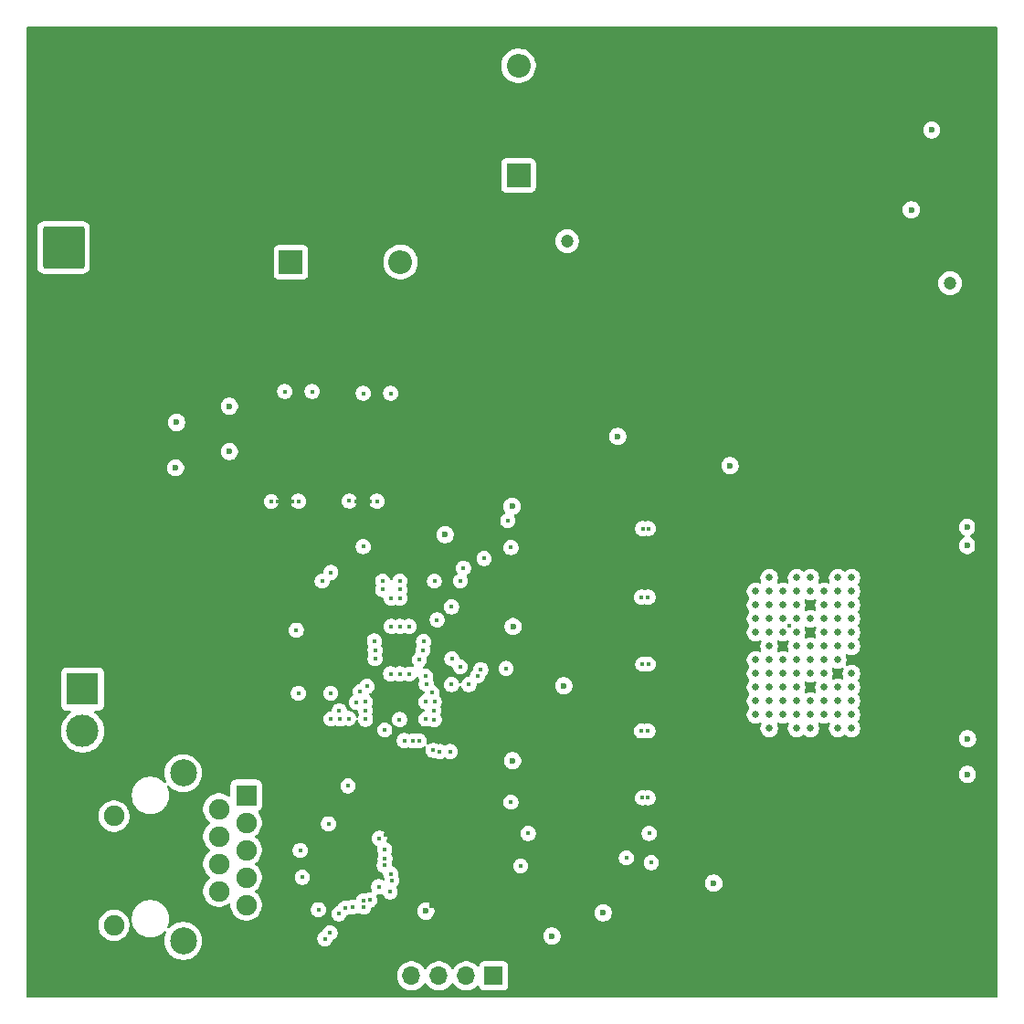
<source format=gbr>
%TF.GenerationSoftware,KiCad,Pcbnew,9.0.0*%
%TF.CreationDate,2025-02-27T19:38:35-05:00*%
%TF.ProjectId,S25-26,5332352d-3236-42e6-9b69-6361645f7063,rev?*%
%TF.SameCoordinates,Original*%
%TF.FileFunction,Copper,L4,Inr*%
%TF.FilePolarity,Positive*%
%FSLAX46Y46*%
G04 Gerber Fmt 4.6, Leading zero omitted, Abs format (unit mm)*
G04 Created by KiCad (PCBNEW 9.0.0) date 2025-02-27 19:38:35*
%MOMM*%
%LPD*%
G01*
G04 APERTURE LIST*
G04 Aperture macros list*
%AMRoundRect*
0 Rectangle with rounded corners*
0 $1 Rounding radius*
0 $2 $3 $4 $5 $6 $7 $8 $9 X,Y pos of 4 corners*
0 Add a 4 corners polygon primitive as box body*
4,1,4,$2,$3,$4,$5,$6,$7,$8,$9,$2,$3,0*
0 Add four circle primitives for the rounded corners*
1,1,$1+$1,$2,$3*
1,1,$1+$1,$4,$5*
1,1,$1+$1,$6,$7*
1,1,$1+$1,$8,$9*
0 Add four rect primitives between the rounded corners*
20,1,$1+$1,$2,$3,$4,$5,0*
20,1,$1+$1,$4,$5,$6,$7,0*
20,1,$1+$1,$6,$7,$8,$9,0*
20,1,$1+$1,$8,$9,$2,$3,0*%
G04 Aperture macros list end*
%TA.AperFunction,ComponentPad*%
%ADD10R,3.000000X3.000000*%
%TD*%
%TA.AperFunction,ComponentPad*%
%ADD11C,3.000000*%
%TD*%
%TA.AperFunction,ComponentPad*%
%ADD12C,1.900000*%
%TD*%
%TA.AperFunction,ComponentPad*%
%ADD13R,1.900000X1.900000*%
%TD*%
%TA.AperFunction,ComponentPad*%
%ADD14C,2.500000*%
%TD*%
%TA.AperFunction,ComponentPad*%
%ADD15RoundRect,0.250002X1.699998X-1.699998X1.699998X1.699998X-1.699998X1.699998X-1.699998X-1.699998X0*%
%TD*%
%TA.AperFunction,ComponentPad*%
%ADD16C,3.900000*%
%TD*%
%TA.AperFunction,ComponentPad*%
%ADD17R,2.200000X2.200000*%
%TD*%
%TA.AperFunction,ComponentPad*%
%ADD18O,2.200000X2.200000*%
%TD*%
%TA.AperFunction,ComponentPad*%
%ADD19R,1.700000X1.700000*%
%TD*%
%TA.AperFunction,ComponentPad*%
%ADD20O,1.700000X1.700000*%
%TD*%
%TA.AperFunction,ComponentPad*%
%ADD21C,0.640000*%
%TD*%
%TA.AperFunction,ViaPad*%
%ADD22C,0.400000*%
%TD*%
%TA.AperFunction,ViaPad*%
%ADD23C,0.600000*%
%TD*%
%TA.AperFunction,ViaPad*%
%ADD24C,1.200000*%
%TD*%
%TA.AperFunction,Conductor*%
%ADD25C,0.400000*%
%TD*%
G04 APERTURE END LIST*
D10*
%TO.N,/SCB3_RX*%
%TO.C,J3*%
X113600000Y-111620000D03*
D11*
%TO.N,/SCB3_TX*%
X113600000Y-115500000D03*
%TD*%
D12*
%TO.N,/PHY_LED0*%
%TO.C,J4*%
X116495000Y-133500000D03*
%TO.N,GND*%
X114975000Y-130960000D03*
%TO.N,/PHY_LED0*%
X116495000Y-123390000D03*
%TO.N,GND*%
X114975000Y-120850000D03*
D13*
%TO.N,unconnected-(J4-CT-PadR1)*%
X128765000Y-121460000D03*
D12*
%TO.N,/BI_DA_P*%
X126225000Y-122730000D03*
%TO.N,/BI_DA_N*%
X128765000Y-124000000D03*
%TO.N,/BI_DB_P*%
X126225000Y-125270000D03*
%TO.N,/BI_DB_N*%
X128765000Y-126540000D03*
%TO.N,/BI_DC_P*%
X126225000Y-127810000D03*
%TO.N,/BI_DC_N*%
X128765000Y-129080000D03*
%TO.N,/BI_DD_P*%
X126225000Y-130350000D03*
%TO.N,/BI_DD_N*%
X128765000Y-131620000D03*
%TO.N,GND*%
X126225000Y-132890000D03*
D14*
%TO.N,unconnected-(J4-PadSH)*%
X122925000Y-119400000D03*
X122925000Y-134950000D03*
%TD*%
D15*
%TO.N,/Voltage Regulation/DC_LINE_IN_28V*%
%TO.C,J1*%
X111825000Y-70675000D03*
D16*
%TO.N,GND*%
X111825000Y-62875000D03*
%TD*%
D17*
%TO.N,/Voltage Regulation/DC_LINE_IN_28V*%
%TO.C,D1*%
X132900000Y-72030000D03*
D18*
%TO.N,+3V3*%
X143060000Y-72030000D03*
%TD*%
D19*
%TO.N,/JTAG_SWCLK*%
%TO.C,J2*%
X151700000Y-138200000D03*
D20*
%TO.N,/JTAG_SWDIO*%
X149160000Y-138200000D03*
%TO.N,/JTAG_SWO*%
X146620000Y-138200000D03*
%TO.N,/JTAG_TDI*%
X144080000Y-138200000D03*
%TD*%
D17*
%TO.N,+3V3*%
%TO.C,D2*%
X154000000Y-64000000D03*
D18*
%TO.N,Net-(D2-A)*%
X154000000Y-53840000D03*
%TD*%
D21*
%TO.N,unconnected-(IC1-OUT2_N-PadA2)*%
%TO.C,IC1*%
X175970000Y-102560000D03*
%TO.N,unconnected-(IC1-OUT2_P-PadA3)*%
X175970000Y-103830000D03*
%TO.N,/LVDS Conversion/LVDS_CH05_N*%
X175970000Y-105100000D03*
%TO.N,/LVDS Conversion/LVDS_CH05_P*%
X175970000Y-106370000D03*
%TO.N,GND*%
X175970000Y-107640000D03*
%TO.N,+2V1*%
X175970000Y-108910000D03*
%TO.N,unconnected-(IC1-OUT12_N-PadA8)*%
X175970000Y-110180000D03*
%TO.N,unconnected-(IC1-OUT12_P-PadA9)*%
X175970000Y-111450000D03*
%TO.N,/LVDS Conversion/LVDS_CH15_N*%
X175970000Y-112720000D03*
%TO.N,/LVDS Conversion/LVDS_CH15_P*%
X175970000Y-113990000D03*
%TO.N,GND*%
X175970000Y-115260000D03*
%TO.N,/LVDS Conversion/LVDS_CTR_OUT_N*%
X177240000Y-101290000D03*
%TO.N,/LVDS Conversion/LVDS_CTR_OUT_P*%
X177240000Y-102560000D03*
%TO.N,unconnected-(IC1-OUT4_N-PadB3)*%
X177240000Y-103830000D03*
%TO.N,unconnected-(IC1-OUT4_P-PadB4)*%
X177240000Y-105100000D03*
%TO.N,/LVDS Conversion/LVDS_CH07_N*%
X177240000Y-106370000D03*
%TO.N,/LVDS Conversion/LVDS_CH07_P*%
X177240000Y-107640000D03*
%TO.N,unconnected-(IC1-OUT10_N-PadB7)*%
X177240000Y-108910000D03*
%TO.N,unconnected-(IC1-OUT10_P-PadB8)*%
X177240000Y-110180000D03*
%TO.N,/LVDS Conversion/LVDS_CH13_N*%
X177240000Y-111450000D03*
%TO.N,/LVDS Conversion/LVDS_CH13_P*%
X177240000Y-112720000D03*
%TO.N,/LVDS Conversion/LVDS_CLK_OUT_N*%
X177240000Y-113990000D03*
%TO.N,/LVDS Conversion/LVDS_CLK_OUT_P*%
X177240000Y-115260000D03*
%TO.N,GND*%
X178510000Y-101290000D03*
%TO.N,/LVDS Conversion/LVDS_CH01_N*%
X178510000Y-102560000D03*
%TO.N,/LVDS Conversion/LVDS_CH01_P*%
X178510000Y-103830000D03*
%TO.N,unconnected-(IC1-OUT6_N-PadC4)*%
X178510000Y-105100000D03*
%TO.N,unconnected-(IC1-OUT6_P-PadC5)*%
X178510000Y-106370000D03*
%TO.N,GND*%
X178510000Y-107640000D03*
%TO.N,+2V1*%
X178510000Y-108910000D03*
%TO.N,/LVDS Conversion/LVDS_CH11_N*%
X178510000Y-110180000D03*
%TO.N,/LVDS Conversion/LVDS_CH11_P*%
X178510000Y-111450000D03*
%TO.N,unconnected-(IC1-OUT16_N-PadC10)*%
X178510000Y-112720000D03*
%TO.N,unconnected-(IC1-OUT16_P-PadC11)*%
X178510000Y-113990000D03*
%TO.N,GND*%
X178510000Y-115260000D03*
%TO.N,/CMOS_CLK_IN_P*%
X179780000Y-101290000D03*
%TO.N,/CMOS_CLK_IN_N*%
X179780000Y-102560000D03*
%TO.N,/LVDS Conversion/LVDS_CH03_N*%
X179780000Y-103830000D03*
%TO.N,/LVDS Conversion/LVDS_CH03_P*%
X179780000Y-105100000D03*
%TO.N,unconnected-(IC1-OUT8_N-PadD5)*%
X179780000Y-106370000D03*
%TO.N,unconnected-(IC1-OUT8_P-PadD6)*%
X179780000Y-107640000D03*
%TO.N,/LVDS Conversion/LVDS_CH09_N*%
X179780000Y-108910000D03*
%TO.N,/LVDS Conversion/LVDS_CH09_P*%
X179780000Y-110180000D03*
%TO.N,unconnected-(IC1-OUT14_N-PadD9)*%
X179780000Y-111450000D03*
%TO.N,unconnected-(IC1-OUT14_P-PadD10)*%
X179780000Y-112720000D03*
%TO.N,Net-(IC1-VREF)*%
X179780000Y-113990000D03*
%TO.N,Net-(IC1-REF_ADC)*%
X179780000Y-115260000D03*
%TO.N,/CMOS_MASTER_CLK*%
X181050000Y-101290000D03*
%TO.N,+3V3*%
X181050000Y-102560000D03*
%TO.N,GND*%
X181050000Y-103830000D03*
%TO.N,+2V1*%
X181050000Y-105100000D03*
%TO.N,GND*%
X181050000Y-106370000D03*
%TO.N,+3V*%
X181050000Y-107640000D03*
%TO.N,+2V1*%
X181050000Y-108910000D03*
X181050000Y-110180000D03*
%TO.N,GND*%
X181050000Y-111450000D03*
%TO.N,Net-(IC1-SG_ADC)*%
X181050000Y-112720000D03*
%TO.N,Net-(IC1-VRAMP1)*%
X181050000Y-113990000D03*
%TO.N,Net-(IC1-VRAMP2)*%
X181050000Y-115260000D03*
%TO.N,GND*%
X182320000Y-101290000D03*
%TO.N,/FRAME_REQ*%
X182320000Y-102560000D03*
%TO.N,/CMOS_SPI_MOSI*%
X182320000Y-103830000D03*
%TO.N,/CMOS_SPI_MISO*%
X182320000Y-105100000D03*
%TO.N,Net-(IC1-CMD_P__INV)*%
X182320000Y-106370000D03*
%TO.N,Net-(IC1-VPCH_H)*%
X182320000Y-107640000D03*
%TO.N,Net-(IC1-VRES_H)*%
X182320000Y-108910000D03*
%TO.N,Net-(IC1-VTF_L2)*%
X182320000Y-110180000D03*
%TO.N,Net-(IC1-COL_LOAD)*%
X182320000Y-111450000D03*
%TO.N,Net-(IC1-RAMP)*%
X182320000Y-112720000D03*
%TO.N,unconnected-(IC1-DIO1-PadF11)*%
X182320000Y-113990000D03*
%TO.N,GND*%
X182320000Y-115260000D03*
%TO.N,+3V*%
X183590000Y-101290000D03*
%TO.N,unconnected-(IC1-TDIG2-PadG2)*%
X183590000Y-102560000D03*
%TO.N,unconnected-(IC1-T_EXP2-PadG3)*%
X183590000Y-103830000D03*
%TO.N,/CMOS_SPI_EN*%
X183590000Y-105100000D03*
%TO.N,Net-(IC1-CMD_P)*%
X183590000Y-106370000D03*
%TO.N,Net-(IC1-CMD_N)*%
X183590000Y-107640000D03*
%TO.N,unconnected-(IC1-TANA-PadG7)*%
X183590000Y-108910000D03*
%TO.N,GND*%
X183590000Y-110180000D03*
%TO.N,Net-(IC1-COL_AMP)*%
X183590000Y-111450000D03*
%TO.N,Net-(IC1-ADC)*%
X183590000Y-112720000D03*
%TO.N,Net-(IC1-VBGAP)*%
X183590000Y-113990000D03*
%TO.N,+3V*%
X183590000Y-115260000D03*
%TO.N,+3V3*%
X184860000Y-101290000D03*
%TO.N,unconnected-(IC1-TDIG1-PadH2)*%
X184860000Y-102560000D03*
%TO.N,unconnected-(IC1-T_EXP1-PadH3)*%
X184860000Y-103830000D03*
%TO.N,/CMOS_SPI_CLK*%
X184860000Y-105100000D03*
%TO.N,/CMOS_RESET_N*%
X184860000Y-106370000D03*
%TO.N,+3V3*%
X184860000Y-107640000D03*
%TO.N,GND*%
X184860000Y-108910000D03*
%TO.N,Net-(IC1-VRES_L)*%
X184860000Y-110180000D03*
%TO.N,Net-(IC1-VTF_L3)*%
X184860000Y-111450000D03*
%TO.N,Net-(IC1-COL_PC)*%
X184860000Y-112720000D03*
%TO.N,Net-(IC1-LVDS)*%
X184860000Y-113990000D03*
%TO.N,unconnected-(IC1-DIO2-PadH12)*%
X184860000Y-115260000D03*
%TD*%
D22*
%TO.N,GND*%
X139440000Y-107200000D03*
%TO.N,/FRAME_REQ*%
X147830000Y-108800000D03*
%TO.N,/Processing/QSPI_SCLK*%
X139600000Y-98400000D03*
%TO.N,/Processing/EXT_PS_CTL1*%
X154900000Y-125000000D03*
%TO.N,/LVDS Conversion/LVDS_RECV_EN*%
X147800000Y-104000000D03*
X153300000Y-122100000D03*
%TO.N,/Processing/EXT_PS_CTL1*%
X146450000Y-105200000D03*
%TO.N,/CMOS_SPI_EN*%
X179100000Y-105750000D03*
%TO.N,/LVDS Conversion/LVDS_RECV_EN*%
X152845000Y-109700000D03*
X153300000Y-98500000D03*
%TO.N,/LVDS Conversion/CMOS_CTR_OUT*%
X153000000Y-96000000D03*
%TO.N,/Processing/ECO_IN*%
X154200000Y-128000000D03*
%TO.N,/Processing/QSPI_IO2*%
X132330000Y-84030000D03*
%TO.N,/Processing/QSPI_SEL0*%
X134870000Y-84030000D03*
%TO.N,/Processing/QSPI_IO2*%
X139600000Y-84200000D03*
%TO.N,/Processing/QSPI_SEL1*%
X142140000Y-84200000D03*
%TO.N,GND*%
X129000000Y-107750000D03*
X131050000Y-108050000D03*
%TO.N,+3V3*%
X133400000Y-106150000D03*
%TO.N,/Processing/EXT_PS_CTL1*%
X166100000Y-125000000D03*
%TO.N,/Processing/DRV_VOUT*%
X166300000Y-127700000D03*
%TO.N,/Processing/EXT_PS_CTL0*%
X164000000Y-127250000D03*
%TO.N,/CMOS_SPI_EN*%
X146200000Y-101600000D03*
X148900000Y-100400000D03*
%TO.N,GND*%
X149798400Y-116500000D03*
%TO.N,/JTAG_TDI*%
X146100000Y-117300000D03*
%TO.N,/JTAG_SWO*%
X146700000Y-117400000D03*
%TO.N,/JTAG_SWCLK*%
X147650000Y-117400000D03*
%TO.N,/Processing/DRV_VOUT*%
X143412500Y-116387500D03*
%TO.N,/Processing/EXT_PS_CTL0*%
X144200000Y-116400000D03*
%TO.N,/Processing/EXT_PS_CTL1*%
X144800000Y-116400000D03*
%TO.N,/CMOS_SPI_MOSI*%
X145975000Y-111925000D03*
%TO.N,/Processing/EXT_PS_CTL1*%
X145450000Y-111150000D03*
%TO.N,/CMOS_SPI_CLK*%
X150500000Y-109800000D03*
X145400000Y-110400000D03*
%TO.N,/Processing/ECO_IN*%
X141600000Y-115400000D03*
%TO.N,GND*%
X141400000Y-114350000D03*
%TO.N,/ETH0_RX_CTL*%
X142975000Y-114435000D03*
%TO.N,/ETH0_RX_CLK*%
X145400000Y-114400000D03*
%TO.N,/JTAG_TDI*%
X146190000Y-114430000D03*
%TO.N,/JTAG_SWO*%
X146159427Y-113618400D03*
%TO.N,/HRSTN*%
X147800000Y-111200000D03*
%TO.N,/ETH0_MDIO*%
X149400000Y-111200000D03*
%TO.N,/ETH0_MDC*%
X150200000Y-110400000D03*
%TO.N,/CMOS_RESET_N*%
X148600000Y-109550000D03*
%TO.N,/CMOS_SPI_MISO*%
X145400000Y-112800000D03*
%TO.N,/JTAG_SWCLK*%
X146200000Y-112800000D03*
%TO.N,GND*%
X143150000Y-111650000D03*
%TO.N,+3V3*%
X142150000Y-110200000D03*
X143000000Y-110200000D03*
X143875000Y-110225000D03*
%TO.N,/SCB3_RX*%
X136600000Y-112000000D03*
%TO.N,/LVDS Conversion/LVDS_CH01_P*%
X165510000Y-96750000D03*
%TO.N,/LVDS Conversion/LVDS_CH01_N*%
X166020000Y-96730000D03*
%TO.N,/LVDS Conversion/LVDS_CH05_P*%
X165400000Y-103100000D03*
%TO.N,/LVDS Conversion/LVDS_CH05_N*%
X166000000Y-103100000D03*
%TO.N,/LVDS Conversion/LVDS_CH09_P*%
X165500000Y-109300000D03*
%TO.N,/LVDS Conversion/LVDS_CH09_N*%
X166055499Y-109305000D03*
%TO.N,/LVDS Conversion/LVDS_CH13_P*%
X165400000Y-115500000D03*
%TO.N,/LVDS Conversion/LVDS_CH13_N*%
X166000000Y-115500000D03*
%TO.N,/LVDS Conversion/LVDS_CLK_OUT_P*%
X165498397Y-121700000D03*
%TO.N,/LVDS Conversion/LVDS_CLK_OUT_N*%
X166000000Y-121700000D03*
%TO.N,GND*%
X172300000Y-126850000D03*
%TO.N,/HRSTN*%
X135450000Y-132060000D03*
%TO.N,GND*%
X135400000Y-133000000D03*
%TO.N,/ETH0_MDC*%
X136050000Y-134750000D03*
%TO.N,/ETH0_MDIO*%
X136525000Y-134200000D03*
%TO.N,GND*%
X137500000Y-133900000D03*
%TO.N,/ETH0_RXD_3*%
X137350000Y-132435000D03*
%TO.N,/ETH0_RXD_1*%
X138625000Y-131835000D03*
%TO.N,/ETH0_RXD_2*%
X137925000Y-131910000D03*
%TO.N,GND*%
X138400000Y-132700000D03*
%TO.N,/ETH0_RXD_0*%
X139650000Y-131835000D03*
%TO.N,/ETH0_RX_CTL*%
X139600000Y-131235000D03*
%TO.N,/ETH0_RX_CLK*%
X140210000Y-131160000D03*
%TO.N,GND*%
X140700000Y-132100000D03*
X141300000Y-130900000D03*
X134800000Y-130500000D03*
%TO.N,/VDD1V1*%
X133955000Y-129055000D03*
X133775000Y-126560000D03*
%TO.N,GND*%
X134900000Y-125100000D03*
%TO.N,/VDD1V1*%
X136400000Y-124100000D03*
X141098159Y-125448159D03*
%TO.N,GND*%
X141700000Y-125100000D03*
%TO.N,/ETH0_TX_CLK*%
X141600000Y-126479751D03*
%TO.N,/ETH0_TXD_0*%
X141550000Y-127960000D03*
%TO.N,/ETH0_TX_CTL*%
X141625000Y-127335000D03*
%TO.N,/VDD1V1*%
X141050000Y-129935000D03*
%TO.N,/ETH0_TXD_3*%
X142100000Y-130410000D03*
%TO.N,/ETH0_TXD_2*%
X142275000Y-129360000D03*
%TO.N,/ETH0_TXD_1*%
X142150000Y-128735000D03*
%TO.N,GND*%
X143850000Y-126850000D03*
X139150000Y-122535000D03*
X138700000Y-121300000D03*
X136400000Y-121200000D03*
%TO.N,/ETH0_RXD_0*%
X138200000Y-120585000D03*
%TO.N,GND*%
X136400000Y-119400000D03*
X136400000Y-117500000D03*
X138700000Y-117700000D03*
X136400000Y-115600000D03*
X143950000Y-104300000D03*
X142012500Y-104287500D03*
X143175000Y-104275000D03*
X135500000Y-100500000D03*
%TO.N,/Processing/TEMPR_ADC0 (P6.0)*%
X136600000Y-100800000D03*
%TO.N,/Processing/TEMPR_ADC1 (P6.1)*%
X135800000Y-101600000D03*
%TO.N,/ETH0_TXD_0*%
X137392500Y-113607500D03*
%TO.N,/SCB3_RX*%
X133600000Y-112000000D03*
%TO.N,GND*%
X132500000Y-113300000D03*
%TO.N,/ETH0_TX_CLK*%
X137442500Y-114400000D03*
%TO.N,/ETH0_TX_CTL*%
X136600000Y-114385000D03*
%TO.N,/ETH0_RXD_1*%
X138242500Y-114342500D03*
%TO.N,GND*%
X139600000Y-115400000D03*
%TO.N,/ETH0_RXD_2*%
X139825000Y-114409744D03*
%TO.N,/ETH0_RXD_3*%
X139815257Y-113600001D03*
%TO.N,/ETH0_TXD_1*%
X138950000Y-112850000D03*
%TO.N,/ETH0_TXD_3*%
X139807629Y-112792371D03*
%TO.N,/ETH0_TXD_2*%
X139329424Y-111849504D03*
%TO.N,/Processing/EXT_PS_CTL1*%
X139950000Y-111350000D03*
%TO.N,GND*%
X139500000Y-108900000D03*
X138950000Y-104750000D03*
%TO.N,+3V3*%
X140700000Y-108800000D03*
X140700000Y-108000000D03*
X140637500Y-107162500D03*
X142200000Y-105800000D03*
X143850000Y-105800000D03*
X143000000Y-105800000D03*
%TO.N,GND*%
X142150000Y-107200000D03*
X142200000Y-108850000D03*
X143800000Y-108800000D03*
X143800000Y-107200000D03*
X146575400Y-107710000D03*
%TO.N,+3V3*%
X144800000Y-108900000D03*
X145150000Y-108000000D03*
X145200000Y-107200000D03*
%TO.N,/Processing/QSPI_IO3*%
X140870000Y-94200000D03*
%TO.N,GND*%
X140200000Y-94200000D03*
X139000000Y-94200000D03*
%TO.N,/Processing/QSPI_IO0*%
X138315000Y-94185000D03*
%TO.N,/Processing/QSPI_IO3*%
X133600000Y-94200000D03*
%TO.N,GND*%
X133000000Y-94200000D03*
X131700000Y-94200000D03*
%TO.N,/Processing/QSPI_IO0*%
X131081801Y-94218199D03*
%TO.N,GND*%
X147500000Y-98400000D03*
X147550000Y-96250000D03*
X147550000Y-94750000D03*
%TO.N,/CMOS_SPI_EN*%
X150800000Y-99500000D03*
%TO.N,GND*%
X150150000Y-100800000D03*
%TO.N,/LVDS Conversion/CMOS_CTR_OUT*%
X148600000Y-101600000D03*
%TO.N,/Processing/QSPI_IO0*%
X142200000Y-103200000D03*
%TO.N,/Processing/QSPI_SCLK*%
X143000000Y-103200000D03*
%TO.N,/Processing/QSPI_SEL1*%
X143000000Y-102400000D03*
%TO.N,/Processing/QSPI_SEL0*%
X143000000Y-101600000D03*
%TO.N,/Processing/QSPI_IO3*%
X141400000Y-102400000D03*
%TO.N,/Processing/QSPI_IO2*%
X141400002Y-101600000D03*
D23*
%TO.N,+2V1*%
X190400000Y-67200000D03*
D24*
%TO.N,+3V3*%
X158500000Y-70100000D03*
D23*
X161850000Y-132350000D03*
X172100000Y-129600000D03*
X153500000Y-105820000D03*
D24*
X194000000Y-74000000D03*
D23*
X195600000Y-98300000D03*
X195615000Y-116210000D03*
X127200000Y-89600000D03*
X195600000Y-96600000D03*
X163200000Y-88200000D03*
X153445000Y-118255000D03*
X195605000Y-119530000D03*
X158200000Y-111300000D03*
X153400000Y-94665000D03*
X157100000Y-134500000D03*
X127200000Y-85400000D03*
%TO.N,+3V*%
X192300000Y-59800000D03*
%TO.N,GND*%
X195600000Y-109800000D03*
X153500000Y-116985000D03*
X154400000Y-126850000D03*
X178600000Y-122980000D03*
X173650000Y-84700000D03*
X186500000Y-60800000D03*
X180300000Y-83600000D03*
X195600000Y-103300000D03*
X153400000Y-93400000D03*
X195600000Y-111400000D03*
X176820000Y-122970000D03*
X150950000Y-73500000D03*
X180340000Y-122970000D03*
X180300000Y-81400000D03*
X125950000Y-56500000D03*
D24*
X185630000Y-83570000D03*
D23*
X182070000Y-123020000D03*
X113950000Y-61000000D03*
X170225000Y-65900000D03*
X153500000Y-104550000D03*
X195600000Y-113000000D03*
X160700000Y-136000000D03*
X112875000Y-89600000D03*
D24*
X156400000Y-84300000D03*
D23*
X174200000Y-61000000D03*
X159800000Y-128000000D03*
X170450000Y-58050000D03*
X174000000Y-68900000D03*
X186500000Y-68700000D03*
X160700000Y-130900000D03*
X136900000Y-96200000D03*
X132950000Y-52025000D03*
X137950000Y-53000000D03*
X195600000Y-106600000D03*
X112900000Y-85400000D03*
X144200000Y-96200000D03*
X150750000Y-125600000D03*
X195605000Y-114630000D03*
X195600000Y-105000000D03*
X120175000Y-91100000D03*
X195600000Y-100000000D03*
X118950000Y-58500000D03*
X131060000Y-84140000D03*
X120099997Y-86900000D03*
X138330000Y-84130000D03*
X183770000Y-123000000D03*
X156400000Y-111400000D03*
X195635000Y-117860000D03*
X195600000Y-101600000D03*
X185480000Y-122990000D03*
X146014579Y-131687851D03*
%TO.N,/CMOS_MASTER_CLK*%
X147200000Y-97300000D03*
X173600000Y-90900000D03*
%TO.N,/Processing/TEMPR_ADC1 (P6.1)*%
X122200000Y-91100000D03*
%TO.N,/Processing/TEMPR_ADC0 (P6.0)*%
X122300000Y-86900000D03*
%TO.N,/PHY_LED0*%
X145400000Y-132200000D03*
%TD*%
D25*
%TO.N,GND*%
X195605000Y-114635000D02*
X196650000Y-115680000D01*
X185600000Y-83600000D02*
X180300000Y-83600000D01*
X159800000Y-122700000D02*
X156400000Y-119300000D01*
X185630000Y-83570000D02*
X185600000Y-83600000D01*
X196450000Y-99150000D02*
X195600000Y-100000000D01*
X172300000Y-126850000D02*
X172950000Y-126850000D01*
X195600000Y-113000000D02*
X195600000Y-114625000D01*
X159800000Y-128000000D02*
X159800000Y-122700000D01*
X196650000Y-116845000D02*
X196650000Y-121430000D01*
X160700000Y-136000000D02*
X160700000Y-130900000D01*
X156400000Y-84300000D02*
X156400000Y-111400000D01*
X195110000Y-122970000D02*
X196650000Y-121430000D01*
X196650000Y-115680000D02*
X196650000Y-116845000D01*
X160550000Y-123450000D02*
X159800000Y-122700000D01*
X176820000Y-122980000D02*
X176820000Y-122970000D01*
X195605000Y-114630000D02*
X195605000Y-114635000D01*
X185630000Y-83570000D02*
X196450000Y-94390000D01*
X160550000Y-123450000D02*
X160700000Y-123600000D01*
X160700000Y-123600000D02*
X160700000Y-130900000D01*
X176820000Y-122970000D02*
X195110000Y-122970000D01*
X185630000Y-83570000D02*
X183460000Y-81400000D01*
X183460000Y-81400000D02*
X180300000Y-81400000D01*
X195600000Y-114625000D02*
X195605000Y-114630000D01*
X172950000Y-126850000D02*
X176820000Y-122980000D01*
X196650000Y-116845000D02*
X195635000Y-117860000D01*
X156400000Y-111400000D02*
X156400000Y-119300000D01*
X196450000Y-94390000D02*
X196450000Y-99150000D01*
X195600000Y-100000000D02*
X195600000Y-113000000D01*
%TD*%
%TA.AperFunction,Conductor*%
%TO.N,GND*%
G36*
X181557312Y-110936428D02*
G01*
X181592964Y-110996517D01*
X181590471Y-111066342D01*
X181587377Y-111074635D01*
X181531032Y-111210664D01*
X181531029Y-111210676D01*
X181499500Y-111369183D01*
X181499500Y-111530816D01*
X181531029Y-111689323D01*
X181531032Y-111689335D01*
X181587377Y-111825364D01*
X181594846Y-111894833D01*
X181563571Y-111957312D01*
X181503482Y-111992964D01*
X181433657Y-111990470D01*
X181425364Y-111987377D01*
X181289335Y-111931032D01*
X181289323Y-111931029D01*
X181130816Y-111899500D01*
X181130812Y-111899500D01*
X180969188Y-111899500D01*
X180969183Y-111899500D01*
X180810676Y-111931029D01*
X180810664Y-111931032D01*
X180674635Y-111987377D01*
X180605166Y-111994846D01*
X180542687Y-111963570D01*
X180507035Y-111903481D01*
X180509529Y-111833656D01*
X180512622Y-111825364D01*
X180568969Y-111689331D01*
X180600500Y-111530812D01*
X180600500Y-111369188D01*
X180568969Y-111210669D01*
X180512621Y-111074635D01*
X180505153Y-111005166D01*
X180536428Y-110942687D01*
X180596517Y-110907035D01*
X180666342Y-110909529D01*
X180674633Y-110912621D01*
X180810669Y-110968969D01*
X180944891Y-110995667D01*
X180969183Y-111000499D01*
X180969187Y-111000500D01*
X180969188Y-111000500D01*
X181130813Y-111000500D01*
X181130814Y-111000499D01*
X181289331Y-110968969D01*
X181425364Y-110912621D01*
X181494832Y-110905153D01*
X181557312Y-110936428D01*
G37*
%TD.AperFunction*%
%TA.AperFunction,Conductor*%
G36*
X184021439Y-109636592D02*
G01*
X184034832Y-109635153D01*
X184054633Y-109645065D01*
X184076089Y-109650541D01*
X184085267Y-109660398D01*
X184097312Y-109666428D01*
X184108610Y-109685471D01*
X184123700Y-109701678D01*
X184126091Y-109714934D01*
X184132964Y-109726517D01*
X184132173Y-109748644D01*
X184136106Y-109770437D01*
X184130629Y-109791890D01*
X184130471Y-109796342D01*
X184127377Y-109804635D01*
X184071032Y-109940664D01*
X184071029Y-109940676D01*
X184039500Y-110099183D01*
X184039500Y-110260816D01*
X184071029Y-110419323D01*
X184071032Y-110419335D01*
X184127377Y-110555364D01*
X184134846Y-110624833D01*
X184103571Y-110687312D01*
X184043482Y-110722964D01*
X183973657Y-110720470D01*
X183965364Y-110717377D01*
X183829335Y-110661032D01*
X183829323Y-110661029D01*
X183670816Y-110629500D01*
X183670812Y-110629500D01*
X183509188Y-110629500D01*
X183509183Y-110629500D01*
X183350676Y-110661029D01*
X183350664Y-110661032D01*
X183214635Y-110717377D01*
X183145166Y-110724846D01*
X183082687Y-110693570D01*
X183047035Y-110633481D01*
X183049529Y-110563656D01*
X183052622Y-110555364D01*
X183108969Y-110419331D01*
X183140500Y-110260812D01*
X183140500Y-110099188D01*
X183108969Y-109940669D01*
X183052621Y-109804635D01*
X183045153Y-109735166D01*
X183076428Y-109672687D01*
X183136517Y-109637035D01*
X183206342Y-109639529D01*
X183214633Y-109642621D01*
X183350669Y-109698969D01*
X183489164Y-109726517D01*
X183509183Y-109730499D01*
X183509187Y-109730500D01*
X183509188Y-109730500D01*
X183670813Y-109730500D01*
X183670814Y-109730499D01*
X183829331Y-109698969D01*
X183965364Y-109642621D01*
X183987378Y-109640254D01*
X184008389Y-109633262D01*
X184021439Y-109636592D01*
G37*
%TD.AperFunction*%
%TA.AperFunction,Conductor*%
G36*
X179017312Y-107126428D02*
G01*
X179052964Y-107186517D01*
X179050471Y-107256342D01*
X179047377Y-107264635D01*
X178991032Y-107400664D01*
X178991029Y-107400676D01*
X178959500Y-107559183D01*
X178959500Y-107720816D01*
X178991029Y-107879323D01*
X178991032Y-107879335D01*
X179047377Y-108015364D01*
X179054846Y-108084833D01*
X179023571Y-108147312D01*
X178963482Y-108182964D01*
X178893657Y-108180470D01*
X178885364Y-108177377D01*
X178749335Y-108121032D01*
X178749323Y-108121029D01*
X178590816Y-108089500D01*
X178590812Y-108089500D01*
X178429188Y-108089500D01*
X178429183Y-108089500D01*
X178270676Y-108121029D01*
X178270664Y-108121032D01*
X178134635Y-108177377D01*
X178065166Y-108184846D01*
X178002687Y-108153570D01*
X177967035Y-108093481D01*
X177969529Y-108023656D01*
X177972622Y-108015364D01*
X178028969Y-107879331D01*
X178060500Y-107720812D01*
X178060500Y-107559188D01*
X178028969Y-107400669D01*
X177972621Y-107264635D01*
X177965153Y-107195166D01*
X177996428Y-107132687D01*
X178056517Y-107097035D01*
X178126342Y-107099529D01*
X178134633Y-107102621D01*
X178270669Y-107158969D01*
X178409164Y-107186517D01*
X178429183Y-107190499D01*
X178429187Y-107190500D01*
X178429188Y-107190500D01*
X178590813Y-107190500D01*
X178590814Y-107190499D01*
X178749331Y-107158969D01*
X178885364Y-107102621D01*
X178954832Y-107095153D01*
X179017312Y-107126428D01*
G37*
%TD.AperFunction*%
%TA.AperFunction,Conductor*%
G36*
X181481439Y-105826592D02*
G01*
X181494832Y-105825153D01*
X181514633Y-105835065D01*
X181536089Y-105840541D01*
X181545267Y-105850398D01*
X181557312Y-105856428D01*
X181568610Y-105875471D01*
X181583700Y-105891678D01*
X181586091Y-105904934D01*
X181592964Y-105916517D01*
X181592173Y-105938644D01*
X181596106Y-105960437D01*
X181590629Y-105981890D01*
X181590471Y-105986342D01*
X181587377Y-105994635D01*
X181531032Y-106130664D01*
X181531029Y-106130676D01*
X181499500Y-106289183D01*
X181499500Y-106450816D01*
X181531029Y-106609323D01*
X181531032Y-106609335D01*
X181587377Y-106745364D01*
X181594846Y-106814833D01*
X181563571Y-106877312D01*
X181503482Y-106912964D01*
X181433657Y-106910470D01*
X181425364Y-106907377D01*
X181289335Y-106851032D01*
X181289323Y-106851029D01*
X181130816Y-106819500D01*
X181130812Y-106819500D01*
X180969188Y-106819500D01*
X180969183Y-106819500D01*
X180810676Y-106851029D01*
X180810664Y-106851032D01*
X180674635Y-106907377D01*
X180605166Y-106914846D01*
X180542687Y-106883570D01*
X180507035Y-106823481D01*
X180509529Y-106753656D01*
X180512622Y-106745364D01*
X180568969Y-106609331D01*
X180600500Y-106450812D01*
X180600500Y-106289188D01*
X180568969Y-106130669D01*
X180512621Y-105994635D01*
X180505153Y-105925166D01*
X180536428Y-105862687D01*
X180596517Y-105827035D01*
X180666342Y-105829529D01*
X180674633Y-105832621D01*
X180810669Y-105888969D01*
X180949164Y-105916517D01*
X180969183Y-105920499D01*
X180969187Y-105920500D01*
X180969188Y-105920500D01*
X181130813Y-105920500D01*
X181130814Y-105920499D01*
X181289331Y-105888969D01*
X181425364Y-105832621D01*
X181447378Y-105830254D01*
X181468389Y-105823262D01*
X181481439Y-105826592D01*
G37*
%TD.AperFunction*%
%TA.AperFunction,Conductor*%
G36*
X181557312Y-103316428D02*
G01*
X181592964Y-103376517D01*
X181590471Y-103446342D01*
X181587377Y-103454635D01*
X181531032Y-103590664D01*
X181531029Y-103590676D01*
X181499500Y-103749183D01*
X181499500Y-103910816D01*
X181531029Y-104069323D01*
X181531032Y-104069335D01*
X181587377Y-104205364D01*
X181594846Y-104274833D01*
X181563571Y-104337312D01*
X181503482Y-104372964D01*
X181433657Y-104370470D01*
X181425364Y-104367377D01*
X181289335Y-104311032D01*
X181289323Y-104311029D01*
X181130816Y-104279500D01*
X181130812Y-104279500D01*
X180969188Y-104279500D01*
X180969183Y-104279500D01*
X180810676Y-104311029D01*
X180810664Y-104311032D01*
X180674635Y-104367377D01*
X180605166Y-104374846D01*
X180542687Y-104343570D01*
X180507035Y-104283481D01*
X180509529Y-104213656D01*
X180512622Y-104205364D01*
X180568969Y-104069331D01*
X180600500Y-103910812D01*
X180600500Y-103749188D01*
X180568969Y-103590669D01*
X180512621Y-103454635D01*
X180505153Y-103385166D01*
X180536428Y-103322687D01*
X180596517Y-103287035D01*
X180666342Y-103289529D01*
X180674633Y-103292621D01*
X180810669Y-103348969D01*
X180949164Y-103376517D01*
X180969183Y-103380499D01*
X180969187Y-103380500D01*
X180969188Y-103380500D01*
X181130813Y-103380500D01*
X181130814Y-103380499D01*
X181289331Y-103348969D01*
X181425364Y-103292621D01*
X181494832Y-103285153D01*
X181557312Y-103316428D01*
G37*
%TD.AperFunction*%
%TA.AperFunction,Conductor*%
G36*
X198342539Y-50220185D02*
G01*
X198388294Y-50272989D01*
X198399500Y-50324500D01*
X198399500Y-140075500D01*
X198379815Y-140142539D01*
X198327011Y-140188294D01*
X198275500Y-140199500D01*
X108524500Y-140199500D01*
X108457461Y-140179815D01*
X108411706Y-140127011D01*
X108400500Y-140075500D01*
X108400500Y-138093713D01*
X142729500Y-138093713D01*
X142729500Y-138306286D01*
X142762753Y-138516239D01*
X142828444Y-138718414D01*
X142924951Y-138907820D01*
X143049890Y-139079786D01*
X143200213Y-139230109D01*
X143372179Y-139355048D01*
X143372181Y-139355049D01*
X143372184Y-139355051D01*
X143561588Y-139451557D01*
X143763757Y-139517246D01*
X143973713Y-139550500D01*
X143973714Y-139550500D01*
X144186286Y-139550500D01*
X144186287Y-139550500D01*
X144396243Y-139517246D01*
X144598412Y-139451557D01*
X144787816Y-139355051D01*
X144874138Y-139292335D01*
X144959786Y-139230109D01*
X144959788Y-139230106D01*
X144959792Y-139230104D01*
X145110104Y-139079792D01*
X145110106Y-139079788D01*
X145110109Y-139079786D01*
X145235048Y-138907820D01*
X145235047Y-138907820D01*
X145235051Y-138907816D01*
X145239514Y-138899054D01*
X145287488Y-138848259D01*
X145355308Y-138831463D01*
X145421444Y-138853999D01*
X145460486Y-138899056D01*
X145464951Y-138907820D01*
X145589890Y-139079786D01*
X145740213Y-139230109D01*
X145912179Y-139355048D01*
X145912181Y-139355049D01*
X145912184Y-139355051D01*
X146101588Y-139451557D01*
X146303757Y-139517246D01*
X146513713Y-139550500D01*
X146513714Y-139550500D01*
X146726286Y-139550500D01*
X146726287Y-139550500D01*
X146936243Y-139517246D01*
X147138412Y-139451557D01*
X147327816Y-139355051D01*
X147414138Y-139292335D01*
X147499786Y-139230109D01*
X147499788Y-139230106D01*
X147499792Y-139230104D01*
X147650104Y-139079792D01*
X147650106Y-139079788D01*
X147650109Y-139079786D01*
X147775048Y-138907820D01*
X147775047Y-138907820D01*
X147775051Y-138907816D01*
X147779514Y-138899054D01*
X147827488Y-138848259D01*
X147895308Y-138831463D01*
X147961444Y-138853999D01*
X148000486Y-138899056D01*
X148004951Y-138907820D01*
X148129890Y-139079786D01*
X148280213Y-139230109D01*
X148452179Y-139355048D01*
X148452181Y-139355049D01*
X148452184Y-139355051D01*
X148641588Y-139451557D01*
X148843757Y-139517246D01*
X149053713Y-139550500D01*
X149053714Y-139550500D01*
X149266286Y-139550500D01*
X149266287Y-139550500D01*
X149476243Y-139517246D01*
X149678412Y-139451557D01*
X149867816Y-139355051D01*
X150039792Y-139230104D01*
X150153329Y-139116566D01*
X150214648Y-139083084D01*
X150284340Y-139088068D01*
X150340274Y-139129939D01*
X150357189Y-139160917D01*
X150406202Y-139292328D01*
X150406206Y-139292335D01*
X150492452Y-139407544D01*
X150492455Y-139407547D01*
X150607664Y-139493793D01*
X150607671Y-139493797D01*
X150742517Y-139544091D01*
X150742516Y-139544091D01*
X150749444Y-139544835D01*
X150802127Y-139550500D01*
X152597872Y-139550499D01*
X152657483Y-139544091D01*
X152792331Y-139493796D01*
X152907546Y-139407546D01*
X152993796Y-139292331D01*
X153044091Y-139157483D01*
X153050500Y-139097873D01*
X153050499Y-137302128D01*
X153044091Y-137242517D01*
X153042810Y-137239083D01*
X152993797Y-137107671D01*
X152993793Y-137107664D01*
X152907547Y-136992455D01*
X152907544Y-136992452D01*
X152792335Y-136906206D01*
X152792328Y-136906202D01*
X152657482Y-136855908D01*
X152657483Y-136855908D01*
X152597883Y-136849501D01*
X152597881Y-136849500D01*
X152597873Y-136849500D01*
X152597864Y-136849500D01*
X150802129Y-136849500D01*
X150802123Y-136849501D01*
X150742516Y-136855908D01*
X150607671Y-136906202D01*
X150607664Y-136906206D01*
X150492455Y-136992452D01*
X150492452Y-136992455D01*
X150406206Y-137107664D01*
X150406203Y-137107669D01*
X150357189Y-137239083D01*
X150315317Y-137295016D01*
X150249853Y-137319433D01*
X150181580Y-137304581D01*
X150153326Y-137283430D01*
X150039786Y-137169890D01*
X149867820Y-137044951D01*
X149678414Y-136948444D01*
X149678413Y-136948443D01*
X149678412Y-136948443D01*
X149476243Y-136882754D01*
X149476241Y-136882753D01*
X149476240Y-136882753D01*
X149314957Y-136857208D01*
X149266287Y-136849500D01*
X149053713Y-136849500D01*
X149005042Y-136857208D01*
X148843760Y-136882753D01*
X148641585Y-136948444D01*
X148452179Y-137044951D01*
X148280213Y-137169890D01*
X148129890Y-137320213D01*
X148004949Y-137492182D01*
X148000484Y-137500946D01*
X147952509Y-137551742D01*
X147884688Y-137568536D01*
X147818553Y-137545998D01*
X147779516Y-137500946D01*
X147775050Y-137492182D01*
X147650109Y-137320213D01*
X147499786Y-137169890D01*
X147327820Y-137044951D01*
X147138414Y-136948444D01*
X147138413Y-136948443D01*
X147138412Y-136948443D01*
X146936243Y-136882754D01*
X146936241Y-136882753D01*
X146936240Y-136882753D01*
X146774957Y-136857208D01*
X146726287Y-136849500D01*
X146513713Y-136849500D01*
X146465042Y-136857208D01*
X146303760Y-136882753D01*
X146101585Y-136948444D01*
X145912179Y-137044951D01*
X145740213Y-137169890D01*
X145589890Y-137320213D01*
X145464949Y-137492182D01*
X145460484Y-137500946D01*
X145412509Y-137551742D01*
X145344688Y-137568536D01*
X145278553Y-137545998D01*
X145239516Y-137500946D01*
X145235050Y-137492182D01*
X145110109Y-137320213D01*
X144959786Y-137169890D01*
X144787820Y-137044951D01*
X144598414Y-136948444D01*
X144598413Y-136948443D01*
X144598412Y-136948443D01*
X144396243Y-136882754D01*
X144396241Y-136882753D01*
X144396240Y-136882753D01*
X144234957Y-136857208D01*
X144186287Y-136849500D01*
X143973713Y-136849500D01*
X143925042Y-136857208D01*
X143763760Y-136882753D01*
X143561585Y-136948444D01*
X143372179Y-137044951D01*
X143200213Y-137169890D01*
X143049890Y-137320213D01*
X142924951Y-137492179D01*
X142828444Y-137681585D01*
X142762753Y-137883760D01*
X142729500Y-138093713D01*
X108400500Y-138093713D01*
X108400500Y-133385837D01*
X115044500Y-133385837D01*
X115044500Y-133614162D01*
X115080215Y-133839660D01*
X115150770Y-134056803D01*
X115210548Y-134174123D01*
X115254421Y-134260228D01*
X115388621Y-134444937D01*
X115550063Y-134606379D01*
X115734772Y-134740579D01*
X115830884Y-134789550D01*
X115938196Y-134844229D01*
X115938198Y-134844229D01*
X115938201Y-134844231D01*
X116045778Y-134879185D01*
X116155339Y-134914784D01*
X116380838Y-134950500D01*
X116380843Y-134950500D01*
X116609162Y-134950500D01*
X116834660Y-134914784D01*
X117051799Y-134844231D01*
X117255228Y-134740579D01*
X117439937Y-134606379D01*
X117601379Y-134444937D01*
X117735579Y-134260228D01*
X117839231Y-134056799D01*
X117909784Y-133839660D01*
X117945500Y-133614162D01*
X117945500Y-133385837D01*
X117909784Y-133160339D01*
X117858726Y-133003200D01*
X117839231Y-132943201D01*
X117839229Y-132943198D01*
X117839229Y-132943196D01*
X117781061Y-132829036D01*
X117754449Y-132776806D01*
X118147900Y-132776806D01*
X118147900Y-133003193D01*
X118147901Y-133003209D01*
X118168587Y-133160340D01*
X118177451Y-133227663D01*
X118219835Y-133385843D01*
X118236050Y-133446356D01*
X118322681Y-133655504D01*
X118322688Y-133655518D01*
X118322902Y-133655888D01*
X118435887Y-133851584D01*
X118435889Y-133851587D01*
X118435890Y-133851588D01*
X118573709Y-134031198D01*
X118573715Y-134031205D01*
X118733794Y-134191284D01*
X118733801Y-134191290D01*
X118752818Y-134205882D01*
X118913416Y-134329113D01*
X119109484Y-134442313D01*
X119109489Y-134442315D01*
X119109495Y-134442318D01*
X119318643Y-134528949D01*
X119318645Y-134528949D01*
X119318651Y-134528952D01*
X119537337Y-134587549D01*
X119761800Y-134617100D01*
X119761807Y-134617100D01*
X119988193Y-134617100D01*
X119988200Y-134617100D01*
X120212663Y-134587549D01*
X120431349Y-134528952D01*
X120640516Y-134442313D01*
X120836584Y-134329113D01*
X121016200Y-134191289D01*
X121135910Y-134071578D01*
X121197231Y-134038095D01*
X121266923Y-134043079D01*
X121322857Y-134084950D01*
X121347274Y-134150414D01*
X121338151Y-134206713D01*
X121263842Y-134386111D01*
X121263842Y-134386112D01*
X121254452Y-134421158D01*
X121212201Y-134578844D01*
X121204453Y-134607759D01*
X121204451Y-134607770D01*
X121174500Y-134835258D01*
X121174500Y-135064741D01*
X121199446Y-135254215D01*
X121204452Y-135292238D01*
X121239644Y-135423578D01*
X121263842Y-135513887D01*
X121351650Y-135725876D01*
X121351657Y-135725890D01*
X121466392Y-135924617D01*
X121606081Y-136106661D01*
X121606089Y-136106670D01*
X121768330Y-136268911D01*
X121768338Y-136268918D01*
X121950382Y-136408607D01*
X121950385Y-136408608D01*
X121950388Y-136408611D01*
X122149112Y-136523344D01*
X122149117Y-136523346D01*
X122149123Y-136523349D01*
X122240480Y-136561190D01*
X122361113Y-136611158D01*
X122582762Y-136670548D01*
X122810266Y-136700500D01*
X122810273Y-136700500D01*
X123039727Y-136700500D01*
X123039734Y-136700500D01*
X123267238Y-136670548D01*
X123488887Y-136611158D01*
X123700888Y-136523344D01*
X123899612Y-136408611D01*
X124081661Y-136268919D01*
X124081665Y-136268914D01*
X124081670Y-136268911D01*
X124243911Y-136106670D01*
X124243914Y-136106665D01*
X124243919Y-136106661D01*
X124383611Y-135924612D01*
X124498344Y-135725888D01*
X124586158Y-135513887D01*
X124645548Y-135292238D01*
X124675500Y-135064734D01*
X124675500Y-134835266D01*
X124673358Y-134818995D01*
X135349499Y-134818995D01*
X135376418Y-134954322D01*
X135376421Y-134954332D01*
X135429221Y-135081804D01*
X135429228Y-135081817D01*
X135505885Y-135196541D01*
X135505888Y-135196545D01*
X135603454Y-135294111D01*
X135603458Y-135294114D01*
X135718182Y-135370771D01*
X135718195Y-135370778D01*
X135845667Y-135423578D01*
X135845672Y-135423580D01*
X135845676Y-135423580D01*
X135845677Y-135423581D01*
X135981004Y-135450500D01*
X135981007Y-135450500D01*
X136118995Y-135450500D01*
X136210041Y-135432389D01*
X136254328Y-135423580D01*
X136381811Y-135370775D01*
X136496542Y-135294114D01*
X136594114Y-135196542D01*
X136670775Y-135081811D01*
X136723580Y-134954328D01*
X136727636Y-134933931D01*
X136760019Y-134872021D01*
X136801799Y-134843561D01*
X136856811Y-134820775D01*
X136971542Y-134744114D01*
X137069114Y-134646542D01*
X137145775Y-134531811D01*
X137146961Y-134528949D01*
X137191611Y-134421153D01*
X156299500Y-134421153D01*
X156299500Y-134578846D01*
X156330261Y-134733489D01*
X156330264Y-134733501D01*
X156390602Y-134879172D01*
X156390609Y-134879185D01*
X156478210Y-135010288D01*
X156478213Y-135010292D01*
X156589707Y-135121786D01*
X156589711Y-135121789D01*
X156720814Y-135209390D01*
X156720827Y-135209397D01*
X156866498Y-135269735D01*
X156866503Y-135269737D01*
X156989039Y-135294111D01*
X157021153Y-135300499D01*
X157021156Y-135300500D01*
X157021158Y-135300500D01*
X157178844Y-135300500D01*
X157178845Y-135300499D01*
X157333497Y-135269737D01*
X157479179Y-135209394D01*
X157610289Y-135121789D01*
X157721789Y-135010289D01*
X157809394Y-134879179D01*
X157869737Y-134733497D01*
X157900500Y-134578842D01*
X157900500Y-134421158D01*
X157900500Y-134421155D01*
X157900499Y-134421153D01*
X157870233Y-134268997D01*
X157869737Y-134266503D01*
X157867138Y-134260228D01*
X157809397Y-134120827D01*
X157809390Y-134120814D01*
X157721789Y-133989711D01*
X157721786Y-133989707D01*
X157610292Y-133878213D01*
X157610288Y-133878210D01*
X157479185Y-133790609D01*
X157479172Y-133790602D01*
X157333501Y-133730264D01*
X157333489Y-133730261D01*
X157178845Y-133699500D01*
X157178842Y-133699500D01*
X157021158Y-133699500D01*
X157021155Y-133699500D01*
X156866510Y-133730261D01*
X156866498Y-133730264D01*
X156720827Y-133790602D01*
X156720814Y-133790609D01*
X156589711Y-133878210D01*
X156589707Y-133878213D01*
X156478213Y-133989707D01*
X156478210Y-133989711D01*
X156390609Y-134120814D01*
X156390602Y-134120827D01*
X156330264Y-134266498D01*
X156330261Y-134266510D01*
X156299500Y-134421153D01*
X137191611Y-134421153D01*
X137192836Y-134418195D01*
X137198580Y-134404328D01*
X137225500Y-134268993D01*
X137225500Y-134131007D01*
X137225500Y-134131004D01*
X137198581Y-133995677D01*
X137198580Y-133995676D01*
X137198580Y-133995672D01*
X137190176Y-133975382D01*
X137145778Y-133868195D01*
X137145771Y-133868182D01*
X137069114Y-133753458D01*
X137069111Y-133753454D01*
X136971545Y-133655888D01*
X136971541Y-133655885D01*
X136856817Y-133579228D01*
X136856804Y-133579221D01*
X136729332Y-133526421D01*
X136729322Y-133526418D01*
X136593995Y-133499500D01*
X136593993Y-133499500D01*
X136456007Y-133499500D01*
X136456005Y-133499500D01*
X136320677Y-133526418D01*
X136320667Y-133526421D01*
X136193195Y-133579221D01*
X136193182Y-133579228D01*
X136078458Y-133655885D01*
X136078454Y-133655888D01*
X135980888Y-133753454D01*
X135980885Y-133753458D01*
X135904228Y-133868182D01*
X135904221Y-133868195D01*
X135851421Y-133995667D01*
X135851418Y-133995677D01*
X135847362Y-134016070D01*
X135814976Y-134077981D01*
X135773198Y-134106439D01*
X135718190Y-134129224D01*
X135718186Y-134129226D01*
X135603462Y-134205882D01*
X135603454Y-134205888D01*
X135505888Y-134303454D01*
X135505885Y-134303458D01*
X135429228Y-134418182D01*
X135429221Y-134418195D01*
X135376421Y-134545667D01*
X135376418Y-134545677D01*
X135349500Y-134681004D01*
X135349500Y-134681007D01*
X135349500Y-134818993D01*
X135349500Y-134818995D01*
X135349499Y-134818995D01*
X124673358Y-134818995D01*
X124645548Y-134607762D01*
X124586158Y-134386113D01*
X124511506Y-134205888D01*
X124498349Y-134174123D01*
X124498346Y-134174117D01*
X124498344Y-134174112D01*
X124383611Y-133975388D01*
X124383608Y-133975385D01*
X124383607Y-133975382D01*
X124243918Y-133793338D01*
X124243911Y-133793330D01*
X124081670Y-133631089D01*
X124081661Y-133631081D01*
X123899617Y-133491392D01*
X123700890Y-133376657D01*
X123700876Y-133376650D01*
X123488887Y-133288842D01*
X123267238Y-133229452D01*
X123229215Y-133224446D01*
X123039741Y-133199500D01*
X123039734Y-133199500D01*
X122810266Y-133199500D01*
X122810258Y-133199500D01*
X122593715Y-133228009D01*
X122582762Y-133229452D01*
X122489076Y-133254554D01*
X122361112Y-133288842D01*
X122149123Y-133376650D01*
X122149109Y-133376657D01*
X121950382Y-133491392D01*
X121768338Y-133631081D01*
X121644253Y-133755166D01*
X121582930Y-133788650D01*
X121513238Y-133783666D01*
X121457305Y-133741794D01*
X121432888Y-133676330D01*
X121442011Y-133620031D01*
X121480786Y-133526420D01*
X121513952Y-133446349D01*
X121572549Y-133227663D01*
X121602100Y-133003200D01*
X121602100Y-132776800D01*
X121572549Y-132552337D01*
X121513952Y-132333651D01*
X121505176Y-132312463D01*
X121427318Y-132124495D01*
X121427315Y-132124489D01*
X121427313Y-132124484D01*
X121314113Y-131928416D01*
X121188554Y-131764784D01*
X121176290Y-131748801D01*
X121176284Y-131748794D01*
X121016205Y-131588715D01*
X121016198Y-131588709D01*
X120836588Y-131450890D01*
X120836587Y-131450889D01*
X120836584Y-131450887D01*
X120640516Y-131337687D01*
X120640504Y-131337681D01*
X120431356Y-131251050D01*
X120406769Y-131244462D01*
X120212663Y-131192451D01*
X120212662Y-131192450D01*
X120212659Y-131192450D01*
X119988209Y-131162901D01*
X119988206Y-131162900D01*
X119988200Y-131162900D01*
X119761800Y-131162900D01*
X119761794Y-131162900D01*
X119761790Y-131162901D01*
X119537340Y-131192450D01*
X119318643Y-131251050D01*
X119109495Y-131337681D01*
X119109481Y-131337688D01*
X118913411Y-131450890D01*
X118733801Y-131588709D01*
X118733794Y-131588715D01*
X118573715Y-131748794D01*
X118573709Y-131748801D01*
X118435890Y-131928411D01*
X118322688Y-132124481D01*
X118322681Y-132124495D01*
X118236050Y-132333643D01*
X118177450Y-132552340D01*
X118147901Y-132776790D01*
X118147900Y-132776806D01*
X117754449Y-132776806D01*
X117735579Y-132739772D01*
X117601379Y-132555063D01*
X117439937Y-132393621D01*
X117255228Y-132259421D01*
X117198805Y-132230672D01*
X117051803Y-132155770D01*
X116834660Y-132085215D01*
X116609162Y-132049500D01*
X116609157Y-132049500D01*
X116380843Y-132049500D01*
X116380838Y-132049500D01*
X116155339Y-132085215D01*
X115938196Y-132155770D01*
X115734771Y-132259421D01*
X115550061Y-132393622D01*
X115388622Y-132555061D01*
X115254421Y-132739771D01*
X115150770Y-132943196D01*
X115080215Y-133160339D01*
X115044500Y-133385837D01*
X108400500Y-133385837D01*
X108400500Y-123275837D01*
X115044500Y-123275837D01*
X115044500Y-123504162D01*
X115080215Y-123729660D01*
X115150770Y-123946803D01*
X115228990Y-124100317D01*
X115254421Y-124150228D01*
X115388621Y-124334937D01*
X115550063Y-124496379D01*
X115734772Y-124630579D01*
X115808572Y-124668182D01*
X115938196Y-124734229D01*
X115938198Y-124734229D01*
X115938201Y-124734231D01*
X116054592Y-124772049D01*
X116155339Y-124804784D01*
X116380838Y-124840500D01*
X116380843Y-124840500D01*
X116609162Y-124840500D01*
X116834660Y-124804784D01*
X116862688Y-124795677D01*
X117051799Y-124734231D01*
X117255228Y-124630579D01*
X117439937Y-124496379D01*
X117601379Y-124334937D01*
X117735579Y-124150228D01*
X117839231Y-123946799D01*
X117909784Y-123729660D01*
X117920763Y-123660340D01*
X117945500Y-123504162D01*
X117945500Y-123275837D01*
X117909784Y-123050339D01*
X117864347Y-122910499D01*
X117839231Y-122833201D01*
X117839229Y-122833198D01*
X117839229Y-122833196D01*
X117747073Y-122652331D01*
X117735579Y-122629772D01*
X117601379Y-122445063D01*
X117439937Y-122283621D01*
X117255228Y-122149421D01*
X117249576Y-122146541D01*
X117051803Y-122045770D01*
X116834660Y-121975215D01*
X116609162Y-121939500D01*
X116609157Y-121939500D01*
X116380843Y-121939500D01*
X116380838Y-121939500D01*
X116155339Y-121975215D01*
X115938196Y-122045770D01*
X115734771Y-122149421D01*
X115550061Y-122283622D01*
X115388622Y-122445061D01*
X115254421Y-122629771D01*
X115150770Y-122833196D01*
X115080215Y-123050339D01*
X115044500Y-123275837D01*
X108400500Y-123275837D01*
X108400500Y-121346806D01*
X118147900Y-121346806D01*
X118147900Y-121573193D01*
X118147901Y-121573209D01*
X118175791Y-121785061D01*
X118177451Y-121797663D01*
X118225026Y-121975216D01*
X118236050Y-122016356D01*
X118322681Y-122225504D01*
X118322688Y-122225518D01*
X118343405Y-122261401D01*
X118435887Y-122421584D01*
X118435889Y-122421587D01*
X118435890Y-122421588D01*
X118573709Y-122601198D01*
X118573715Y-122601205D01*
X118733794Y-122761284D01*
X118733801Y-122761290D01*
X118749815Y-122773578D01*
X118913416Y-122899113D01*
X119109484Y-123012313D01*
X119109489Y-123012315D01*
X119109495Y-123012318D01*
X119318643Y-123098949D01*
X119318645Y-123098949D01*
X119318651Y-123098952D01*
X119537337Y-123157549D01*
X119761800Y-123187100D01*
X119761807Y-123187100D01*
X119988193Y-123187100D01*
X119988200Y-123187100D01*
X120212663Y-123157549D01*
X120431349Y-123098952D01*
X120640516Y-123012313D01*
X120836584Y-122899113D01*
X121016200Y-122761289D01*
X121161652Y-122615837D01*
X124774500Y-122615837D01*
X124774500Y-122844162D01*
X124810215Y-123069660D01*
X124880770Y-123286803D01*
X124978813Y-123479221D01*
X124984421Y-123490228D01*
X125118621Y-123674937D01*
X125280063Y-123836379D01*
X125280069Y-123836383D01*
X125367191Y-123899683D01*
X125409857Y-123955013D01*
X125415835Y-124024627D01*
X125383228Y-124086421D01*
X125367191Y-124100317D01*
X125280069Y-124163616D01*
X125280060Y-124163623D01*
X125118622Y-124325061D01*
X124984421Y-124509771D01*
X124880770Y-124713196D01*
X124810215Y-124930339D01*
X124774500Y-125155837D01*
X124774500Y-125384162D01*
X124810215Y-125609660D01*
X124880770Y-125826803D01*
X124965080Y-125992270D01*
X124984421Y-126030228D01*
X125118621Y-126214937D01*
X125280063Y-126376379D01*
X125280069Y-126376383D01*
X125367191Y-126439683D01*
X125409857Y-126495013D01*
X125415835Y-126564627D01*
X125383228Y-126626421D01*
X125367191Y-126640317D01*
X125280069Y-126703616D01*
X125280060Y-126703623D01*
X125118622Y-126865061D01*
X124984421Y-127049771D01*
X124880770Y-127253196D01*
X124810215Y-127470339D01*
X124774500Y-127695837D01*
X124774500Y-127924162D01*
X124810215Y-128149660D01*
X124880770Y-128366803D01*
X124964264Y-128530667D01*
X124984421Y-128570228D01*
X125118621Y-128754937D01*
X125280063Y-128916379D01*
X125280069Y-128916383D01*
X125367191Y-128979683D01*
X125409857Y-129035013D01*
X125415835Y-129104627D01*
X125383228Y-129166421D01*
X125367191Y-129180317D01*
X125280069Y-129243616D01*
X125280060Y-129243623D01*
X125118622Y-129405061D01*
X124984421Y-129589771D01*
X124880770Y-129793196D01*
X124810215Y-130010339D01*
X124774500Y-130235837D01*
X124774500Y-130464162D01*
X124810215Y-130689660D01*
X124880770Y-130906803D01*
X124970842Y-131083578D01*
X124984421Y-131110228D01*
X125118621Y-131294937D01*
X125280063Y-131456379D01*
X125464772Y-131590579D01*
X125509667Y-131613454D01*
X125668196Y-131694229D01*
X125668198Y-131694229D01*
X125668201Y-131694231D01*
X125784592Y-131732049D01*
X125885339Y-131764784D01*
X126110838Y-131800500D01*
X126110843Y-131800500D01*
X126339162Y-131800500D01*
X126564660Y-131764784D01*
X126575016Y-131761419D01*
X126781799Y-131694231D01*
X126985228Y-131590579D01*
X127117614Y-131494393D01*
X127183420Y-131470913D01*
X127251474Y-131486738D01*
X127300169Y-131536843D01*
X127314500Y-131594711D01*
X127314500Y-131734162D01*
X127350215Y-131959660D01*
X127420770Y-132176803D01*
X127517175Y-132366007D01*
X127524421Y-132380228D01*
X127658621Y-132564937D01*
X127820063Y-132726379D01*
X128004772Y-132860579D01*
X128100569Y-132909390D01*
X128208196Y-132964229D01*
X128208198Y-132964229D01*
X128208201Y-132964231D01*
X128319822Y-133000499D01*
X128425339Y-133034784D01*
X128650838Y-133070500D01*
X128650843Y-133070500D01*
X128879162Y-133070500D01*
X129104660Y-133034784D01*
X129201837Y-133003209D01*
X129321799Y-132964231D01*
X129525228Y-132860579D01*
X129709937Y-132726379D01*
X129871379Y-132564937D01*
X130005579Y-132380228D01*
X130109231Y-132176799D01*
X130124764Y-132128995D01*
X134749499Y-132128995D01*
X134776418Y-132264322D01*
X134776421Y-132264332D01*
X134829221Y-132391804D01*
X134829228Y-132391817D01*
X134905885Y-132506541D01*
X134905888Y-132506545D01*
X135003454Y-132604111D01*
X135003458Y-132604114D01*
X135118182Y-132680771D01*
X135118195Y-132680778D01*
X135228282Y-132726377D01*
X135245672Y-132733580D01*
X135245676Y-132733580D01*
X135245677Y-132733581D01*
X135381004Y-132760500D01*
X135381007Y-132760500D01*
X135518995Y-132760500D01*
X135623204Y-132739771D01*
X135654328Y-132733580D01*
X135781811Y-132680775D01*
X135896542Y-132604114D01*
X135994114Y-132506542D01*
X135995816Y-132503995D01*
X136649499Y-132503995D01*
X136676418Y-132639322D01*
X136676421Y-132639332D01*
X136729221Y-132766804D01*
X136729228Y-132766817D01*
X136805885Y-132881541D01*
X136805888Y-132881545D01*
X136903454Y-132979111D01*
X136903458Y-132979114D01*
X137018182Y-133055771D01*
X137018195Y-133055778D01*
X137145667Y-133108578D01*
X137145672Y-133108580D01*
X137145676Y-133108580D01*
X137145677Y-133108581D01*
X137281004Y-133135500D01*
X137281007Y-133135500D01*
X137418995Y-133135500D01*
X137510041Y-133117389D01*
X137554328Y-133108580D01*
X137681811Y-133055775D01*
X137796542Y-132979114D01*
X137894114Y-132881542D01*
X137970775Y-132766811D01*
X138013886Y-132662729D01*
X138057725Y-132608329D01*
X138080242Y-132595937D01*
X138091870Y-132591030D01*
X138129328Y-132583580D01*
X138256811Y-132530775D01*
X138294728Y-132505438D01*
X138305600Y-132500852D01*
X138329059Y-132498173D01*
X138351589Y-132491119D01*
X138366344Y-132493917D01*
X138375019Y-132492927D01*
X138383723Y-132497213D01*
X138401256Y-132500538D01*
X138415759Y-132506545D01*
X138420672Y-132508580D01*
X138420676Y-132508580D01*
X138420677Y-132508581D01*
X138556004Y-132535500D01*
X138556007Y-132535500D01*
X138693995Y-132535500D01*
X138785041Y-132517389D01*
X138829328Y-132508580D01*
X138956811Y-132455775D01*
X138997119Y-132428842D01*
X139068609Y-132381074D01*
X139135286Y-132360196D01*
X139202666Y-132378680D01*
X139206391Y-132381074D01*
X139318182Y-132455771D01*
X139318195Y-132455778D01*
X139427015Y-132500852D01*
X139445672Y-132508580D01*
X139445676Y-132508580D01*
X139445677Y-132508581D01*
X139581004Y-132535500D01*
X139581007Y-132535500D01*
X139718995Y-132535500D01*
X139810041Y-132517389D01*
X139854328Y-132508580D01*
X139981811Y-132455775D01*
X140096542Y-132379114D01*
X140194114Y-132281542D01*
X140270775Y-132166811D01*
X140289687Y-132121153D01*
X144599500Y-132121153D01*
X144599500Y-132278846D01*
X144630261Y-132433489D01*
X144630264Y-132433501D01*
X144690602Y-132579172D01*
X144690609Y-132579185D01*
X144778210Y-132710288D01*
X144778213Y-132710292D01*
X144889707Y-132821786D01*
X144889711Y-132821789D01*
X145020814Y-132909390D01*
X145020827Y-132909397D01*
X145153205Y-132964229D01*
X145166503Y-132969737D01*
X145321153Y-133000499D01*
X145321156Y-133000500D01*
X145321158Y-133000500D01*
X145478844Y-133000500D01*
X145478845Y-133000499D01*
X145633497Y-132969737D01*
X145779179Y-132909394D01*
X145910289Y-132821789D01*
X146021789Y-132710289D01*
X146109394Y-132579179D01*
X146169737Y-132433497D01*
X146200500Y-132278842D01*
X146200500Y-132271153D01*
X161049500Y-132271153D01*
X161049500Y-132428846D01*
X161080261Y-132583489D01*
X161080264Y-132583501D01*
X161140602Y-132729172D01*
X161140609Y-132729185D01*
X161228210Y-132860288D01*
X161228213Y-132860292D01*
X161339707Y-132971786D01*
X161339711Y-132971789D01*
X161470814Y-133059390D01*
X161470827Y-133059397D01*
X161616498Y-133119735D01*
X161616503Y-133119737D01*
X161771153Y-133150499D01*
X161771156Y-133150500D01*
X161771158Y-133150500D01*
X161928844Y-133150500D01*
X161928845Y-133150499D01*
X162083497Y-133119737D01*
X162229179Y-133059394D01*
X162360289Y-132971789D01*
X162471789Y-132860289D01*
X162559394Y-132729179D01*
X162619737Y-132583497D01*
X162650500Y-132428842D01*
X162650500Y-132271158D01*
X162650500Y-132271155D01*
X162650499Y-132271153D01*
X162631731Y-132176803D01*
X162619737Y-132116503D01*
X162591984Y-132049500D01*
X162559397Y-131970827D01*
X162559390Y-131970814D01*
X162471789Y-131839711D01*
X162471786Y-131839707D01*
X162360292Y-131728213D01*
X162360288Y-131728210D01*
X162229185Y-131640609D01*
X162229172Y-131640602D01*
X162083501Y-131580264D01*
X162083489Y-131580261D01*
X161928845Y-131549500D01*
X161928842Y-131549500D01*
X161771158Y-131549500D01*
X161771155Y-131549500D01*
X161616510Y-131580261D01*
X161616498Y-131580264D01*
X161470827Y-131640602D01*
X161470814Y-131640609D01*
X161339711Y-131728210D01*
X161339707Y-131728213D01*
X161228213Y-131839707D01*
X161228210Y-131839711D01*
X161140609Y-131970814D01*
X161140602Y-131970827D01*
X161080264Y-132116498D01*
X161080261Y-132116510D01*
X161049500Y-132271153D01*
X146200500Y-132271153D01*
X146200500Y-132121158D01*
X146200500Y-132121155D01*
X146200499Y-132121153D01*
X146174611Y-131991007D01*
X146169737Y-131966503D01*
X146169735Y-131966498D01*
X146109397Y-131820827D01*
X146109390Y-131820814D01*
X146021789Y-131689711D01*
X146021786Y-131689707D01*
X145910292Y-131578213D01*
X145910288Y-131578210D01*
X145779185Y-131490609D01*
X145779172Y-131490602D01*
X145633501Y-131430264D01*
X145633489Y-131430261D01*
X145478845Y-131399500D01*
X145478842Y-131399500D01*
X145321158Y-131399500D01*
X145321155Y-131399500D01*
X145166510Y-131430261D01*
X145166498Y-131430264D01*
X145020827Y-131490602D01*
X145020814Y-131490609D01*
X144889711Y-131578210D01*
X144889707Y-131578213D01*
X144778213Y-131689707D01*
X144778210Y-131689711D01*
X144690609Y-131820814D01*
X144690602Y-131820827D01*
X144630264Y-131966498D01*
X144630261Y-131966510D01*
X144599500Y-132121153D01*
X140289687Y-132121153D01*
X140323580Y-132039328D01*
X140347683Y-131918152D01*
X140348395Y-131915296D01*
X140364610Y-131887602D01*
X140379486Y-131859164D01*
X140382441Y-131857151D01*
X140383700Y-131855001D01*
X140391155Y-131851214D01*
X140421260Y-131830708D01*
X140541811Y-131780775D01*
X140656542Y-131704114D01*
X140754114Y-131606542D01*
X140830775Y-131491811D01*
X140883580Y-131364328D01*
X140897383Y-131294937D01*
X140910500Y-131228995D01*
X140910500Y-131091004D01*
X140883581Y-130955677D01*
X140883580Y-130955676D01*
X140883580Y-130955672D01*
X140863336Y-130906799D01*
X140830778Y-130828195D01*
X140830770Y-130828180D01*
X140825580Y-130820413D01*
X140804701Y-130753736D01*
X140823185Y-130686356D01*
X140875163Y-130639665D01*
X140944133Y-130628488D01*
X140952873Y-130629904D01*
X140981005Y-130635500D01*
X140981007Y-130635500D01*
X141118995Y-130635500D01*
X141210041Y-130617389D01*
X141254328Y-130608580D01*
X141284624Y-130596030D01*
X141354091Y-130588561D01*
X141416571Y-130619834D01*
X141446638Y-130663139D01*
X141479221Y-130741804D01*
X141479228Y-130741817D01*
X141555885Y-130856541D01*
X141555888Y-130856545D01*
X141653454Y-130954111D01*
X141653458Y-130954114D01*
X141768182Y-131030771D01*
X141768195Y-131030778D01*
X141895667Y-131083578D01*
X141895672Y-131083580D01*
X141895676Y-131083580D01*
X141895677Y-131083581D01*
X142031004Y-131110500D01*
X142031007Y-131110500D01*
X142168995Y-131110500D01*
X142267005Y-131091004D01*
X142304328Y-131083580D01*
X142431811Y-131030775D01*
X142546542Y-130954114D01*
X142644114Y-130856542D01*
X142720775Y-130741811D01*
X142773580Y-130614328D01*
X142788519Y-130539225D01*
X142800500Y-130478995D01*
X142800500Y-130341004D01*
X142773581Y-130205677D01*
X142773580Y-130205676D01*
X142773580Y-130205672D01*
X142765589Y-130186379D01*
X142720778Y-130078195D01*
X142720776Y-130078191D01*
X142720775Y-130078189D01*
X142720771Y-130078183D01*
X142707895Y-130058912D01*
X142687017Y-129992235D01*
X142705501Y-129924855D01*
X142723312Y-129902343D01*
X142819114Y-129806542D01*
X142895775Y-129691811D01*
X142948580Y-129564328D01*
X142957168Y-129521153D01*
X171299500Y-129521153D01*
X171299500Y-129678846D01*
X171330261Y-129833489D01*
X171330264Y-129833501D01*
X171390602Y-129979172D01*
X171390609Y-129979185D01*
X171478210Y-130110288D01*
X171478213Y-130110292D01*
X171589707Y-130221786D01*
X171589711Y-130221789D01*
X171720814Y-130309390D01*
X171720827Y-130309397D01*
X171818853Y-130350000D01*
X171866503Y-130369737D01*
X172021153Y-130400499D01*
X172021156Y-130400500D01*
X172021158Y-130400500D01*
X172178844Y-130400500D01*
X172178845Y-130400499D01*
X172333497Y-130369737D01*
X172479179Y-130309394D01*
X172610289Y-130221789D01*
X172721789Y-130110289D01*
X172809394Y-129979179D01*
X172869737Y-129833497D01*
X172900500Y-129678842D01*
X172900500Y-129521158D01*
X172900500Y-129521155D01*
X172900499Y-129521153D01*
X172894476Y-129490874D01*
X172869737Y-129366503D01*
X172818836Y-129243616D01*
X172809397Y-129220827D01*
X172809390Y-129220814D01*
X172721789Y-129089711D01*
X172721786Y-129089707D01*
X172610292Y-128978213D01*
X172610288Y-128978210D01*
X172479185Y-128890609D01*
X172479172Y-128890602D01*
X172333501Y-128830264D01*
X172333489Y-128830261D01*
X172178845Y-128799500D01*
X172178842Y-128799500D01*
X172021158Y-128799500D01*
X172021155Y-128799500D01*
X171866510Y-128830261D01*
X171866498Y-128830264D01*
X171720827Y-128890602D01*
X171720814Y-128890609D01*
X171589711Y-128978210D01*
X171589707Y-128978213D01*
X171478213Y-129089707D01*
X171478210Y-129089711D01*
X171390609Y-129220814D01*
X171390602Y-129220827D01*
X171330264Y-129366498D01*
X171330261Y-129366510D01*
X171299500Y-129521153D01*
X142957168Y-129521153D01*
X142975500Y-129428993D01*
X142975500Y-129291007D01*
X142975500Y-129291004D01*
X142948581Y-129155677D01*
X142948580Y-129155676D01*
X142948580Y-129155672D01*
X142921258Y-129089711D01*
X142895777Y-129028193D01*
X142895776Y-129028191D01*
X142855056Y-128967249D01*
X142834178Y-128900571D01*
X142836541Y-128874165D01*
X142841214Y-128850677D01*
X142850500Y-128803993D01*
X142850500Y-128666007D01*
X142850500Y-128666004D01*
X142823581Y-128530677D01*
X142823580Y-128530676D01*
X142823580Y-128530672D01*
X142823578Y-128530667D01*
X142770778Y-128403195D01*
X142770771Y-128403182D01*
X142694114Y-128288458D01*
X142694111Y-128288454D01*
X142596545Y-128190888D01*
X142596541Y-128190885D01*
X142481817Y-128114228D01*
X142481804Y-128114221D01*
X142372617Y-128068995D01*
X153499499Y-128068995D01*
X153526418Y-128204322D01*
X153526421Y-128204332D01*
X153579221Y-128331804D01*
X153579228Y-128331817D01*
X153655885Y-128446541D01*
X153655888Y-128446545D01*
X153753454Y-128544111D01*
X153753458Y-128544114D01*
X153868182Y-128620771D01*
X153868195Y-128620778D01*
X153950043Y-128654680D01*
X153995672Y-128673580D01*
X153995676Y-128673580D01*
X153995677Y-128673581D01*
X154131004Y-128700500D01*
X154131007Y-128700500D01*
X154268995Y-128700500D01*
X154360041Y-128682389D01*
X154404328Y-128673580D01*
X154531811Y-128620775D01*
X154646542Y-128544114D01*
X154744114Y-128446542D01*
X154820775Y-128331811D01*
X154873580Y-128204328D01*
X154900500Y-128068993D01*
X154900500Y-127931007D01*
X154900500Y-127931004D01*
X154873581Y-127795677D01*
X154873580Y-127795676D01*
X154873580Y-127795672D01*
X154872933Y-127794111D01*
X154820778Y-127668195D01*
X154820771Y-127668182D01*
X154744114Y-127553458D01*
X154744111Y-127553454D01*
X154646545Y-127455888D01*
X154646541Y-127455885D01*
X154531817Y-127379228D01*
X154531804Y-127379221D01*
X154404332Y-127326421D01*
X154404322Y-127326418D01*
X154367004Y-127318995D01*
X163299499Y-127318995D01*
X163326418Y-127454322D01*
X163326421Y-127454332D01*
X163379221Y-127581804D01*
X163379228Y-127581817D01*
X163455885Y-127696541D01*
X163455888Y-127696545D01*
X163553454Y-127794111D01*
X163553458Y-127794114D01*
X163668182Y-127870771D01*
X163668195Y-127870778D01*
X163795667Y-127923578D01*
X163795672Y-127923580D01*
X163795676Y-127923580D01*
X163795677Y-127923581D01*
X163931004Y-127950500D01*
X163931007Y-127950500D01*
X164068995Y-127950500D01*
X164167005Y-127931004D01*
X164204328Y-127923580D01*
X164331811Y-127870775D01*
X164446542Y-127794114D01*
X164471661Y-127768995D01*
X165599499Y-127768995D01*
X165626418Y-127904322D01*
X165626421Y-127904332D01*
X165679221Y-128031804D01*
X165679228Y-128031817D01*
X165755885Y-128146541D01*
X165755888Y-128146545D01*
X165853454Y-128244111D01*
X165853458Y-128244114D01*
X165968182Y-128320771D01*
X165968195Y-128320778D01*
X166079301Y-128366799D01*
X166095672Y-128373580D01*
X166095676Y-128373580D01*
X166095677Y-128373581D01*
X166231004Y-128400500D01*
X166231007Y-128400500D01*
X166368995Y-128400500D01*
X166464924Y-128381418D01*
X166504328Y-128373580D01*
X166631811Y-128320775D01*
X166746542Y-128244114D01*
X166844114Y-128146542D01*
X166920775Y-128031811D01*
X166921942Y-128028995D01*
X166944878Y-127973621D01*
X166973580Y-127904328D01*
X166997242Y-127785374D01*
X167000500Y-127768995D01*
X167000500Y-127631004D01*
X166973581Y-127495677D01*
X166973580Y-127495676D01*
X166973580Y-127495672D01*
X166969134Y-127484938D01*
X166920778Y-127368195D01*
X166920771Y-127368182D01*
X166844114Y-127253458D01*
X166844111Y-127253454D01*
X166746545Y-127155888D01*
X166746541Y-127155885D01*
X166631817Y-127079228D01*
X166631804Y-127079221D01*
X166504332Y-127026421D01*
X166504322Y-127026418D01*
X166368995Y-126999500D01*
X166368993Y-126999500D01*
X166231007Y-126999500D01*
X166231005Y-126999500D01*
X166095677Y-127026418D01*
X166095667Y-127026421D01*
X165968195Y-127079221D01*
X165968182Y-127079228D01*
X165853458Y-127155885D01*
X165853454Y-127155888D01*
X165755888Y-127253454D01*
X165755885Y-127253458D01*
X165679228Y-127368182D01*
X165679221Y-127368195D01*
X165626421Y-127495667D01*
X165626418Y-127495677D01*
X165599500Y-127631004D01*
X165599500Y-127631007D01*
X165599500Y-127768993D01*
X165599500Y-127768995D01*
X165599499Y-127768995D01*
X164471661Y-127768995D01*
X164544114Y-127696542D01*
X164620775Y-127581811D01*
X164621230Y-127580711D01*
X164622579Y-127577458D01*
X164622579Y-127577457D01*
X164660901Y-127484937D01*
X164673580Y-127454328D01*
X164683592Y-127403993D01*
X164700500Y-127318995D01*
X164700500Y-127181004D01*
X164673581Y-127045677D01*
X164673580Y-127045676D01*
X164673580Y-127045672D01*
X164657372Y-127006542D01*
X164620778Y-126918195D01*
X164620771Y-126918182D01*
X164544114Y-126803458D01*
X164544111Y-126803454D01*
X164446545Y-126705888D01*
X164446541Y-126705885D01*
X164331817Y-126629228D01*
X164331804Y-126629221D01*
X164204332Y-126576421D01*
X164204322Y-126576418D01*
X164068995Y-126549500D01*
X164068993Y-126549500D01*
X163931007Y-126549500D01*
X163931005Y-126549500D01*
X163795677Y-126576418D01*
X163795667Y-126576421D01*
X163668195Y-126629221D01*
X163668182Y-126629228D01*
X163553458Y-126705885D01*
X163553454Y-126705888D01*
X163455888Y-126803454D01*
X163455885Y-126803458D01*
X163379228Y-126918182D01*
X163379221Y-126918195D01*
X163326421Y-127045667D01*
X163326418Y-127045677D01*
X163299500Y-127181004D01*
X163299500Y-127181007D01*
X163299500Y-127318993D01*
X163299500Y-127318995D01*
X163299499Y-127318995D01*
X154367004Y-127318995D01*
X154268995Y-127299500D01*
X154268993Y-127299500D01*
X154131007Y-127299500D01*
X154131005Y-127299500D01*
X153995677Y-127326418D01*
X153995667Y-127326421D01*
X153868195Y-127379221D01*
X153868182Y-127379228D01*
X153753458Y-127455885D01*
X153753454Y-127455888D01*
X153655888Y-127553454D01*
X153655885Y-127553458D01*
X153579228Y-127668182D01*
X153579221Y-127668195D01*
X153526421Y-127795667D01*
X153526418Y-127795677D01*
X153499500Y-127931004D01*
X153499500Y-127931007D01*
X153499500Y-128068993D01*
X153499500Y-128068995D01*
X153499499Y-128068995D01*
X142372617Y-128068995D01*
X142354332Y-128061421D01*
X142354322Y-128061418D01*
X142350308Y-128060620D01*
X142322177Y-128045905D01*
X142293297Y-128032716D01*
X142291440Y-128029826D01*
X142288397Y-128028235D01*
X142272684Y-128000642D01*
X142255523Y-127973938D01*
X142254862Y-127969344D01*
X142253823Y-127967519D01*
X142250500Y-127939003D01*
X142250500Y-127891004D01*
X142225071Y-127763169D01*
X142231298Y-127693577D01*
X142243589Y-127670081D01*
X142245775Y-127666811D01*
X142298580Y-127539328D01*
X142312303Y-127470339D01*
X142325500Y-127403995D01*
X142325500Y-127266004D01*
X142312193Y-127199107D01*
X142312193Y-127199106D01*
X142298581Y-127130679D01*
X142298581Y-127130677D01*
X142298580Y-127130672D01*
X142298578Y-127130667D01*
X142245778Y-127003195D01*
X142245771Y-127003182D01*
X142215286Y-126957558D01*
X142194408Y-126890880D01*
X142212893Y-126823500D01*
X142215287Y-126819775D01*
X142220775Y-126811562D01*
X142273580Y-126684079D01*
X142294995Y-126576420D01*
X142300500Y-126548746D01*
X142300500Y-126410755D01*
X142273581Y-126275428D01*
X142273580Y-126275427D01*
X142273580Y-126275423D01*
X142254012Y-126228182D01*
X142220778Y-126147946D01*
X142220771Y-126147933D01*
X142144114Y-126033209D01*
X142144111Y-126033205D01*
X142046545Y-125935639D01*
X142046541Y-125935636D01*
X141931817Y-125858979D01*
X141931804Y-125858972D01*
X141836737Y-125819595D01*
X141782333Y-125775754D01*
X141760268Y-125709460D01*
X141769630Y-125657577D01*
X141771739Y-125652487D01*
X141793296Y-125544114D01*
X141798659Y-125517154D01*
X141798659Y-125379163D01*
X141771740Y-125243836D01*
X141771739Y-125243835D01*
X141771739Y-125243831D01*
X141755378Y-125204332D01*
X141718937Y-125116354D01*
X141718930Y-125116341D01*
X141687294Y-125068995D01*
X154199499Y-125068995D01*
X154226418Y-125204322D01*
X154226421Y-125204332D01*
X154279221Y-125331804D01*
X154279228Y-125331817D01*
X154355885Y-125446541D01*
X154355888Y-125446545D01*
X154453454Y-125544111D01*
X154453458Y-125544114D01*
X154568182Y-125620771D01*
X154568195Y-125620778D01*
X154695667Y-125673578D01*
X154695672Y-125673580D01*
X154695676Y-125673580D01*
X154695677Y-125673581D01*
X154831004Y-125700500D01*
X154831007Y-125700500D01*
X154968995Y-125700500D01*
X155060041Y-125682389D01*
X155104328Y-125673580D01*
X155231811Y-125620775D01*
X155346542Y-125544114D01*
X155444114Y-125446542D01*
X155520775Y-125331811D01*
X155573580Y-125204328D01*
X155591079Y-125116354D01*
X155600500Y-125068995D01*
X165399499Y-125068995D01*
X165426418Y-125204322D01*
X165426421Y-125204332D01*
X165479221Y-125331804D01*
X165479228Y-125331817D01*
X165555885Y-125446541D01*
X165555888Y-125446545D01*
X165653454Y-125544111D01*
X165653458Y-125544114D01*
X165768182Y-125620771D01*
X165768195Y-125620778D01*
X165895667Y-125673578D01*
X165895672Y-125673580D01*
X165895676Y-125673580D01*
X165895677Y-125673581D01*
X166031004Y-125700500D01*
X166031007Y-125700500D01*
X166168995Y-125700500D01*
X166260041Y-125682389D01*
X166304328Y-125673580D01*
X166431811Y-125620775D01*
X166546542Y-125544114D01*
X166644114Y-125446542D01*
X166720775Y-125331811D01*
X166773580Y-125204328D01*
X166791079Y-125116354D01*
X166800500Y-125068995D01*
X166800500Y-124931004D01*
X166773581Y-124795677D01*
X166773580Y-124795676D01*
X166773580Y-124795672D01*
X166773578Y-124795667D01*
X166720778Y-124668195D01*
X166720771Y-124668182D01*
X166644114Y-124553458D01*
X166644111Y-124553454D01*
X166546545Y-124455888D01*
X166546541Y-124455885D01*
X166431817Y-124379228D01*
X166431804Y-124379221D01*
X166304332Y-124326421D01*
X166304322Y-124326418D01*
X166168995Y-124299500D01*
X166168993Y-124299500D01*
X166031007Y-124299500D01*
X166031005Y-124299500D01*
X165895677Y-124326418D01*
X165895667Y-124326421D01*
X165768195Y-124379221D01*
X165768182Y-124379228D01*
X165653458Y-124455885D01*
X165653454Y-124455888D01*
X165555888Y-124553454D01*
X165555885Y-124553458D01*
X165479228Y-124668182D01*
X165479221Y-124668195D01*
X165426421Y-124795667D01*
X165426418Y-124795677D01*
X165399500Y-124931004D01*
X165399500Y-124931007D01*
X165399500Y-125068993D01*
X165399500Y-125068995D01*
X165399499Y-125068995D01*
X155600500Y-125068995D01*
X155600500Y-124931004D01*
X155573581Y-124795677D01*
X155573580Y-124795676D01*
X155573580Y-124795672D01*
X155573578Y-124795667D01*
X155520778Y-124668195D01*
X155520771Y-124668182D01*
X155444114Y-124553458D01*
X155444111Y-124553454D01*
X155346545Y-124455888D01*
X155346541Y-124455885D01*
X155231817Y-124379228D01*
X155231804Y-124379221D01*
X155104332Y-124326421D01*
X155104322Y-124326418D01*
X154968995Y-124299500D01*
X154968993Y-124299500D01*
X154831007Y-124299500D01*
X154831005Y-124299500D01*
X154695677Y-124326418D01*
X154695667Y-124326421D01*
X154568195Y-124379221D01*
X154568182Y-124379228D01*
X154453458Y-124455885D01*
X154453454Y-124455888D01*
X154355888Y-124553454D01*
X154355885Y-124553458D01*
X154279228Y-124668182D01*
X154279221Y-124668195D01*
X154226421Y-124795667D01*
X154226418Y-124795677D01*
X154199500Y-124931004D01*
X154199500Y-124931007D01*
X154199500Y-125068993D01*
X154199500Y-125068995D01*
X154199499Y-125068995D01*
X141687294Y-125068995D01*
X141642273Y-125001617D01*
X141642269Y-125001612D01*
X141544704Y-124904047D01*
X141544700Y-124904044D01*
X141429976Y-124827387D01*
X141429963Y-124827380D01*
X141302491Y-124774580D01*
X141302481Y-124774577D01*
X141167154Y-124747659D01*
X141167152Y-124747659D01*
X141029166Y-124747659D01*
X141029164Y-124747659D01*
X140893836Y-124774577D01*
X140893826Y-124774580D01*
X140766354Y-124827380D01*
X140766341Y-124827387D01*
X140651617Y-124904044D01*
X140651613Y-124904047D01*
X140554047Y-125001613D01*
X140554044Y-125001617D01*
X140477387Y-125116341D01*
X140477380Y-125116354D01*
X140424580Y-125243826D01*
X140424577Y-125243836D01*
X140397659Y-125379163D01*
X140397659Y-125379166D01*
X140397659Y-125517152D01*
X140397659Y-125517154D01*
X140397658Y-125517154D01*
X140424577Y-125652481D01*
X140424580Y-125652491D01*
X140477380Y-125779963D01*
X140477387Y-125779976D01*
X140554044Y-125894700D01*
X140554047Y-125894704D01*
X140651613Y-125992270D01*
X140651617Y-125992273D01*
X140766341Y-126068930D01*
X140766345Y-126068932D01*
X140766348Y-126068934D01*
X140861424Y-126108315D01*
X140915824Y-126152154D01*
X140937890Y-126218448D01*
X140928532Y-126270322D01*
X140926422Y-126275415D01*
X140926418Y-126275428D01*
X140899500Y-126410755D01*
X140899500Y-126410758D01*
X140899500Y-126548744D01*
X140899500Y-126548746D01*
X140899499Y-126548746D01*
X140926418Y-126684073D01*
X140926421Y-126684083D01*
X140979222Y-126811558D01*
X141009714Y-126857192D01*
X141030591Y-126923869D01*
X141012106Y-126991249D01*
X141009720Y-126994963D01*
X141004224Y-127003189D01*
X141004223Y-127003190D01*
X140951421Y-127130667D01*
X140951418Y-127130677D01*
X140924500Y-127266004D01*
X140924500Y-127403997D01*
X140949928Y-127531831D01*
X140943701Y-127601422D01*
X140931419Y-127624905D01*
X140929228Y-127628184D01*
X140929223Y-127628192D01*
X140876420Y-127755671D01*
X140876418Y-127755677D01*
X140849500Y-127891004D01*
X140849500Y-127891007D01*
X140849500Y-128028993D01*
X140849500Y-128028995D01*
X140849499Y-128028995D01*
X140876418Y-128164322D01*
X140876421Y-128164332D01*
X140929221Y-128291804D01*
X140929228Y-128291817D01*
X141005885Y-128406541D01*
X141005888Y-128406545D01*
X141103454Y-128504111D01*
X141103458Y-128504114D01*
X141218182Y-128580771D01*
X141218195Y-128580778D01*
X141285012Y-128608454D01*
X141345672Y-128633580D01*
X141349685Y-128634378D01*
X141411596Y-128666758D01*
X141446174Y-128727471D01*
X141449500Y-128755996D01*
X141449500Y-128803993D01*
X141449500Y-128803995D01*
X141449499Y-128803995D01*
X141476418Y-128939322D01*
X141476421Y-128939332D01*
X141529222Y-129066806D01*
X141529223Y-129066808D01*
X141529224Y-129066810D01*
X141529225Y-129066811D01*
X141567434Y-129123995D01*
X141569943Y-129127749D01*
X141579113Y-129157036D01*
X141590347Y-129185587D01*
X141590011Y-129191842D01*
X141590821Y-129194426D01*
X141588459Y-129220830D01*
X141584023Y-129243132D01*
X141551638Y-129305044D01*
X141490922Y-129339618D01*
X141421153Y-129335879D01*
X141393514Y-129322044D01*
X141381817Y-129314228D01*
X141381804Y-129314221D01*
X141254332Y-129261421D01*
X141254322Y-129261418D01*
X141118995Y-129234500D01*
X141118993Y-129234500D01*
X140981007Y-129234500D01*
X140981005Y-129234500D01*
X140845677Y-129261418D01*
X140845667Y-129261421D01*
X140718195Y-129314221D01*
X140718182Y-129314228D01*
X140603458Y-129390885D01*
X140603454Y-129390888D01*
X140505888Y-129488454D01*
X140505885Y-129488458D01*
X140429228Y-129603182D01*
X140429221Y-129603195D01*
X140376421Y-129730667D01*
X140376418Y-129730677D01*
X140349500Y-129866004D01*
X140349500Y-129866007D01*
X140349500Y-130003993D01*
X140349500Y-130003995D01*
X140349499Y-130003995D01*
X140376418Y-130139322D01*
X140376421Y-130139332D01*
X140429221Y-130266804D01*
X140429227Y-130266815D01*
X140434421Y-130274588D01*
X140455298Y-130341265D01*
X140436813Y-130408645D01*
X140384834Y-130455335D01*
X140315864Y-130466511D01*
X140307129Y-130465096D01*
X140278994Y-130459500D01*
X140278993Y-130459500D01*
X140141007Y-130459500D01*
X140141005Y-130459500D01*
X140005677Y-130486418D01*
X140005671Y-130486420D01*
X139878192Y-130539223D01*
X139872815Y-130542098D01*
X139872244Y-130541029D01*
X139811663Y-130559992D01*
X139785271Y-130557629D01*
X139668995Y-130534500D01*
X139668993Y-130534500D01*
X139531007Y-130534500D01*
X139531005Y-130534500D01*
X139395677Y-130561418D01*
X139395667Y-130561421D01*
X139268195Y-130614221D01*
X139268182Y-130614228D01*
X139153458Y-130690885D01*
X139153454Y-130690888D01*
X139055888Y-130788454D01*
X139055885Y-130788458D01*
X138979228Y-130903182D01*
X138979221Y-130903195D01*
X138926421Y-131030667D01*
X138926419Y-131030673D01*
X138921897Y-131053407D01*
X138889509Y-131115317D01*
X138828792Y-131149889D01*
X138776089Y-131150829D01*
X138693997Y-131134500D01*
X138693993Y-131134500D01*
X138556007Y-131134500D01*
X138556005Y-131134500D01*
X138420677Y-131161418D01*
X138420671Y-131161420D01*
X138293192Y-131214223D01*
X138293181Y-131214229D01*
X138265082Y-131233004D01*
X138198403Y-131253880D01*
X138148744Y-131244462D01*
X138129329Y-131236420D01*
X138129321Y-131236418D01*
X137993995Y-131209500D01*
X137993993Y-131209500D01*
X137856007Y-131209500D01*
X137856005Y-131209500D01*
X137720677Y-131236418D01*
X137720667Y-131236421D01*
X137593195Y-131289221D01*
X137593182Y-131289228D01*
X137478458Y-131365885D01*
X137478454Y-131365888D01*
X137380888Y-131463454D01*
X137380885Y-131463458D01*
X137304228Y-131578182D01*
X137304223Y-131578191D01*
X137261114Y-131682268D01*
X137217273Y-131736671D01*
X137170746Y-131756432D01*
X137145676Y-131761419D01*
X137145667Y-131761421D01*
X137018195Y-131814221D01*
X137018182Y-131814228D01*
X136903458Y-131890885D01*
X136903454Y-131890888D01*
X136805888Y-131988454D01*
X136805885Y-131988458D01*
X136729228Y-132103182D01*
X136729221Y-132103195D01*
X136676421Y-132230667D01*
X136676418Y-132230677D01*
X136649500Y-132366004D01*
X136649500Y-132366007D01*
X136649500Y-132503993D01*
X136649500Y-132503995D01*
X136649499Y-132503995D01*
X135995816Y-132503995D01*
X136070775Y-132391811D01*
X136076036Y-132379111D01*
X136103642Y-132312463D01*
X136103642Y-132312462D01*
X136123580Y-132264328D01*
X136140991Y-132176799D01*
X136150500Y-132128995D01*
X136150500Y-131991004D01*
X136123581Y-131855677D01*
X136123580Y-131855676D01*
X136123580Y-131855672D01*
X136123302Y-131855001D01*
X136070778Y-131728195D01*
X136070771Y-131728182D01*
X135994114Y-131613458D01*
X135994111Y-131613454D01*
X135896545Y-131515888D01*
X135896541Y-131515885D01*
X135781817Y-131439228D01*
X135781804Y-131439221D01*
X135654332Y-131386421D01*
X135654322Y-131386418D01*
X135518995Y-131359500D01*
X135518993Y-131359500D01*
X135381007Y-131359500D01*
X135381005Y-131359500D01*
X135245677Y-131386418D01*
X135245667Y-131386421D01*
X135118195Y-131439221D01*
X135118182Y-131439228D01*
X135003458Y-131515885D01*
X135003454Y-131515888D01*
X134905888Y-131613454D01*
X134905885Y-131613458D01*
X134829228Y-131728182D01*
X134829221Y-131728195D01*
X134776421Y-131855667D01*
X134776418Y-131855677D01*
X134749500Y-131991004D01*
X134749500Y-131991007D01*
X134749500Y-132128993D01*
X134749500Y-132128995D01*
X134749499Y-132128995D01*
X130124764Y-132128995D01*
X130179784Y-131959660D01*
X130188601Y-131903993D01*
X130215500Y-131734162D01*
X130215500Y-131505837D01*
X130179784Y-131280339D01*
X130137398Y-131149889D01*
X130109231Y-131063201D01*
X130109229Y-131063198D01*
X130109229Y-131063196D01*
X130005578Y-130859771D01*
X130003232Y-130856542D01*
X129871379Y-130675063D01*
X129709937Y-130513621D01*
X129622807Y-130450317D01*
X129580143Y-130394988D01*
X129574164Y-130325374D01*
X129606770Y-130263579D01*
X129622804Y-130249684D01*
X129709937Y-130186379D01*
X129871379Y-130024937D01*
X130005579Y-129840228D01*
X130109231Y-129636799D01*
X130179784Y-129419660D01*
X130184341Y-129390886D01*
X130215500Y-129194162D01*
X130215500Y-129123995D01*
X133254499Y-129123995D01*
X133281418Y-129259322D01*
X133281421Y-129259332D01*
X133334221Y-129386804D01*
X133334228Y-129386817D01*
X133410885Y-129501541D01*
X133410888Y-129501545D01*
X133508454Y-129599111D01*
X133508458Y-129599114D01*
X133623182Y-129675771D01*
X133623195Y-129675778D01*
X133750667Y-129728578D01*
X133750672Y-129728580D01*
X133750676Y-129728580D01*
X133750677Y-129728581D01*
X133886004Y-129755500D01*
X133886007Y-129755500D01*
X134023995Y-129755500D01*
X134115041Y-129737389D01*
X134159328Y-129728580D01*
X134286811Y-129675775D01*
X134401542Y-129599114D01*
X134499114Y-129501542D01*
X134575775Y-129386811D01*
X134628580Y-129259328D01*
X134641490Y-129194426D01*
X134655500Y-129123995D01*
X134655500Y-128986004D01*
X134628581Y-128850677D01*
X134628580Y-128850676D01*
X134628580Y-128850672D01*
X134609246Y-128803995D01*
X134575778Y-128723195D01*
X134575771Y-128723182D01*
X134499114Y-128608458D01*
X134499111Y-128608454D01*
X134401545Y-128510888D01*
X134401541Y-128510885D01*
X134286817Y-128434228D01*
X134286804Y-128434221D01*
X134159332Y-128381421D01*
X134159322Y-128381418D01*
X134023995Y-128354500D01*
X134023993Y-128354500D01*
X133886007Y-128354500D01*
X133886005Y-128354500D01*
X133750677Y-128381418D01*
X133750667Y-128381421D01*
X133623195Y-128434221D01*
X133623182Y-128434228D01*
X133508458Y-128510885D01*
X133508454Y-128510888D01*
X133410888Y-128608454D01*
X133410885Y-128608458D01*
X133334228Y-128723182D01*
X133334221Y-128723195D01*
X133281421Y-128850667D01*
X133281418Y-128850677D01*
X133254500Y-128986004D01*
X133254500Y-128986007D01*
X133254500Y-129123993D01*
X133254500Y-129123995D01*
X133254499Y-129123995D01*
X130215500Y-129123995D01*
X130215500Y-128965837D01*
X130179784Y-128740339D01*
X130140935Y-128620775D01*
X130109231Y-128523201D01*
X130109229Y-128523198D01*
X130109229Y-128523196D01*
X130046712Y-128400500D01*
X130005579Y-128319772D01*
X129871379Y-128135063D01*
X129709937Y-127973621D01*
X129622807Y-127910317D01*
X129580143Y-127854988D01*
X129574164Y-127785374D01*
X129606770Y-127723579D01*
X129622804Y-127709684D01*
X129709937Y-127646379D01*
X129871379Y-127484937D01*
X130005579Y-127300228D01*
X130109231Y-127096799D01*
X130179784Y-126879660D01*
X130190570Y-126811558D01*
X130215500Y-126654162D01*
X130215500Y-126628995D01*
X133074499Y-126628995D01*
X133101418Y-126764322D01*
X133101421Y-126764332D01*
X133154221Y-126891804D01*
X133154228Y-126891817D01*
X133230885Y-127006541D01*
X133230888Y-127006545D01*
X133328454Y-127104111D01*
X133328458Y-127104114D01*
X133443182Y-127180771D01*
X133443195Y-127180778D01*
X133570667Y-127233578D01*
X133570672Y-127233580D01*
X133570676Y-127233580D01*
X133570677Y-127233581D01*
X133706004Y-127260500D01*
X133706007Y-127260500D01*
X133843995Y-127260500D01*
X133935041Y-127242389D01*
X133979328Y-127233580D01*
X134106811Y-127180775D01*
X134221542Y-127104114D01*
X134319114Y-127006542D01*
X134395775Y-126891811D01*
X134448580Y-126764328D01*
X134460655Y-126703623D01*
X134475500Y-126628995D01*
X134475500Y-126491004D01*
X134448581Y-126355677D01*
X134448580Y-126355676D01*
X134448580Y-126355672D01*
X134413227Y-126270322D01*
X134395778Y-126228195D01*
X134395771Y-126228182D01*
X134319114Y-126113458D01*
X134319111Y-126113454D01*
X134221545Y-126015888D01*
X134221541Y-126015885D01*
X134106817Y-125939228D01*
X134106804Y-125939221D01*
X133979332Y-125886421D01*
X133979322Y-125886418D01*
X133843995Y-125859500D01*
X133843993Y-125859500D01*
X133706007Y-125859500D01*
X133706005Y-125859500D01*
X133570677Y-125886418D01*
X133570667Y-125886421D01*
X133443195Y-125939221D01*
X133443182Y-125939228D01*
X133328458Y-126015885D01*
X133328454Y-126015888D01*
X133230888Y-126113454D01*
X133230885Y-126113458D01*
X133154228Y-126228182D01*
X133154221Y-126228195D01*
X133101421Y-126355667D01*
X133101418Y-126355677D01*
X133074500Y-126491004D01*
X133074500Y-126491007D01*
X133074500Y-126628993D01*
X133074500Y-126628995D01*
X133074499Y-126628995D01*
X130215500Y-126628995D01*
X130215500Y-126425837D01*
X130179784Y-126200339D01*
X130137086Y-126068930D01*
X130109231Y-125983201D01*
X130109229Y-125983198D01*
X130109229Y-125983196D01*
X130029540Y-125826799D01*
X130005579Y-125779772D01*
X129871379Y-125595063D01*
X129709937Y-125433621D01*
X129622807Y-125370317D01*
X129580143Y-125314988D01*
X129574164Y-125245374D01*
X129606770Y-125183579D01*
X129622804Y-125169684D01*
X129709937Y-125106379D01*
X129871379Y-124944937D01*
X130005579Y-124760228D01*
X130109231Y-124556799D01*
X130179784Y-124339660D01*
X130182096Y-124325061D01*
X130206815Y-124168995D01*
X135699499Y-124168995D01*
X135726418Y-124304322D01*
X135726421Y-124304332D01*
X135779221Y-124431804D01*
X135779228Y-124431817D01*
X135855885Y-124546541D01*
X135855888Y-124546545D01*
X135953454Y-124644111D01*
X135953458Y-124644114D01*
X136068182Y-124720771D01*
X136068195Y-124720778D01*
X136163437Y-124760228D01*
X136195672Y-124773580D01*
X136195676Y-124773580D01*
X136195677Y-124773581D01*
X136331004Y-124800500D01*
X136331007Y-124800500D01*
X136468995Y-124800500D01*
X136560041Y-124782389D01*
X136604328Y-124773580D01*
X136731811Y-124720775D01*
X136846542Y-124644114D01*
X136944114Y-124546542D01*
X137020775Y-124431811D01*
X137073580Y-124304328D01*
X137100500Y-124168993D01*
X137100500Y-124031007D01*
X137100500Y-124031004D01*
X137073581Y-123895677D01*
X137073580Y-123895676D01*
X137073580Y-123895672D01*
X137049019Y-123836376D01*
X137020778Y-123768195D01*
X137020771Y-123768182D01*
X136944114Y-123653458D01*
X136944111Y-123653454D01*
X136846545Y-123555888D01*
X136846541Y-123555885D01*
X136731817Y-123479228D01*
X136731804Y-123479221D01*
X136604332Y-123426421D01*
X136604322Y-123426418D01*
X136468995Y-123399500D01*
X136468993Y-123399500D01*
X136331007Y-123399500D01*
X136331005Y-123399500D01*
X136195677Y-123426418D01*
X136195667Y-123426421D01*
X136068195Y-123479221D01*
X136068182Y-123479228D01*
X135953458Y-123555885D01*
X135953454Y-123555888D01*
X135855888Y-123653454D01*
X135855885Y-123653458D01*
X135779228Y-123768182D01*
X135779221Y-123768195D01*
X135726421Y-123895667D01*
X135726418Y-123895677D01*
X135699500Y-124031004D01*
X135699500Y-124031007D01*
X135699500Y-124168993D01*
X135699500Y-124168995D01*
X135699499Y-124168995D01*
X130206815Y-124168995D01*
X130215500Y-124114162D01*
X130215500Y-123885837D01*
X130179784Y-123660339D01*
X130145844Y-123555885D01*
X130109231Y-123443201D01*
X130109229Y-123443198D01*
X130109229Y-123443196D01*
X130005578Y-123239771D01*
X129870581Y-123053965D01*
X129847101Y-122988159D01*
X129862926Y-122920105D01*
X129913032Y-122871410D01*
X129927562Y-122864898D01*
X129957331Y-122853796D01*
X130072546Y-122767546D01*
X130158796Y-122652331D01*
X130209091Y-122517483D01*
X130215500Y-122457873D01*
X130215500Y-122168995D01*
X152599499Y-122168995D01*
X152626418Y-122304322D01*
X152626421Y-122304332D01*
X152679221Y-122431804D01*
X152679228Y-122431817D01*
X152755885Y-122546541D01*
X152755888Y-122546545D01*
X152853454Y-122644111D01*
X152853458Y-122644114D01*
X152968182Y-122720771D01*
X152968195Y-122720778D01*
X153081107Y-122767547D01*
X153095672Y-122773580D01*
X153095676Y-122773580D01*
X153095677Y-122773581D01*
X153231004Y-122800500D01*
X153231007Y-122800500D01*
X153368995Y-122800500D01*
X153460041Y-122782389D01*
X153504328Y-122773580D01*
X153631811Y-122720775D01*
X153746542Y-122644114D01*
X153844114Y-122546542D01*
X153920775Y-122431811D01*
X153925010Y-122421588D01*
X153937953Y-122390339D01*
X153973580Y-122304328D01*
X153985558Y-122244111D01*
X154000500Y-122168995D01*
X154000500Y-122031004D01*
X153973581Y-121895677D01*
X153973580Y-121895676D01*
X153973580Y-121895672D01*
X153973578Y-121895667D01*
X153921109Y-121768995D01*
X164797896Y-121768995D01*
X164824815Y-121904322D01*
X164824818Y-121904332D01*
X164877618Y-122031804D01*
X164877625Y-122031817D01*
X164954282Y-122146541D01*
X164954285Y-122146545D01*
X165051851Y-122244111D01*
X165051855Y-122244114D01*
X165166579Y-122320771D01*
X165166592Y-122320778D01*
X165290189Y-122371973D01*
X165294069Y-122373580D01*
X165294073Y-122373580D01*
X165294074Y-122373581D01*
X165429401Y-122400500D01*
X165429404Y-122400500D01*
X165567392Y-122400500D01*
X165658438Y-122382389D01*
X165702725Y-122373580D01*
X165702732Y-122373576D01*
X165708552Y-122371812D01*
X165708976Y-122373210D01*
X165771198Y-122366513D01*
X165789796Y-122371973D01*
X165789845Y-122371812D01*
X165795667Y-122373578D01*
X165795672Y-122373580D01*
X165795676Y-122373580D01*
X165795677Y-122373581D01*
X165931004Y-122400500D01*
X165931007Y-122400500D01*
X166068995Y-122400500D01*
X166160041Y-122382389D01*
X166204328Y-122373580D01*
X166331811Y-122320775D01*
X166446542Y-122244114D01*
X166544114Y-122146542D01*
X166620775Y-122031811D01*
X166673580Y-121904328D01*
X166694798Y-121797659D01*
X166700500Y-121768995D01*
X166700500Y-121631004D01*
X166673581Y-121495677D01*
X166673580Y-121495676D01*
X166673580Y-121495672D01*
X166666769Y-121479228D01*
X166620778Y-121368195D01*
X166620771Y-121368182D01*
X166544114Y-121253458D01*
X166544111Y-121253454D01*
X166446545Y-121155888D01*
X166446541Y-121155885D01*
X166331817Y-121079228D01*
X166331804Y-121079221D01*
X166204332Y-121026421D01*
X166204322Y-121026418D01*
X166068995Y-120999500D01*
X166068993Y-120999500D01*
X165931007Y-120999500D01*
X165931005Y-120999500D01*
X165795674Y-121026419D01*
X165789840Y-121028189D01*
X165789416Y-121026793D01*
X165727170Y-121033481D01*
X165708606Y-121028028D01*
X165708558Y-121028189D01*
X165702723Y-121026419D01*
X165567392Y-120999500D01*
X165567390Y-120999500D01*
X165429404Y-120999500D01*
X165429402Y-120999500D01*
X165294074Y-121026418D01*
X165294064Y-121026421D01*
X165166592Y-121079221D01*
X165166579Y-121079228D01*
X165051855Y-121155885D01*
X165051851Y-121155888D01*
X164954285Y-121253454D01*
X164954282Y-121253458D01*
X164877625Y-121368182D01*
X164877618Y-121368195D01*
X164824818Y-121495667D01*
X164824815Y-121495677D01*
X164797897Y-121631004D01*
X164797897Y-121631007D01*
X164797897Y-121768993D01*
X164797897Y-121768995D01*
X164797896Y-121768995D01*
X153921109Y-121768995D01*
X153920778Y-121768195D01*
X153920771Y-121768182D01*
X153871074Y-121693806D01*
X153844114Y-121653458D01*
X153844111Y-121653454D01*
X153746545Y-121555888D01*
X153746541Y-121555885D01*
X153631817Y-121479228D01*
X153631804Y-121479221D01*
X153504332Y-121426421D01*
X153504322Y-121426418D01*
X153368995Y-121399500D01*
X153368993Y-121399500D01*
X153231007Y-121399500D01*
X153231005Y-121399500D01*
X153095677Y-121426418D01*
X153095667Y-121426421D01*
X152968195Y-121479221D01*
X152968182Y-121479228D01*
X152853458Y-121555885D01*
X152853454Y-121555888D01*
X152755888Y-121653454D01*
X152755885Y-121653458D01*
X152679228Y-121768182D01*
X152679221Y-121768195D01*
X152626421Y-121895667D01*
X152626418Y-121895677D01*
X152599500Y-122031004D01*
X152599500Y-122031007D01*
X152599500Y-122168993D01*
X152599500Y-122168995D01*
X152599499Y-122168995D01*
X130215500Y-122168995D01*
X130215499Y-121426421D01*
X130215499Y-120653995D01*
X137499499Y-120653995D01*
X137526418Y-120789322D01*
X137526421Y-120789332D01*
X137579221Y-120916804D01*
X137579228Y-120916817D01*
X137655885Y-121031541D01*
X137655888Y-121031545D01*
X137753454Y-121129111D01*
X137753458Y-121129114D01*
X137868182Y-121205771D01*
X137868195Y-121205778D01*
X137983306Y-121253458D01*
X137995672Y-121258580D01*
X137995676Y-121258580D01*
X137995677Y-121258581D01*
X138131004Y-121285500D01*
X138131007Y-121285500D01*
X138268995Y-121285500D01*
X138360041Y-121267389D01*
X138404328Y-121258580D01*
X138531811Y-121205775D01*
X138646542Y-121129114D01*
X138744114Y-121031542D01*
X138820775Y-120916811D01*
X138873580Y-120789328D01*
X138892446Y-120694484D01*
X138900500Y-120653995D01*
X138900500Y-120516004D01*
X138873581Y-120380677D01*
X138873580Y-120380676D01*
X138873580Y-120380672D01*
X138852798Y-120330499D01*
X138820778Y-120253195D01*
X138820771Y-120253182D01*
X138744114Y-120138458D01*
X138744111Y-120138454D01*
X138646545Y-120040888D01*
X138646541Y-120040885D01*
X138531817Y-119964228D01*
X138531804Y-119964221D01*
X138404332Y-119911421D01*
X138404322Y-119911418D01*
X138268995Y-119884500D01*
X138268993Y-119884500D01*
X138131007Y-119884500D01*
X138131005Y-119884500D01*
X137995677Y-119911418D01*
X137995667Y-119911421D01*
X137868195Y-119964221D01*
X137868182Y-119964228D01*
X137753458Y-120040885D01*
X137753454Y-120040888D01*
X137655888Y-120138454D01*
X137655885Y-120138458D01*
X137579228Y-120253182D01*
X137579221Y-120253195D01*
X137526421Y-120380667D01*
X137526418Y-120380677D01*
X137499500Y-120516004D01*
X137499500Y-120516007D01*
X137499500Y-120653993D01*
X137499500Y-120653995D01*
X137499499Y-120653995D01*
X130215499Y-120653995D01*
X130215499Y-120509915D01*
X130215499Y-120462129D01*
X130215498Y-120462123D01*
X130215497Y-120462116D01*
X130209091Y-120402517D01*
X130200945Y-120380677D01*
X130158797Y-120267671D01*
X130158793Y-120267664D01*
X130072547Y-120152455D01*
X130072544Y-120152452D01*
X129957335Y-120066206D01*
X129957328Y-120066202D01*
X129822482Y-120015908D01*
X129822483Y-120015908D01*
X129762883Y-120009501D01*
X129762881Y-120009500D01*
X129762873Y-120009500D01*
X129762864Y-120009500D01*
X127767129Y-120009500D01*
X127767123Y-120009501D01*
X127707516Y-120015908D01*
X127572671Y-120066202D01*
X127572664Y-120066206D01*
X127457455Y-120152452D01*
X127457452Y-120152455D01*
X127371206Y-120267664D01*
X127371202Y-120267671D01*
X127320908Y-120402517D01*
X127314501Y-120462116D01*
X127314501Y-120462123D01*
X127314500Y-120462135D01*
X127314500Y-121485288D01*
X127294815Y-121552327D01*
X127242011Y-121598082D01*
X127172853Y-121608026D01*
X127117614Y-121585606D01*
X127076708Y-121555886D01*
X126985228Y-121489421D01*
X126965217Y-121479225D01*
X126781803Y-121385770D01*
X126564660Y-121315215D01*
X126339162Y-121279500D01*
X126339157Y-121279500D01*
X126110843Y-121279500D01*
X126110838Y-121279500D01*
X125885339Y-121315215D01*
X125668196Y-121385770D01*
X125464771Y-121489421D01*
X125280061Y-121623622D01*
X125118622Y-121785061D01*
X124984421Y-121969771D01*
X124880770Y-122173196D01*
X124810215Y-122390339D01*
X124774500Y-122615837D01*
X121161652Y-122615837D01*
X121176289Y-122601200D01*
X121218227Y-122546545D01*
X121226714Y-122535485D01*
X121240990Y-122516879D01*
X121314113Y-122421584D01*
X121427313Y-122225516D01*
X121513952Y-122016349D01*
X121572549Y-121797663D01*
X121602100Y-121573200D01*
X121602100Y-121346800D01*
X121572549Y-121122337D01*
X121513952Y-120903651D01*
X121495296Y-120858611D01*
X121442011Y-120729967D01*
X121434542Y-120660498D01*
X121465817Y-120598019D01*
X121525906Y-120562367D01*
X121595731Y-120564861D01*
X121644253Y-120594834D01*
X121768330Y-120718911D01*
X121768338Y-120718918D01*
X121950382Y-120858607D01*
X121950385Y-120858608D01*
X121950388Y-120858611D01*
X122149112Y-120973344D01*
X122149117Y-120973346D01*
X122149123Y-120973349D01*
X122212258Y-120999500D01*
X122361113Y-121061158D01*
X122582762Y-121120548D01*
X122810266Y-121150500D01*
X122810273Y-121150500D01*
X123039727Y-121150500D01*
X123039734Y-121150500D01*
X123267238Y-121120548D01*
X123488887Y-121061158D01*
X123700888Y-120973344D01*
X123899612Y-120858611D01*
X124081661Y-120718919D01*
X124081665Y-120718914D01*
X124081670Y-120718911D01*
X124243911Y-120556670D01*
X124243914Y-120556665D01*
X124243919Y-120556661D01*
X124383611Y-120374612D01*
X124498344Y-120175888D01*
X124586158Y-119963887D01*
X124645548Y-119742238D01*
X124675500Y-119514734D01*
X124675500Y-119451153D01*
X194804500Y-119451153D01*
X194804500Y-119608846D01*
X194835261Y-119763489D01*
X194835264Y-119763501D01*
X194895602Y-119909172D01*
X194895609Y-119909185D01*
X194983210Y-120040288D01*
X194983213Y-120040292D01*
X195094707Y-120151786D01*
X195094711Y-120151789D01*
X195225814Y-120239390D01*
X195225827Y-120239397D01*
X195320036Y-120278419D01*
X195371503Y-120299737D01*
X195467339Y-120318800D01*
X195526153Y-120330499D01*
X195526156Y-120330500D01*
X195526158Y-120330500D01*
X195683844Y-120330500D01*
X195683845Y-120330499D01*
X195838497Y-120299737D01*
X195984179Y-120239394D01*
X196115289Y-120151789D01*
X196226789Y-120040289D01*
X196314394Y-119909179D01*
X196315015Y-119907681D01*
X196374735Y-119763501D01*
X196374737Y-119763497D01*
X196405500Y-119608842D01*
X196405500Y-119451158D01*
X196405500Y-119451155D01*
X196405499Y-119451153D01*
X196374738Y-119296510D01*
X196374737Y-119296503D01*
X196370079Y-119285258D01*
X196314397Y-119150827D01*
X196314390Y-119150814D01*
X196226789Y-119019711D01*
X196226786Y-119019707D01*
X196115292Y-118908213D01*
X196115288Y-118908210D01*
X195984185Y-118820609D01*
X195984172Y-118820602D01*
X195838501Y-118760264D01*
X195838489Y-118760261D01*
X195683845Y-118729500D01*
X195683842Y-118729500D01*
X195526158Y-118729500D01*
X195526155Y-118729500D01*
X195371510Y-118760261D01*
X195371498Y-118760264D01*
X195225827Y-118820602D01*
X195225814Y-118820609D01*
X195094711Y-118908210D01*
X195094707Y-118908213D01*
X194983213Y-119019707D01*
X194983210Y-119019711D01*
X194895609Y-119150814D01*
X194895602Y-119150827D01*
X194835264Y-119296498D01*
X194835261Y-119296510D01*
X194804500Y-119451153D01*
X124675500Y-119451153D01*
X124675500Y-119285266D01*
X124645548Y-119057762D01*
X124586158Y-118836113D01*
X124536190Y-118715480D01*
X124498349Y-118624123D01*
X124498346Y-118624117D01*
X124498344Y-118624112D01*
X124383611Y-118425388D01*
X124383608Y-118425385D01*
X124383607Y-118425382D01*
X124243918Y-118243338D01*
X124243911Y-118243330D01*
X124176734Y-118176153D01*
X152644500Y-118176153D01*
X152644500Y-118333846D01*
X152675261Y-118488489D01*
X152675264Y-118488501D01*
X152735602Y-118634172D01*
X152735609Y-118634185D01*
X152823210Y-118765288D01*
X152823213Y-118765292D01*
X152934707Y-118876786D01*
X152934711Y-118876789D01*
X153065814Y-118964390D01*
X153065827Y-118964397D01*
X153199359Y-119019707D01*
X153211503Y-119024737D01*
X153366153Y-119055499D01*
X153366156Y-119055500D01*
X153366158Y-119055500D01*
X153523844Y-119055500D01*
X153523845Y-119055499D01*
X153678497Y-119024737D01*
X153824179Y-118964394D01*
X153955289Y-118876789D01*
X154066789Y-118765289D01*
X154154394Y-118634179D01*
X154214737Y-118488497D01*
X154245500Y-118333842D01*
X154245500Y-118176158D01*
X154245500Y-118176155D01*
X154245499Y-118176153D01*
X154214737Y-118021503D01*
X154214436Y-118020777D01*
X154154397Y-117875827D01*
X154154390Y-117875814D01*
X154066789Y-117744711D01*
X154066786Y-117744707D01*
X153955292Y-117633213D01*
X153955288Y-117633210D01*
X153824185Y-117545609D01*
X153824172Y-117545602D01*
X153678501Y-117485264D01*
X153678489Y-117485261D01*
X153523845Y-117454500D01*
X153523842Y-117454500D01*
X153366158Y-117454500D01*
X153366155Y-117454500D01*
X153211510Y-117485261D01*
X153211498Y-117485264D01*
X153065827Y-117545602D01*
X153065814Y-117545609D01*
X152934711Y-117633210D01*
X152934707Y-117633213D01*
X152823213Y-117744707D01*
X152823210Y-117744711D01*
X152735609Y-117875814D01*
X152735602Y-117875827D01*
X152675264Y-118021498D01*
X152675261Y-118021510D01*
X152644500Y-118176153D01*
X124176734Y-118176153D01*
X124081670Y-118081089D01*
X124081661Y-118081081D01*
X123899617Y-117941392D01*
X123863912Y-117920778D01*
X123700888Y-117826656D01*
X123700876Y-117826650D01*
X123488887Y-117738842D01*
X123462669Y-117731817D01*
X123267238Y-117679452D01*
X123229215Y-117674446D01*
X123039741Y-117649500D01*
X123039734Y-117649500D01*
X122810266Y-117649500D01*
X122810258Y-117649500D01*
X122593715Y-117678009D01*
X122582762Y-117679452D01*
X122489076Y-117704554D01*
X122361112Y-117738842D01*
X122149123Y-117826650D01*
X122149109Y-117826657D01*
X121950382Y-117941392D01*
X121768338Y-118081081D01*
X121606081Y-118243338D01*
X121466392Y-118425382D01*
X121351657Y-118624109D01*
X121351650Y-118624123D01*
X121270265Y-118820606D01*
X121263842Y-118836113D01*
X121205059Y-119055499D01*
X121204453Y-119057759D01*
X121204451Y-119057770D01*
X121174500Y-119285258D01*
X121174500Y-119514741D01*
X121186890Y-119608844D01*
X121204452Y-119742238D01*
X121248784Y-119907688D01*
X121263842Y-119963887D01*
X121338151Y-120143286D01*
X121345620Y-120212755D01*
X121314345Y-120275234D01*
X121254256Y-120310886D01*
X121184430Y-120308392D01*
X121135909Y-120278419D01*
X121016205Y-120158715D01*
X121016198Y-120158709D01*
X120836588Y-120020890D01*
X120836587Y-120020889D01*
X120836584Y-120020887D01*
X120676401Y-119928405D01*
X120640518Y-119907688D01*
X120640504Y-119907681D01*
X120431356Y-119821050D01*
X120216581Y-119763501D01*
X120212663Y-119762451D01*
X120212662Y-119762450D01*
X120212659Y-119762450D01*
X119988209Y-119732901D01*
X119988206Y-119732900D01*
X119988200Y-119732900D01*
X119761800Y-119732900D01*
X119761794Y-119732900D01*
X119761790Y-119732901D01*
X119537340Y-119762450D01*
X119318643Y-119821050D01*
X119109495Y-119907681D01*
X119109481Y-119907688D01*
X118913411Y-120020890D01*
X118733801Y-120158709D01*
X118733794Y-120158715D01*
X118573715Y-120318794D01*
X118573709Y-120318801D01*
X118435890Y-120498411D01*
X118322688Y-120694481D01*
X118322681Y-120694495D01*
X118236050Y-120903643D01*
X118177450Y-121122340D01*
X118147901Y-121346790D01*
X118147900Y-121346806D01*
X108400500Y-121346806D01*
X108400500Y-110072135D01*
X111599500Y-110072135D01*
X111599500Y-113167870D01*
X111599501Y-113167876D01*
X111605908Y-113227483D01*
X111656202Y-113362328D01*
X111656206Y-113362335D01*
X111742452Y-113477544D01*
X111742455Y-113477547D01*
X111857664Y-113563793D01*
X111857671Y-113563797D01*
X111992517Y-113614091D01*
X111992516Y-113614091D01*
X111999444Y-113614835D01*
X112052127Y-113620500D01*
X112397941Y-113620499D01*
X112464978Y-113640183D01*
X112510733Y-113692987D01*
X112520677Y-113762146D01*
X112491652Y-113825701D01*
X112473426Y-113842874D01*
X112278148Y-113992718D01*
X112092718Y-114178148D01*
X111933075Y-114386196D01*
X111801958Y-114613299D01*
X111801953Y-114613309D01*
X111701605Y-114855571D01*
X111701602Y-114855581D01*
X111633812Y-115108580D01*
X111633730Y-115108885D01*
X111599500Y-115368872D01*
X111599500Y-115631127D01*
X111618998Y-115779221D01*
X111633730Y-115891116D01*
X111698048Y-116131155D01*
X111701602Y-116144418D01*
X111701605Y-116144428D01*
X111801953Y-116386690D01*
X111801958Y-116386700D01*
X111933075Y-116613803D01*
X112092718Y-116821851D01*
X112092726Y-116821860D01*
X112278140Y-117007274D01*
X112278148Y-117007281D01*
X112278149Y-117007282D01*
X112326554Y-117044424D01*
X112486196Y-117166924D01*
X112713299Y-117298041D01*
X112713309Y-117298046D01*
X112955571Y-117398394D01*
X112955581Y-117398398D01*
X113208884Y-117466270D01*
X113468880Y-117500500D01*
X113468887Y-117500500D01*
X113731113Y-117500500D01*
X113731120Y-117500500D01*
X113991116Y-117466270D01*
X114244419Y-117398398D01*
X114486697Y-117298043D01*
X114713803Y-117166924D01*
X114921851Y-117007282D01*
X114921855Y-117007277D01*
X114921860Y-117007274D01*
X115107274Y-116821860D01*
X115107277Y-116821855D01*
X115107282Y-116821851D01*
X115266924Y-116613803D01*
X115357745Y-116456495D01*
X142711999Y-116456495D01*
X142738918Y-116591822D01*
X142738921Y-116591832D01*
X142791721Y-116719304D01*
X142791728Y-116719317D01*
X142868385Y-116834041D01*
X142868388Y-116834045D01*
X142965954Y-116931611D01*
X142965958Y-116931614D01*
X143080682Y-117008271D01*
X143080695Y-117008278D01*
X143208167Y-117061078D01*
X143208172Y-117061080D01*
X143208176Y-117061080D01*
X143208177Y-117061081D01*
X143343504Y-117088000D01*
X143343507Y-117088000D01*
X143481495Y-117088000D01*
X143581124Y-117068182D01*
X143616828Y-117061080D01*
X143744311Y-117008275D01*
X143744314Y-117008272D01*
X143748000Y-117006746D01*
X143817469Y-116999277D01*
X143864346Y-117018207D01*
X143868189Y-117020775D01*
X143868190Y-117020775D01*
X143868191Y-117020776D01*
X143868193Y-117020777D01*
X143982640Y-117068182D01*
X143995672Y-117073580D01*
X143995676Y-117073580D01*
X143995677Y-117073581D01*
X144131004Y-117100500D01*
X144131007Y-117100500D01*
X144268995Y-117100500D01*
X144360041Y-117082389D01*
X144404328Y-117073580D01*
X144452546Y-117053606D01*
X144522015Y-117046137D01*
X144547451Y-117053606D01*
X144564646Y-117060728D01*
X144595666Y-117073578D01*
X144595669Y-117073578D01*
X144595672Y-117073580D01*
X144595676Y-117073580D01*
X144595677Y-117073581D01*
X144731004Y-117100500D01*
X144731007Y-117100500D01*
X144868995Y-117100500D01*
X144960041Y-117082389D01*
X145004328Y-117073580D01*
X145131811Y-117020775D01*
X145242176Y-116947030D01*
X145308851Y-116926154D01*
X145376231Y-116944638D01*
X145422921Y-116996616D01*
X145434098Y-117065586D01*
X145427716Y-117089701D01*
X145428188Y-117089845D01*
X145426418Y-117095677D01*
X145399500Y-117231004D01*
X145399500Y-117231007D01*
X145399500Y-117368993D01*
X145399500Y-117368995D01*
X145399499Y-117368995D01*
X145426418Y-117504322D01*
X145426421Y-117504332D01*
X145479221Y-117631804D01*
X145479228Y-117631817D01*
X145555885Y-117746541D01*
X145555888Y-117746545D01*
X145653454Y-117844111D01*
X145653458Y-117844114D01*
X145768182Y-117920771D01*
X145768195Y-117920778D01*
X145895667Y-117973578D01*
X145895672Y-117973580D01*
X145895676Y-117973580D01*
X145895677Y-117973581D01*
X146031004Y-118000500D01*
X146031007Y-118000500D01*
X146168994Y-118000500D01*
X146217429Y-117990865D01*
X146248732Y-117984638D01*
X146318324Y-117990865D01*
X146341814Y-118003151D01*
X146368189Y-118020775D01*
X146368194Y-118020777D01*
X146368193Y-118020777D01*
X146369963Y-118021510D01*
X146495672Y-118073580D01*
X146495676Y-118073580D01*
X146495677Y-118073581D01*
X146631004Y-118100500D01*
X146631007Y-118100500D01*
X146768995Y-118100500D01*
X146866618Y-118081081D01*
X146904328Y-118073580D01*
X147030037Y-118021510D01*
X147031804Y-118020778D01*
X147031804Y-118020777D01*
X147031811Y-118020775D01*
X147031816Y-118020771D01*
X147031819Y-118020770D01*
X147100891Y-117974617D01*
X147106108Y-117971130D01*
X147172785Y-117950252D01*
X147240166Y-117968736D01*
X147243883Y-117971125D01*
X147249109Y-117974617D01*
X147318180Y-118020770D01*
X147318195Y-118020778D01*
X147445667Y-118073578D01*
X147445672Y-118073580D01*
X147445676Y-118073580D01*
X147445677Y-118073581D01*
X147581004Y-118100500D01*
X147581007Y-118100500D01*
X147718995Y-118100500D01*
X147816618Y-118081081D01*
X147854328Y-118073580D01*
X147874832Y-118065086D01*
X147897966Y-118055505D01*
X147981804Y-118020778D01*
X147981804Y-118020777D01*
X147981811Y-118020775D01*
X148096542Y-117944114D01*
X148194114Y-117846542D01*
X148270775Y-117731811D01*
X148323580Y-117604328D01*
X148343471Y-117504332D01*
X148350500Y-117468995D01*
X148350500Y-117331004D01*
X148323581Y-117195677D01*
X148323580Y-117195676D01*
X148323580Y-117195672D01*
X148282159Y-117095672D01*
X148270778Y-117068195D01*
X148270771Y-117068182D01*
X148194114Y-116953458D01*
X148194111Y-116953454D01*
X148096545Y-116855888D01*
X148096541Y-116855885D01*
X147981817Y-116779228D01*
X147981804Y-116779221D01*
X147854332Y-116726421D01*
X147854322Y-116726418D01*
X147718995Y-116699500D01*
X147718993Y-116699500D01*
X147581007Y-116699500D01*
X147581005Y-116699500D01*
X147445677Y-116726418D01*
X147445667Y-116726421D01*
X147318195Y-116779221D01*
X147318182Y-116779228D01*
X147243891Y-116828869D01*
X147177214Y-116849747D01*
X147109833Y-116831263D01*
X147106109Y-116828869D01*
X147031817Y-116779228D01*
X147031804Y-116779221D01*
X146904332Y-116726421D01*
X146904322Y-116726418D01*
X146768995Y-116699500D01*
X146768993Y-116699500D01*
X146631007Y-116699500D01*
X146631002Y-116699500D01*
X146551264Y-116715361D01*
X146481672Y-116709134D01*
X146458182Y-116696846D01*
X146431811Y-116679225D01*
X146431808Y-116679223D01*
X146431807Y-116679223D01*
X146431806Y-116679222D01*
X146304332Y-116626421D01*
X146304322Y-116626418D01*
X146168995Y-116599500D01*
X146168993Y-116599500D01*
X146031007Y-116599500D01*
X146031005Y-116599500D01*
X145895677Y-116626418D01*
X145895667Y-116626421D01*
X145768195Y-116679221D01*
X145768182Y-116679228D01*
X145657825Y-116752967D01*
X145591147Y-116773845D01*
X145523767Y-116755360D01*
X145477077Y-116703381D01*
X145465901Y-116634411D01*
X145472286Y-116610298D01*
X145471812Y-116610155D01*
X145473576Y-116604335D01*
X145473580Y-116604328D01*
X145500500Y-116468993D01*
X145500500Y-116331007D01*
X145500500Y-116331004D01*
X145473581Y-116195677D01*
X145473580Y-116195676D01*
X145473580Y-116195672D01*
X145473578Y-116195667D01*
X145420778Y-116068195D01*
X145420771Y-116068182D01*
X145344114Y-115953458D01*
X145344111Y-115953454D01*
X145246545Y-115855888D01*
X145246541Y-115855885D01*
X145131817Y-115779228D01*
X145131804Y-115779221D01*
X145004332Y-115726421D01*
X145004322Y-115726418D01*
X144868995Y-115699500D01*
X144868993Y-115699500D01*
X144731007Y-115699500D01*
X144731005Y-115699500D01*
X144595678Y-115726418D01*
X144595670Y-115726420D01*
X144547452Y-115746393D01*
X144477982Y-115753862D01*
X144452548Y-115746393D01*
X144404329Y-115726420D01*
X144404321Y-115726418D01*
X144268995Y-115699500D01*
X144268993Y-115699500D01*
X144131007Y-115699500D01*
X144131005Y-115699500D01*
X143995677Y-115726418D01*
X143995667Y-115726421D01*
X143864499Y-115780752D01*
X143795029Y-115788221D01*
X143748160Y-115769296D01*
X143744316Y-115766728D01*
X143744304Y-115766721D01*
X143616832Y-115713921D01*
X143616822Y-115713918D01*
X143481495Y-115687000D01*
X143481493Y-115687000D01*
X143343507Y-115687000D01*
X143343505Y-115687000D01*
X143208177Y-115713918D01*
X143208167Y-115713921D01*
X143080695Y-115766721D01*
X143080682Y-115766728D01*
X142965958Y-115843385D01*
X142965954Y-115843388D01*
X142868388Y-115940954D01*
X142868385Y-115940958D01*
X142791728Y-116055682D01*
X142791721Y-116055695D01*
X142738921Y-116183167D01*
X142738918Y-116183177D01*
X142712000Y-116318504D01*
X142712000Y-116318507D01*
X142712000Y-116456493D01*
X142712000Y-116456495D01*
X142711999Y-116456495D01*
X115357745Y-116456495D01*
X115398043Y-116386697D01*
X115421112Y-116331004D01*
X115448468Y-116264962D01*
X115498394Y-116144428D01*
X115498398Y-116144419D01*
X115566270Y-115891116D01*
X115600500Y-115631120D01*
X115600500Y-115468995D01*
X140899499Y-115468995D01*
X140926418Y-115604322D01*
X140926421Y-115604332D01*
X140979221Y-115731804D01*
X140979228Y-115731817D01*
X141055885Y-115846541D01*
X141055888Y-115846545D01*
X141153454Y-115944111D01*
X141153458Y-115944114D01*
X141268182Y-116020771D01*
X141268195Y-116020778D01*
X141382640Y-116068182D01*
X141395672Y-116073580D01*
X141395676Y-116073580D01*
X141395677Y-116073581D01*
X141531004Y-116100500D01*
X141531007Y-116100500D01*
X141668995Y-116100500D01*
X141769544Y-116080499D01*
X141804328Y-116073580D01*
X141931811Y-116020775D01*
X142046542Y-115944114D01*
X142144114Y-115846542D01*
X142220775Y-115731811D01*
X142228187Y-115713918D01*
X142255222Y-115648649D01*
X142273580Y-115604328D01*
X142280608Y-115568995D01*
X164699499Y-115568995D01*
X164726418Y-115704322D01*
X164726421Y-115704332D01*
X164779221Y-115831804D01*
X164779228Y-115831817D01*
X164855885Y-115946541D01*
X164855888Y-115946545D01*
X164953454Y-116044111D01*
X164953458Y-116044114D01*
X165068182Y-116120771D01*
X165068195Y-116120778D01*
X165195667Y-116173578D01*
X165195672Y-116173580D01*
X165195676Y-116173580D01*
X165195677Y-116173581D01*
X165331004Y-116200500D01*
X165331007Y-116200500D01*
X165468995Y-116200500D01*
X165560041Y-116182389D01*
X165604328Y-116173580D01*
X165652546Y-116153606D01*
X165722015Y-116146137D01*
X165747451Y-116153606D01*
X165764646Y-116160728D01*
X165795666Y-116173578D01*
X165795669Y-116173578D01*
X165795672Y-116173580D01*
X165795676Y-116173580D01*
X165795677Y-116173581D01*
X165931004Y-116200500D01*
X165931007Y-116200500D01*
X166068995Y-116200500D01*
X166160041Y-116182389D01*
X166204328Y-116173580D01*
X166306756Y-116131153D01*
X194814500Y-116131153D01*
X194814500Y-116288846D01*
X194845261Y-116443489D01*
X194845264Y-116443501D01*
X194905602Y-116589172D01*
X194905609Y-116589185D01*
X194993210Y-116720288D01*
X194993213Y-116720292D01*
X195104707Y-116831786D01*
X195104711Y-116831789D01*
X195235814Y-116919390D01*
X195235827Y-116919397D01*
X195318059Y-116953458D01*
X195381503Y-116979737D01*
X195519940Y-117007274D01*
X195536153Y-117010499D01*
X195536156Y-117010500D01*
X195536158Y-117010500D01*
X195693844Y-117010500D01*
X195693845Y-117010499D01*
X195848497Y-116979737D01*
X195994179Y-116919394D01*
X196125289Y-116831789D01*
X196236789Y-116720289D01*
X196324394Y-116589179D01*
X196384737Y-116443497D01*
X196415500Y-116288842D01*
X196415500Y-116131158D01*
X196415500Y-116131155D01*
X196415499Y-116131153D01*
X196404047Y-116073580D01*
X196384737Y-115976503D01*
X196372327Y-115946542D01*
X196324397Y-115830827D01*
X196324390Y-115830814D01*
X196236789Y-115699711D01*
X196236786Y-115699707D01*
X196125292Y-115588213D01*
X196125288Y-115588210D01*
X195994185Y-115500609D01*
X195994172Y-115500602D01*
X195848501Y-115440264D01*
X195848489Y-115440261D01*
X195693845Y-115409500D01*
X195693842Y-115409500D01*
X195536158Y-115409500D01*
X195536155Y-115409500D01*
X195381510Y-115440261D01*
X195381498Y-115440264D01*
X195235827Y-115500602D01*
X195235814Y-115500609D01*
X195104711Y-115588210D01*
X195104707Y-115588213D01*
X194993213Y-115699707D01*
X194993210Y-115699711D01*
X194905609Y-115830814D01*
X194905602Y-115830827D01*
X194845264Y-115976498D01*
X194845261Y-115976510D01*
X194814500Y-116131153D01*
X166306756Y-116131153D01*
X166331811Y-116120775D01*
X166446542Y-116044114D01*
X166544114Y-115946542D01*
X166620775Y-115831811D01*
X166673580Y-115704328D01*
X166688142Y-115631120D01*
X166700500Y-115568995D01*
X166700500Y-115431004D01*
X166673581Y-115295677D01*
X166673580Y-115295676D01*
X166673580Y-115295672D01*
X166625329Y-115179183D01*
X166620778Y-115168195D01*
X166620771Y-115168182D01*
X166544114Y-115053458D01*
X166544111Y-115053454D01*
X166446545Y-114955888D01*
X166446541Y-114955885D01*
X166331817Y-114879228D01*
X166331804Y-114879221D01*
X166204332Y-114826421D01*
X166204322Y-114826418D01*
X166068995Y-114799500D01*
X166068993Y-114799500D01*
X165931007Y-114799500D01*
X165931005Y-114799500D01*
X165795678Y-114826418D01*
X165795670Y-114826420D01*
X165747452Y-114846393D01*
X165677982Y-114853862D01*
X165652548Y-114846393D01*
X165604329Y-114826420D01*
X165604321Y-114826418D01*
X165468995Y-114799500D01*
X165468993Y-114799500D01*
X165331007Y-114799500D01*
X165331005Y-114799500D01*
X165195677Y-114826418D01*
X165195667Y-114826421D01*
X165068195Y-114879221D01*
X165068182Y-114879228D01*
X164953458Y-114955885D01*
X164953454Y-114955888D01*
X164855888Y-115053454D01*
X164855885Y-115053458D01*
X164779228Y-115168182D01*
X164779221Y-115168195D01*
X164726421Y-115295667D01*
X164726418Y-115295677D01*
X164699500Y-115431004D01*
X164699500Y-115431007D01*
X164699500Y-115568993D01*
X164699500Y-115568995D01*
X164699499Y-115568995D01*
X142280608Y-115568995D01*
X142294213Y-115500602D01*
X142300500Y-115468995D01*
X142300500Y-115331004D01*
X142273581Y-115195677D01*
X142273580Y-115195676D01*
X142273580Y-115195672D01*
X142237632Y-115108885D01*
X142220778Y-115068195D01*
X142220771Y-115068182D01*
X142144114Y-114953458D01*
X142144111Y-114953454D01*
X142046545Y-114855888D01*
X142046541Y-114855885D01*
X141931817Y-114779228D01*
X141931804Y-114779221D01*
X141804332Y-114726421D01*
X141804322Y-114726418D01*
X141668995Y-114699500D01*
X141668993Y-114699500D01*
X141531007Y-114699500D01*
X141531005Y-114699500D01*
X141395677Y-114726418D01*
X141395667Y-114726421D01*
X141268195Y-114779221D01*
X141268182Y-114779228D01*
X141153458Y-114855885D01*
X141153454Y-114855888D01*
X141055888Y-114953454D01*
X141055885Y-114953458D01*
X140979228Y-115068182D01*
X140979221Y-115068195D01*
X140926421Y-115195667D01*
X140926418Y-115195677D01*
X140899500Y-115331004D01*
X140899500Y-115331007D01*
X140899500Y-115468993D01*
X140899500Y-115468995D01*
X140899499Y-115468995D01*
X115600500Y-115468995D01*
X115600500Y-115368880D01*
X115596805Y-115340816D01*
X115588856Y-115280443D01*
X115566270Y-115108884D01*
X115498398Y-114855581D01*
X115479725Y-114810500D01*
X115398046Y-114613309D01*
X115398041Y-114613299D01*
X115306068Y-114453995D01*
X135899499Y-114453995D01*
X135926418Y-114589322D01*
X135926421Y-114589332D01*
X135979221Y-114716804D01*
X135979228Y-114716817D01*
X136055885Y-114831541D01*
X136055888Y-114831545D01*
X136153454Y-114929111D01*
X136153458Y-114929114D01*
X136268182Y-115005771D01*
X136268195Y-115005778D01*
X136383306Y-115053458D01*
X136395672Y-115058580D01*
X136395676Y-115058580D01*
X136395677Y-115058581D01*
X136531004Y-115085500D01*
X136531007Y-115085500D01*
X136668995Y-115085500D01*
X136760041Y-115067389D01*
X136804328Y-115058580D01*
X136931811Y-115005775D01*
X136941132Y-114999546D01*
X137007804Y-114978666D01*
X137075186Y-114997147D01*
X137078898Y-114999532D01*
X137110689Y-115020775D01*
X137110691Y-115020776D01*
X137110693Y-115020777D01*
X137201961Y-115058581D01*
X137238172Y-115073580D01*
X137238176Y-115073580D01*
X137238177Y-115073581D01*
X137373504Y-115100500D01*
X137373507Y-115100500D01*
X137511495Y-115100500D01*
X137602541Y-115082389D01*
X137646828Y-115073580D01*
X137750787Y-115030519D01*
X137774304Y-115020778D01*
X137774304Y-115020777D01*
X137774311Y-115020775D01*
X137824515Y-114987228D01*
X137891190Y-114966352D01*
X137940856Y-114975771D01*
X138038167Y-115016078D01*
X138038172Y-115016080D01*
X138038176Y-115016080D01*
X138038177Y-115016081D01*
X138173504Y-115043000D01*
X138173507Y-115043000D01*
X138311495Y-115043000D01*
X138402541Y-115024889D01*
X138446828Y-115016080D01*
X138548143Y-114974114D01*
X138574304Y-114963278D01*
X138574304Y-114963277D01*
X138574311Y-114963275D01*
X138689042Y-114886614D01*
X138786614Y-114789042D01*
X138863275Y-114674311D01*
X138879837Y-114634328D01*
X138909603Y-114562465D01*
X138953443Y-114508061D01*
X139019737Y-114485996D01*
X139087437Y-114503275D01*
X139135048Y-114554412D01*
X139145781Y-114585725D01*
X139151418Y-114614066D01*
X139151421Y-114614076D01*
X139204221Y-114741548D01*
X139204228Y-114741561D01*
X139280885Y-114856285D01*
X139280888Y-114856289D01*
X139378454Y-114953855D01*
X139378458Y-114953858D01*
X139493182Y-115030515D01*
X139493195Y-115030522D01*
X139597150Y-115073581D01*
X139620672Y-115083324D01*
X139620676Y-115083324D01*
X139620677Y-115083325D01*
X139756004Y-115110244D01*
X139756007Y-115110244D01*
X139893995Y-115110244D01*
X139985041Y-115092133D01*
X140029328Y-115083324D01*
X140156811Y-115030519D01*
X140271542Y-114953858D01*
X140369114Y-114856286D01*
X140445775Y-114741555D01*
X140447678Y-114736962D01*
X140488117Y-114639332D01*
X140498580Y-114614072D01*
X140518215Y-114515362D01*
X140520476Y-114503995D01*
X142274499Y-114503995D01*
X142301418Y-114639322D01*
X142301421Y-114639332D01*
X142354221Y-114766804D01*
X142354228Y-114766817D01*
X142430885Y-114881541D01*
X142430888Y-114881545D01*
X142528454Y-114979111D01*
X142528458Y-114979114D01*
X142643182Y-115055771D01*
X142643195Y-115055778D01*
X142751165Y-115100500D01*
X142770672Y-115108580D01*
X142770676Y-115108580D01*
X142770677Y-115108581D01*
X142906004Y-115135500D01*
X142906007Y-115135500D01*
X143043995Y-115135500D01*
X143135041Y-115117389D01*
X143179328Y-115108580D01*
X143306811Y-115055775D01*
X143421542Y-114979114D01*
X143519114Y-114881542D01*
X143595775Y-114766811D01*
X143648580Y-114639328D01*
X143666980Y-114546828D01*
X143675500Y-114503995D01*
X143675500Y-114366004D01*
X143648581Y-114230677D01*
X143648580Y-114230676D01*
X143648580Y-114230672D01*
X143638117Y-114205411D01*
X143595778Y-114103195D01*
X143595771Y-114103182D01*
X143519114Y-113988458D01*
X143519111Y-113988454D01*
X143421545Y-113890888D01*
X143421541Y-113890885D01*
X143306817Y-113814228D01*
X143306804Y-113814221D01*
X143179332Y-113761421D01*
X143179322Y-113761418D01*
X143043995Y-113734500D01*
X143043993Y-113734500D01*
X142906007Y-113734500D01*
X142906005Y-113734500D01*
X142770677Y-113761418D01*
X142770667Y-113761421D01*
X142643195Y-113814221D01*
X142643182Y-113814228D01*
X142528458Y-113890885D01*
X142528454Y-113890888D01*
X142430888Y-113988454D01*
X142430885Y-113988458D01*
X142354228Y-114103182D01*
X142354221Y-114103195D01*
X142301421Y-114230667D01*
X142301418Y-114230677D01*
X142274500Y-114366004D01*
X142274500Y-114366007D01*
X142274500Y-114503993D01*
X142274500Y-114503995D01*
X142274499Y-114503995D01*
X140520476Y-114503995D01*
X140525500Y-114478739D01*
X140525500Y-114340748D01*
X140498581Y-114205421D01*
X140498580Y-114205420D01*
X140498580Y-114205416D01*
X140456239Y-114103195D01*
X140445777Y-114077937D01*
X140445775Y-114077934D01*
X140445775Y-114077933D01*
X140438117Y-114066473D01*
X140417239Y-113999797D01*
X140434254Y-113937770D01*
X140433160Y-113937185D01*
X140436028Y-113931817D01*
X140436032Y-113931812D01*
X140488837Y-113804329D01*
X140504335Y-113726418D01*
X140515757Y-113668996D01*
X140515757Y-113531005D01*
X140488838Y-113395678D01*
X140488837Y-113395677D01*
X140488837Y-113395673D01*
X140467481Y-113344114D01*
X140436033Y-113268192D01*
X140435448Y-113267317D01*
X140430137Y-113259368D01*
X140409260Y-113192691D01*
X140426446Y-113130043D01*
X140425532Y-113129555D01*
X140427686Y-113125524D01*
X140427745Y-113125311D01*
X140428074Y-113124797D01*
X140428400Y-113124187D01*
X140428404Y-113124182D01*
X140481209Y-112996699D01*
X140493697Y-112933918D01*
X140508129Y-112861366D01*
X140508129Y-112723375D01*
X140481210Y-112588048D01*
X140481209Y-112588047D01*
X140481209Y-112588043D01*
X140452272Y-112518182D01*
X140428407Y-112460566D01*
X140428400Y-112460553D01*
X140351743Y-112345829D01*
X140351740Y-112345825D01*
X140254174Y-112248259D01*
X140254170Y-112248256D01*
X140201279Y-112212915D01*
X140156474Y-112159302D01*
X140147767Y-112089977D01*
X140177922Y-112026950D01*
X140222714Y-111995253D01*
X140281811Y-111970775D01*
X140396542Y-111894114D01*
X140494114Y-111796542D01*
X140570775Y-111681811D01*
X140623580Y-111554328D01*
X140632389Y-111510041D01*
X140650500Y-111418995D01*
X140650500Y-111281004D01*
X140623581Y-111145677D01*
X140623580Y-111145676D01*
X140623580Y-111145672D01*
X140608456Y-111109160D01*
X140570778Y-111018195D01*
X140570771Y-111018182D01*
X140494114Y-110903458D01*
X140494111Y-110903454D01*
X140396545Y-110805888D01*
X140396541Y-110805885D01*
X140281817Y-110729228D01*
X140281804Y-110729221D01*
X140154332Y-110676421D01*
X140154322Y-110676418D01*
X140018995Y-110649500D01*
X140018993Y-110649500D01*
X139881007Y-110649500D01*
X139881005Y-110649500D01*
X139745677Y-110676418D01*
X139745667Y-110676421D01*
X139618195Y-110729221D01*
X139618182Y-110729228D01*
X139503458Y-110805885D01*
X139503454Y-110805888D01*
X139405888Y-110903454D01*
X139405885Y-110903458D01*
X139329228Y-111018182D01*
X139329223Y-111018192D01*
X139301715Y-111084603D01*
X139257874Y-111139006D01*
X139211346Y-111158767D01*
X139125101Y-111175922D01*
X139125091Y-111175925D01*
X138997619Y-111228725D01*
X138997606Y-111228732D01*
X138882882Y-111305389D01*
X138882878Y-111305392D01*
X138785312Y-111402958D01*
X138785309Y-111402962D01*
X138708652Y-111517686D01*
X138708645Y-111517699D01*
X138655845Y-111645171D01*
X138655842Y-111645181D01*
X138628924Y-111780508D01*
X138628924Y-111780511D01*
X138628924Y-111918497D01*
X138628924Y-111918499D01*
X138628923Y-111918499D01*
X138655842Y-112053826D01*
X138655843Y-112053830D01*
X138655844Y-112053832D01*
X138662963Y-112071018D01*
X138665640Y-112077482D01*
X138673107Y-112146951D01*
X138641832Y-112209430D01*
X138619969Y-112228035D01*
X138503458Y-112305885D01*
X138503454Y-112305888D01*
X138405888Y-112403454D01*
X138405885Y-112403458D01*
X138329228Y-112518182D01*
X138329221Y-112518195D01*
X138276421Y-112645667D01*
X138276418Y-112645677D01*
X138249500Y-112781004D01*
X138249500Y-112781007D01*
X138249500Y-112918993D01*
X138249500Y-112918995D01*
X138249499Y-112918995D01*
X138276418Y-113054322D01*
X138276421Y-113054332D01*
X138329221Y-113181804D01*
X138329228Y-113181817D01*
X138405885Y-113296541D01*
X138405888Y-113296545D01*
X138503454Y-113394111D01*
X138503458Y-113394114D01*
X138618182Y-113470771D01*
X138618195Y-113470778D01*
X138714741Y-113510768D01*
X138745672Y-113523580D01*
X138745676Y-113523580D01*
X138745677Y-113523581D01*
X138881004Y-113550500D01*
X138990757Y-113550500D01*
X139057796Y-113570185D01*
X139103551Y-113622989D01*
X139112281Y-113663119D01*
X139114160Y-113662934D01*
X139114756Y-113668996D01*
X139141675Y-113804323D01*
X139141678Y-113804333D01*
X139194478Y-113931805D01*
X139194486Y-113931819D01*
X139202138Y-113943271D01*
X139223017Y-114009948D01*
X139213037Y-114060948D01*
X139208517Y-114071508D01*
X139204225Y-114077933D01*
X139157656Y-114190360D01*
X139157335Y-114191111D01*
X139135550Y-114217508D01*
X139114055Y-114244183D01*
X139113341Y-114244420D01*
X139112863Y-114245000D01*
X139080260Y-114255430D01*
X139047760Y-114266247D01*
X139047031Y-114266061D01*
X139046316Y-114266290D01*
X139013219Y-114257430D01*
X138980061Y-114248967D01*
X138979549Y-114248417D01*
X138978822Y-114248223D01*
X138955745Y-114222849D01*
X138932451Y-114197830D01*
X138932125Y-114196879D01*
X138931811Y-114196534D01*
X138931621Y-114195411D01*
X138921718Y-114166520D01*
X138916080Y-114138172D01*
X138891129Y-114077934D01*
X138863278Y-114010695D01*
X138863271Y-114010682D01*
X138786614Y-113895958D01*
X138786611Y-113895954D01*
X138689045Y-113798388D01*
X138689041Y-113798385D01*
X138574317Y-113721728D01*
X138574304Y-113721721D01*
X138446832Y-113668921D01*
X138446822Y-113668918D01*
X138311495Y-113642000D01*
X138311493Y-113642000D01*
X138215350Y-113642000D01*
X138148311Y-113622315D01*
X138102556Y-113569511D01*
X138093733Y-113542191D01*
X138084349Y-113495020D01*
X138066080Y-113403172D01*
X138046127Y-113355000D01*
X138013278Y-113275695D01*
X138013271Y-113275682D01*
X137936614Y-113160958D01*
X137936611Y-113160954D01*
X137839045Y-113063388D01*
X137839041Y-113063385D01*
X137724317Y-112986728D01*
X137724304Y-112986721D01*
X137596832Y-112933921D01*
X137596822Y-112933918D01*
X137461495Y-112907000D01*
X137461493Y-112907000D01*
X137323507Y-112907000D01*
X137323505Y-112907000D01*
X137188177Y-112933918D01*
X137188167Y-112933921D01*
X137060695Y-112986721D01*
X137060682Y-112986728D01*
X136945958Y-113063385D01*
X136945954Y-113063388D01*
X136848388Y-113160954D01*
X136848385Y-113160958D01*
X136771728Y-113275682D01*
X136771721Y-113275695D01*
X136718921Y-113403167D01*
X136718918Y-113403177D01*
X136692000Y-113538504D01*
X136692000Y-113560500D01*
X136672315Y-113627539D01*
X136619511Y-113673294D01*
X136568000Y-113684500D01*
X136531005Y-113684500D01*
X136395677Y-113711418D01*
X136395667Y-113711421D01*
X136268195Y-113764221D01*
X136268182Y-113764228D01*
X136153458Y-113840885D01*
X136153454Y-113840888D01*
X136055888Y-113938454D01*
X136055885Y-113938458D01*
X135979228Y-114053182D01*
X135979221Y-114053195D01*
X135926421Y-114180667D01*
X135926418Y-114180677D01*
X135899500Y-114316004D01*
X135899500Y-114316007D01*
X135899500Y-114453993D01*
X135899500Y-114453995D01*
X135899499Y-114453995D01*
X115306068Y-114453995D01*
X115266927Y-114386201D01*
X115266923Y-114386196D01*
X115266317Y-114385406D01*
X115266317Y-114385405D01*
X115266315Y-114385403D01*
X115107282Y-114178149D01*
X115107276Y-114178143D01*
X115107273Y-114178139D01*
X114921860Y-113992726D01*
X114921851Y-113992718D01*
X114726572Y-113842874D01*
X114685370Y-113786446D01*
X114681215Y-113716700D01*
X114715428Y-113655780D01*
X114777145Y-113623028D01*
X114802059Y-113620499D01*
X115147871Y-113620499D01*
X115147872Y-113620499D01*
X115207483Y-113614091D01*
X115342331Y-113563796D01*
X115457546Y-113477546D01*
X115543796Y-113362331D01*
X115594091Y-113227483D01*
X115600500Y-113167873D01*
X115600499Y-112068995D01*
X132899499Y-112068995D01*
X132926418Y-112204322D01*
X132926421Y-112204332D01*
X132979221Y-112331804D01*
X132979228Y-112331817D01*
X133055885Y-112446541D01*
X133055888Y-112446545D01*
X133153454Y-112544111D01*
X133153458Y-112544114D01*
X133268182Y-112620771D01*
X133268195Y-112620778D01*
X133395667Y-112673578D01*
X133395672Y-112673580D01*
X133395676Y-112673580D01*
X133395677Y-112673581D01*
X133531004Y-112700500D01*
X133531007Y-112700500D01*
X133668995Y-112700500D01*
X133760041Y-112682389D01*
X133804328Y-112673580D01*
X133931811Y-112620775D01*
X134046542Y-112544114D01*
X134144114Y-112446542D01*
X134220775Y-112331811D01*
X134273580Y-112204328D01*
X134289077Y-112126420D01*
X134300500Y-112068995D01*
X135899499Y-112068995D01*
X135926418Y-112204322D01*
X135926421Y-112204332D01*
X135979221Y-112331804D01*
X135979228Y-112331817D01*
X136055885Y-112446541D01*
X136055888Y-112446545D01*
X136153454Y-112544111D01*
X136153458Y-112544114D01*
X136268182Y-112620771D01*
X136268195Y-112620778D01*
X136395667Y-112673578D01*
X136395672Y-112673580D01*
X136395676Y-112673580D01*
X136395677Y-112673581D01*
X136531004Y-112700500D01*
X136531007Y-112700500D01*
X136668995Y-112700500D01*
X136760041Y-112682389D01*
X136804328Y-112673580D01*
X136931811Y-112620775D01*
X137046542Y-112544114D01*
X137144114Y-112446542D01*
X137220775Y-112331811D01*
X137273580Y-112204328D01*
X137289077Y-112126420D01*
X137300500Y-112068995D01*
X137300500Y-111931004D01*
X137273581Y-111795677D01*
X137273580Y-111795676D01*
X137273580Y-111795672D01*
X137263269Y-111770778D01*
X137220778Y-111668195D01*
X137220771Y-111668182D01*
X137144114Y-111553458D01*
X137144111Y-111553454D01*
X137046545Y-111455888D01*
X137046541Y-111455885D01*
X136931817Y-111379228D01*
X136931804Y-111379221D01*
X136804332Y-111326421D01*
X136804322Y-111326418D01*
X136668995Y-111299500D01*
X136668993Y-111299500D01*
X136531007Y-111299500D01*
X136531005Y-111299500D01*
X136395677Y-111326418D01*
X136395667Y-111326421D01*
X136268195Y-111379221D01*
X136268182Y-111379228D01*
X136153458Y-111455885D01*
X136153454Y-111455888D01*
X136055888Y-111553454D01*
X136055885Y-111553458D01*
X135979228Y-111668182D01*
X135979221Y-111668195D01*
X135926421Y-111795667D01*
X135926418Y-111795677D01*
X135899500Y-111931004D01*
X135899500Y-111931007D01*
X135899500Y-112068993D01*
X135899500Y-112068995D01*
X135899499Y-112068995D01*
X134300500Y-112068995D01*
X134300500Y-111931004D01*
X134273581Y-111795677D01*
X134273580Y-111795676D01*
X134273580Y-111795672D01*
X134263269Y-111770778D01*
X134220778Y-111668195D01*
X134220771Y-111668182D01*
X134144114Y-111553458D01*
X134144111Y-111553454D01*
X134046545Y-111455888D01*
X134046541Y-111455885D01*
X133931817Y-111379228D01*
X133931804Y-111379221D01*
X133804332Y-111326421D01*
X133804322Y-111326418D01*
X133668995Y-111299500D01*
X133668993Y-111299500D01*
X133531007Y-111299500D01*
X133531005Y-111299500D01*
X133395677Y-111326418D01*
X133395667Y-111326421D01*
X133268195Y-111379221D01*
X133268182Y-111379228D01*
X133153458Y-111455885D01*
X133153454Y-111455888D01*
X133055888Y-111553454D01*
X133055885Y-111553458D01*
X132979228Y-111668182D01*
X132979221Y-111668195D01*
X132926421Y-111795667D01*
X132926418Y-111795677D01*
X132899500Y-111931004D01*
X132899500Y-111931007D01*
X132899500Y-112068993D01*
X132899500Y-112068995D01*
X132899499Y-112068995D01*
X115600499Y-112068995D01*
X115600499Y-111596545D01*
X115600499Y-110268995D01*
X141449499Y-110268995D01*
X141476418Y-110404322D01*
X141476421Y-110404332D01*
X141529221Y-110531804D01*
X141529228Y-110531817D01*
X141605885Y-110646541D01*
X141605888Y-110646545D01*
X141703454Y-110744111D01*
X141703458Y-110744114D01*
X141818182Y-110820771D01*
X141818195Y-110820778D01*
X141932640Y-110868182D01*
X141945672Y-110873580D01*
X141945676Y-110873580D01*
X141945677Y-110873581D01*
X142081004Y-110900500D01*
X142081007Y-110900500D01*
X142218995Y-110900500D01*
X142310041Y-110882389D01*
X142354328Y-110873580D01*
X142481811Y-110820775D01*
X142506109Y-110804538D01*
X142572786Y-110783661D01*
X142640166Y-110802145D01*
X142643878Y-110804531D01*
X142668189Y-110820775D01*
X142668192Y-110820776D01*
X142668193Y-110820777D01*
X142782640Y-110868182D01*
X142795672Y-110873580D01*
X142795676Y-110873580D01*
X142795677Y-110873581D01*
X142931004Y-110900500D01*
X142931007Y-110900500D01*
X143068995Y-110900500D01*
X143160041Y-110882389D01*
X143204328Y-110873580D01*
X143331811Y-110820775D01*
X143349900Y-110808687D01*
X143416574Y-110787809D01*
X143483955Y-110806291D01*
X143487658Y-110808670D01*
X143543189Y-110845775D01*
X143543191Y-110845776D01*
X143543195Y-110845778D01*
X143670667Y-110898578D01*
X143670672Y-110898580D01*
X143670676Y-110898580D01*
X143670677Y-110898581D01*
X143806004Y-110925500D01*
X143806007Y-110925500D01*
X143943995Y-110925500D01*
X144036822Y-110907035D01*
X144079328Y-110898580D01*
X144204952Y-110846545D01*
X144206804Y-110845778D01*
X144206804Y-110845777D01*
X144206811Y-110845775D01*
X144321542Y-110769114D01*
X144419114Y-110671542D01*
X144473197Y-110590602D01*
X144499160Y-110551746D01*
X144501228Y-110553128D01*
X144542492Y-110511058D01*
X144610618Y-110495546D01*
X144676316Y-110519328D01*
X144716703Y-110569905D01*
X144721996Y-110582091D01*
X144726420Y-110604328D01*
X144779225Y-110731811D01*
X144801544Y-110765213D01*
X144805985Y-110775437D01*
X144808988Y-110799495D01*
X144816232Y-110822629D01*
X144813605Y-110836480D01*
X144814640Y-110844769D01*
X144810327Y-110853765D01*
X144806813Y-110872294D01*
X144776420Y-110945672D01*
X144776419Y-110945675D01*
X144776419Y-110945676D01*
X144776418Y-110945677D01*
X144749500Y-111081004D01*
X144749500Y-111081007D01*
X144749500Y-111218993D01*
X144749500Y-111218995D01*
X144749499Y-111218995D01*
X144776418Y-111354322D01*
X144776421Y-111354332D01*
X144829221Y-111481804D01*
X144829228Y-111481817D01*
X144905885Y-111596541D01*
X144905888Y-111596545D01*
X145003454Y-111694111D01*
X145003458Y-111694114D01*
X145118182Y-111770771D01*
X145118195Y-111770778D01*
X145197952Y-111803814D01*
X145212994Y-111815935D01*
X145230656Y-111823765D01*
X145239637Y-111837405D01*
X145252356Y-111847654D01*
X145258457Y-111865986D01*
X145269081Y-111882120D01*
X145273363Y-111910771D01*
X145274421Y-111913949D01*
X145274492Y-111916997D01*
X145274500Y-111917716D01*
X145274500Y-111993993D01*
X145275398Y-111998508D01*
X145275516Y-112009111D01*
X145267450Y-112037752D01*
X145261904Y-112066988D01*
X145258083Y-112071018D01*
X145256578Y-112076365D01*
X145234303Y-112096103D01*
X145213836Y-112117695D01*
X145205006Y-112122065D01*
X145204286Y-112122704D01*
X145203456Y-112122832D01*
X145198977Y-112125050D01*
X145068192Y-112179223D01*
X145068182Y-112179228D01*
X144953458Y-112255885D01*
X144953454Y-112255888D01*
X144855888Y-112353454D01*
X144855885Y-112353458D01*
X144779228Y-112468182D01*
X144779221Y-112468195D01*
X144726421Y-112595667D01*
X144726418Y-112595677D01*
X144699500Y-112731004D01*
X144699500Y-112731007D01*
X144699500Y-112868993D01*
X144699500Y-112868995D01*
X144699499Y-112868995D01*
X144726418Y-113004322D01*
X144726421Y-113004332D01*
X144779221Y-113131804D01*
X144779228Y-113131817D01*
X144855885Y-113246541D01*
X144855888Y-113246545D01*
X144953454Y-113344111D01*
X144953458Y-113344114D01*
X145068182Y-113420771D01*
X145068195Y-113420778D01*
X145179697Y-113466963D01*
X145195672Y-113473580D01*
X145195676Y-113473580D01*
X145195677Y-113473581D01*
X145219816Y-113478383D01*
X145281727Y-113510768D01*
X145316301Y-113571484D01*
X145312561Y-113641254D01*
X145271694Y-113697925D01*
X145219816Y-113721617D01*
X145195677Y-113726418D01*
X145195667Y-113726421D01*
X145068195Y-113779221D01*
X145068182Y-113779228D01*
X144953458Y-113855885D01*
X144953454Y-113855888D01*
X144855888Y-113953454D01*
X144855885Y-113953458D01*
X144779228Y-114068182D01*
X144779221Y-114068195D01*
X144726421Y-114195667D01*
X144726418Y-114195677D01*
X144699500Y-114331004D01*
X144699500Y-114331007D01*
X144699500Y-114468993D01*
X144699500Y-114468995D01*
X144699499Y-114468995D01*
X144726418Y-114604322D01*
X144726421Y-114604332D01*
X144779221Y-114731804D01*
X144779228Y-114731817D01*
X144855885Y-114846541D01*
X144855888Y-114846545D01*
X144953454Y-114944111D01*
X144953458Y-114944114D01*
X145068182Y-115020771D01*
X145068195Y-115020778D01*
X145159461Y-115058581D01*
X145195672Y-115073580D01*
X145195676Y-115073580D01*
X145195677Y-115073581D01*
X145331004Y-115100500D01*
X145331007Y-115100500D01*
X145468995Y-115100500D01*
X145560041Y-115082389D01*
X145604328Y-115073580D01*
X145720877Y-115025303D01*
X145790344Y-115017835D01*
X145837216Y-115036761D01*
X145858189Y-115050775D01*
X145900213Y-115068182D01*
X145936769Y-115083324D01*
X145985672Y-115103580D01*
X145985676Y-115103580D01*
X145985677Y-115103581D01*
X146121004Y-115130500D01*
X146121007Y-115130500D01*
X146258995Y-115130500D01*
X146369191Y-115108580D01*
X146394328Y-115103580D01*
X146521811Y-115050775D01*
X146636542Y-114974114D01*
X146734114Y-114876542D01*
X146810775Y-114761811D01*
X146863580Y-114634328D01*
X146877875Y-114562465D01*
X146890500Y-114498995D01*
X146890500Y-114361004D01*
X146863581Y-114225677D01*
X146863580Y-114225676D01*
X146863580Y-114225672D01*
X146851046Y-114195411D01*
X146810777Y-114098193D01*
X146810776Y-114098192D01*
X146810775Y-114098189D01*
X146790885Y-114068422D01*
X146770008Y-114001747D01*
X146779427Y-113952080D01*
X146780199Y-113950214D01*
X146780202Y-113950211D01*
X146833007Y-113822728D01*
X146841816Y-113778441D01*
X146859927Y-113687395D01*
X146859927Y-113549404D01*
X146833008Y-113414077D01*
X146833007Y-113414076D01*
X146833007Y-113414072D01*
X146781514Y-113289758D01*
X146774046Y-113220290D01*
X146792974Y-113173417D01*
X146820775Y-113131811D01*
X146873580Y-113004328D01*
X146900500Y-112868993D01*
X146900500Y-112731007D01*
X146900500Y-112731004D01*
X146873581Y-112595677D01*
X146873580Y-112595676D01*
X146873580Y-112595672D01*
X146841483Y-112518182D01*
X146820778Y-112468195D01*
X146820771Y-112468182D01*
X146744114Y-112353458D01*
X146744111Y-112353454D01*
X146669502Y-112278845D01*
X146636017Y-112217522D01*
X146641001Y-112147830D01*
X146642609Y-112143741D01*
X146648580Y-112129328D01*
X146660433Y-112069738D01*
X146675500Y-111993995D01*
X146675500Y-111856004D01*
X146648581Y-111720677D01*
X146648580Y-111720676D01*
X146648580Y-111720672D01*
X146648578Y-111720667D01*
X146595778Y-111593195D01*
X146595771Y-111593182D01*
X146519114Y-111478458D01*
X146519111Y-111478454D01*
X146421545Y-111380888D01*
X146421541Y-111380885D01*
X146306817Y-111304228D01*
X146306807Y-111304223D01*
X146227047Y-111271185D01*
X146224329Y-111268995D01*
X147099499Y-111268995D01*
X147126418Y-111404322D01*
X147126421Y-111404332D01*
X147179221Y-111531804D01*
X147179228Y-111531817D01*
X147255885Y-111646541D01*
X147255888Y-111646545D01*
X147353454Y-111744111D01*
X147353458Y-111744114D01*
X147468182Y-111820771D01*
X147468195Y-111820778D01*
X147577338Y-111865986D01*
X147595672Y-111873580D01*
X147595676Y-111873580D01*
X147595677Y-111873581D01*
X147731004Y-111900500D01*
X147731007Y-111900500D01*
X147868995Y-111900500D01*
X147961395Y-111882120D01*
X148004328Y-111873580D01*
X148120735Y-111825363D01*
X148131804Y-111820778D01*
X148131804Y-111820777D01*
X148131811Y-111820775D01*
X148246542Y-111744114D01*
X148344114Y-111646542D01*
X148420775Y-111531811D01*
X148473580Y-111404328D01*
X148478243Y-111380886D01*
X148478383Y-111380184D01*
X148510768Y-111318273D01*
X148571483Y-111283699D01*
X148641253Y-111287438D01*
X148697925Y-111328304D01*
X148721617Y-111380184D01*
X148726418Y-111404320D01*
X148726421Y-111404332D01*
X148779221Y-111531804D01*
X148779228Y-111531817D01*
X148855885Y-111646541D01*
X148855888Y-111646545D01*
X148953454Y-111744111D01*
X148953458Y-111744114D01*
X149068182Y-111820771D01*
X149068195Y-111820778D01*
X149177338Y-111865986D01*
X149195672Y-111873580D01*
X149195676Y-111873580D01*
X149195677Y-111873581D01*
X149331004Y-111900500D01*
X149331007Y-111900500D01*
X149468995Y-111900500D01*
X149561395Y-111882120D01*
X149604328Y-111873580D01*
X149720735Y-111825363D01*
X149731804Y-111820778D01*
X149731804Y-111820777D01*
X149731811Y-111820775D01*
X149846542Y-111744114D01*
X149944114Y-111646542D01*
X150020775Y-111531811D01*
X150073580Y-111404328D01*
X150089077Y-111326420D01*
X150100500Y-111268995D01*
X150100500Y-111224500D01*
X150101448Y-111221271D01*
X150101420Y-111221153D01*
X157399500Y-111221153D01*
X157399500Y-111378846D01*
X157430261Y-111533489D01*
X157430264Y-111533501D01*
X157490602Y-111679172D01*
X157490609Y-111679185D01*
X157578210Y-111810288D01*
X157578213Y-111810292D01*
X157689707Y-111921786D01*
X157689711Y-111921789D01*
X157820814Y-112009390D01*
X157820827Y-112009397D01*
X157966498Y-112069735D01*
X157966503Y-112069737D01*
X158068256Y-112089977D01*
X158121153Y-112100499D01*
X158121156Y-112100500D01*
X158121158Y-112100500D01*
X158278844Y-112100500D01*
X158278845Y-112100499D01*
X158433497Y-112069737D01*
X158579179Y-112009394D01*
X158710289Y-111921789D01*
X158821789Y-111810289D01*
X158909394Y-111679179D01*
X158969737Y-111533497D01*
X159000500Y-111378842D01*
X159000500Y-111221158D01*
X159000500Y-111221155D01*
X159000499Y-111221153D01*
X158993902Y-111187987D01*
X158969737Y-111066503D01*
X158950796Y-111020775D01*
X158909397Y-110920827D01*
X158909390Y-110920814D01*
X158821789Y-110789711D01*
X158821786Y-110789707D01*
X158710292Y-110678213D01*
X158710288Y-110678210D01*
X158579185Y-110590609D01*
X158579172Y-110590602D01*
X158433501Y-110530264D01*
X158433489Y-110530261D01*
X158278845Y-110499500D01*
X158278842Y-110499500D01*
X158121158Y-110499500D01*
X158121155Y-110499500D01*
X157966510Y-110530261D01*
X157966498Y-110530264D01*
X157820827Y-110590602D01*
X157820814Y-110590609D01*
X157689711Y-110678210D01*
X157689707Y-110678213D01*
X157578213Y-110789707D01*
X157578210Y-110789711D01*
X157490609Y-110920814D01*
X157490602Y-110920827D01*
X157430264Y-111066498D01*
X157430261Y-111066510D01*
X157399500Y-111221153D01*
X150101420Y-111221153D01*
X150100671Y-111217999D01*
X150111221Y-111187987D01*
X150120185Y-111157461D01*
X150122727Y-111155258D01*
X150123843Y-111152084D01*
X150148951Y-111132534D01*
X150172989Y-111111706D01*
X150177106Y-111110613D01*
X150178973Y-111109160D01*
X150191723Y-111106734D01*
X150213312Y-111101006D01*
X150218897Y-111100500D01*
X150268993Y-111100500D01*
X150404328Y-111073580D01*
X150531811Y-111020775D01*
X150646542Y-110944114D01*
X150744114Y-110846542D01*
X150820775Y-110731811D01*
X150822637Y-110727317D01*
X150845739Y-110671542D01*
X150873580Y-110604328D01*
X150884039Y-110551746D01*
X150900500Y-110468995D01*
X150900500Y-110440547D01*
X150920185Y-110373508D01*
X150942385Y-110348572D01*
X150942235Y-110348422D01*
X150944821Y-110345835D01*
X150945844Y-110344687D01*
X150946537Y-110344117D01*
X150946542Y-110344114D01*
X151044114Y-110246542D01*
X151120775Y-110131811D01*
X151173580Y-110004328D01*
X151183700Y-109953454D01*
X151200500Y-109868995D01*
X151200500Y-109768995D01*
X152144499Y-109768995D01*
X152171418Y-109904322D01*
X152171421Y-109904332D01*
X152224221Y-110031804D01*
X152224228Y-110031817D01*
X152300885Y-110146541D01*
X152300888Y-110146545D01*
X152398454Y-110244111D01*
X152398458Y-110244114D01*
X152513182Y-110320771D01*
X152513195Y-110320778D01*
X152640498Y-110373508D01*
X152640672Y-110373580D01*
X152640676Y-110373580D01*
X152640677Y-110373581D01*
X152776004Y-110400500D01*
X152776007Y-110400500D01*
X152913995Y-110400500D01*
X153005041Y-110382389D01*
X153049328Y-110373580D01*
X153176811Y-110320775D01*
X153291542Y-110244114D01*
X153389114Y-110146542D01*
X153465775Y-110031811D01*
X153518580Y-109904328D01*
X153528332Y-109855304D01*
X153545500Y-109768995D01*
X153545500Y-109631004D01*
X153518581Y-109495677D01*
X153518580Y-109495676D01*
X153518580Y-109495672D01*
X153509429Y-109473580D01*
X153466109Y-109368995D01*
X164799499Y-109368995D01*
X164826418Y-109504322D01*
X164826421Y-109504332D01*
X164879221Y-109631804D01*
X164879228Y-109631817D01*
X164955885Y-109746541D01*
X164955888Y-109746545D01*
X165053454Y-109844111D01*
X165053458Y-109844114D01*
X165168182Y-109920771D01*
X165168195Y-109920778D01*
X165295667Y-109973578D01*
X165295672Y-109973580D01*
X165295676Y-109973580D01*
X165295677Y-109973581D01*
X165431004Y-110000500D01*
X165431007Y-110000500D01*
X165568995Y-110000500D01*
X165704323Y-109973581D01*
X165704323Y-109973580D01*
X165704328Y-109973580D01*
X165724256Y-109965324D01*
X165793725Y-109957853D01*
X165819165Y-109965323D01*
X165839095Y-109973578D01*
X165851171Y-109978580D01*
X165851175Y-109978580D01*
X165851176Y-109978581D01*
X165986503Y-110005500D01*
X165986506Y-110005500D01*
X166124494Y-110005500D01*
X166215540Y-109987389D01*
X166259827Y-109978580D01*
X166387310Y-109925775D01*
X166502041Y-109849114D01*
X166599613Y-109751542D01*
X166676274Y-109636811D01*
X166729079Y-109509328D01*
X166744254Y-109433037D01*
X166755999Y-109373995D01*
X166755999Y-109236004D01*
X166729080Y-109100677D01*
X166729079Y-109100676D01*
X166729079Y-109100672D01*
X166720197Y-109079228D01*
X166676277Y-108973195D01*
X166676270Y-108973182D01*
X166599613Y-108858458D01*
X166599610Y-108858454D01*
X166502044Y-108760888D01*
X166502040Y-108760885D01*
X166387316Y-108684228D01*
X166387303Y-108684221D01*
X166259831Y-108631421D01*
X166259821Y-108631418D01*
X166124494Y-108604500D01*
X166124492Y-108604500D01*
X165986506Y-108604500D01*
X165986504Y-108604500D01*
X165851176Y-108631418D01*
X165851166Y-108631421D01*
X165831235Y-108639677D01*
X165761765Y-108647144D01*
X165736334Y-108639677D01*
X165724204Y-108634653D01*
X165704328Y-108626420D01*
X165704326Y-108626419D01*
X165704322Y-108626418D01*
X165568995Y-108599500D01*
X165568993Y-108599500D01*
X165431007Y-108599500D01*
X165431005Y-108599500D01*
X165295677Y-108626418D01*
X165295667Y-108626421D01*
X165168195Y-108679221D01*
X165168182Y-108679228D01*
X165053458Y-108755885D01*
X165053454Y-108755888D01*
X164955888Y-108853454D01*
X164955885Y-108853458D01*
X164879228Y-108968182D01*
X164879221Y-108968195D01*
X164826421Y-109095667D01*
X164826418Y-109095677D01*
X164799500Y-109231004D01*
X164799500Y-109231007D01*
X164799500Y-109368993D01*
X164799500Y-109368995D01*
X164799499Y-109368995D01*
X153466109Y-109368995D01*
X153465778Y-109368195D01*
X153465771Y-109368182D01*
X153416074Y-109293806D01*
X153389114Y-109253458D01*
X153389111Y-109253454D01*
X153291545Y-109155888D01*
X153291541Y-109155885D01*
X153176817Y-109079228D01*
X153176804Y-109079221D01*
X153049332Y-109026421D01*
X153049322Y-109026418D01*
X152913995Y-108999500D01*
X152913993Y-108999500D01*
X152776007Y-108999500D01*
X152776005Y-108999500D01*
X152640677Y-109026418D01*
X152640667Y-109026421D01*
X152513195Y-109079221D01*
X152513182Y-109079228D01*
X152398458Y-109155885D01*
X152398454Y-109155888D01*
X152300888Y-109253454D01*
X152300885Y-109253458D01*
X152224228Y-109368182D01*
X152224221Y-109368195D01*
X152171421Y-109495667D01*
X152171418Y-109495677D01*
X152144500Y-109631004D01*
X152144500Y-109631007D01*
X152144500Y-109768993D01*
X152144500Y-109768995D01*
X152144499Y-109768995D01*
X151200500Y-109768995D01*
X151200500Y-109731004D01*
X151184209Y-109649107D01*
X151184209Y-109649106D01*
X151178161Y-109618703D01*
X151173580Y-109595672D01*
X151166769Y-109579228D01*
X151120778Y-109468195D01*
X151120771Y-109468182D01*
X151044114Y-109353458D01*
X151044111Y-109353454D01*
X150946545Y-109255888D01*
X150946541Y-109255885D01*
X150831817Y-109179228D01*
X150831804Y-109179221D01*
X150704332Y-109126421D01*
X150704322Y-109126418D01*
X150568995Y-109099500D01*
X150568993Y-109099500D01*
X150431007Y-109099500D01*
X150431005Y-109099500D01*
X150295677Y-109126418D01*
X150295667Y-109126421D01*
X150168195Y-109179221D01*
X150168182Y-109179228D01*
X150053458Y-109255885D01*
X150053454Y-109255888D01*
X149955888Y-109353454D01*
X149955885Y-109353458D01*
X149879228Y-109468182D01*
X149879221Y-109468195D01*
X149826421Y-109595667D01*
X149826418Y-109595677D01*
X149799500Y-109731004D01*
X149799500Y-109759452D01*
X149779815Y-109826491D01*
X149757616Y-109851429D01*
X149757765Y-109851578D01*
X149755204Y-109854138D01*
X149754167Y-109855304D01*
X149753453Y-109855889D01*
X149655888Y-109953454D01*
X149655885Y-109953458D01*
X149579228Y-110068182D01*
X149579221Y-110068195D01*
X149526421Y-110195667D01*
X149526418Y-110195677D01*
X149499500Y-110331004D01*
X149499500Y-110375500D01*
X149479815Y-110442539D01*
X149427011Y-110488294D01*
X149375500Y-110499500D01*
X149331005Y-110499500D01*
X149195677Y-110526418D01*
X149195667Y-110526421D01*
X149068195Y-110579221D01*
X149068182Y-110579228D01*
X148953458Y-110655885D01*
X148953454Y-110655888D01*
X148855888Y-110753454D01*
X148855885Y-110753458D01*
X148779228Y-110868182D01*
X148779221Y-110868195D01*
X148726421Y-110995667D01*
X148726418Y-110995677D01*
X148721617Y-111019816D01*
X148689232Y-111081727D01*
X148628516Y-111116301D01*
X148558746Y-111112561D01*
X148502075Y-111071694D01*
X148478383Y-111019816D01*
X148473581Y-110995677D01*
X148473580Y-110995676D01*
X148473580Y-110995672D01*
X148462519Y-110968968D01*
X148420778Y-110868195D01*
X148420771Y-110868182D01*
X148344114Y-110753458D01*
X148344111Y-110753454D01*
X148246545Y-110655888D01*
X148246541Y-110655885D01*
X148131817Y-110579228D01*
X148131804Y-110579221D01*
X148004332Y-110526421D01*
X148004322Y-110526418D01*
X147868995Y-110499500D01*
X147868993Y-110499500D01*
X147731007Y-110499500D01*
X147731005Y-110499500D01*
X147595677Y-110526418D01*
X147595667Y-110526421D01*
X147468195Y-110579221D01*
X147468182Y-110579228D01*
X147353458Y-110655885D01*
X147353454Y-110655888D01*
X147255888Y-110753454D01*
X147255885Y-110753458D01*
X147179228Y-110868182D01*
X147179221Y-110868195D01*
X147126421Y-110995667D01*
X147126418Y-110995677D01*
X147099500Y-111131004D01*
X147099500Y-111131007D01*
X147099500Y-111268993D01*
X147099500Y-111268995D01*
X147099499Y-111268995D01*
X146224329Y-111268995D01*
X146211481Y-111258641D01*
X146193297Y-111250337D01*
X146184833Y-111237167D01*
X146172643Y-111227344D01*
X146166329Y-111208374D01*
X146155523Y-111191559D01*
X146151560Y-111163996D01*
X146150579Y-111161049D01*
X146150500Y-111156624D01*
X146150500Y-111081004D01*
X146123581Y-110945677D01*
X146123580Y-110945676D01*
X146123580Y-110945672D01*
X146115830Y-110926962D01*
X146070777Y-110818193D01*
X146070773Y-110818186D01*
X146054645Y-110794048D01*
X146033767Y-110727371D01*
X146043186Y-110677705D01*
X146043718Y-110676421D01*
X146073580Y-110604328D01*
X146084039Y-110551746D01*
X146100500Y-110468995D01*
X146100500Y-110331004D01*
X146073581Y-110195677D01*
X146073580Y-110195676D01*
X146073580Y-110195672D01*
X146063269Y-110170778D01*
X146020778Y-110068195D01*
X146020771Y-110068182D01*
X145944114Y-109953458D01*
X145944111Y-109953454D01*
X145846545Y-109855888D01*
X145846541Y-109855885D01*
X145731817Y-109779228D01*
X145731804Y-109779221D01*
X145604332Y-109726421D01*
X145604322Y-109726418D01*
X145468995Y-109699500D01*
X145468993Y-109699500D01*
X145331007Y-109699500D01*
X145277927Y-109710058D01*
X145208336Y-109703830D01*
X145153159Y-109660966D01*
X145129915Y-109595076D01*
X145145983Y-109527079D01*
X145184847Y-109485338D01*
X145233423Y-109452880D01*
X145246542Y-109444114D01*
X145344114Y-109346542D01*
X145420775Y-109231811D01*
X145473580Y-109104328D01*
X145489077Y-109026420D01*
X145500500Y-108968995D01*
X145500500Y-108868995D01*
X147129499Y-108868995D01*
X147156418Y-109004322D01*
X147156421Y-109004332D01*
X147209221Y-109131804D01*
X147209228Y-109131817D01*
X147285885Y-109246541D01*
X147285888Y-109246545D01*
X147383454Y-109344111D01*
X147383458Y-109344114D01*
X147498182Y-109420771D01*
X147498195Y-109420778D01*
X147586414Y-109457319D01*
X147625672Y-109473580D01*
X147625676Y-109473580D01*
X147625677Y-109473581D01*
X147761004Y-109500500D01*
X147775500Y-109500500D01*
X147842539Y-109520185D01*
X147888294Y-109572989D01*
X147897023Y-109613118D01*
X147898903Y-109612933D01*
X147899499Y-109618995D01*
X147926418Y-109754322D01*
X147926421Y-109754332D01*
X147979221Y-109881804D01*
X147979228Y-109881817D01*
X148055885Y-109996541D01*
X148055888Y-109996545D01*
X148153454Y-110094111D01*
X148153458Y-110094114D01*
X148268182Y-110170771D01*
X148268195Y-110170778D01*
X148395667Y-110223578D01*
X148395672Y-110223580D01*
X148395676Y-110223580D01*
X148395677Y-110223581D01*
X148531004Y-110250500D01*
X148531007Y-110250500D01*
X148668995Y-110250500D01*
X148760041Y-110232389D01*
X148804328Y-110223580D01*
X148931811Y-110170775D01*
X149046542Y-110094114D01*
X149144114Y-109996542D01*
X149220775Y-109881811D01*
X149273580Y-109754328D01*
X149284486Y-109699500D01*
X149300500Y-109618995D01*
X149300500Y-109481004D01*
X149273581Y-109345677D01*
X149273580Y-109345676D01*
X149273580Y-109345672D01*
X149254103Y-109298649D01*
X149220778Y-109218195D01*
X149220771Y-109218182D01*
X149144114Y-109103458D01*
X149144111Y-109103454D01*
X149046545Y-109005888D01*
X149046541Y-109005885D01*
X148931817Y-108929228D01*
X148931804Y-108929221D01*
X148804332Y-108876421D01*
X148804322Y-108876418D01*
X148668995Y-108849500D01*
X148668993Y-108849500D01*
X148654500Y-108849500D01*
X148587461Y-108829815D01*
X148541706Y-108777011D01*
X148532976Y-108736881D01*
X148531097Y-108737067D01*
X148530500Y-108731004D01*
X148503581Y-108595677D01*
X148503580Y-108595676D01*
X148503580Y-108595672D01*
X148472794Y-108521348D01*
X148450778Y-108468195D01*
X148450771Y-108468182D01*
X148374114Y-108353458D01*
X148374111Y-108353454D01*
X148276545Y-108255888D01*
X148276541Y-108255885D01*
X148161817Y-108179228D01*
X148161804Y-108179221D01*
X148034332Y-108126421D01*
X148034322Y-108126418D01*
X147898995Y-108099500D01*
X147898993Y-108099500D01*
X147761007Y-108099500D01*
X147761005Y-108099500D01*
X147625677Y-108126418D01*
X147625667Y-108126421D01*
X147498195Y-108179221D01*
X147498182Y-108179228D01*
X147383458Y-108255885D01*
X147383454Y-108255888D01*
X147285888Y-108353454D01*
X147285885Y-108353458D01*
X147209228Y-108468182D01*
X147209221Y-108468195D01*
X147156421Y-108595667D01*
X147156418Y-108595677D01*
X147129500Y-108731004D01*
X147129500Y-108731007D01*
X147129500Y-108868993D01*
X147129500Y-108868995D01*
X147129499Y-108868995D01*
X145500500Y-108868995D01*
X145500500Y-108831004D01*
X145484209Y-108749107D01*
X145484208Y-108749106D01*
X145477559Y-108715676D01*
X145483788Y-108646086D01*
X145526651Y-108590909D01*
X145530286Y-108588385D01*
X145596542Y-108544114D01*
X145694111Y-108446545D01*
X145694114Y-108446542D01*
X145770775Y-108331811D01*
X145823580Y-108204328D01*
X145839077Y-108126420D01*
X145850500Y-108068995D01*
X145850500Y-107931004D01*
X145823581Y-107795677D01*
X145823580Y-107795676D01*
X145823580Y-107795672D01*
X145792574Y-107720816D01*
X145780401Y-107691427D01*
X145772932Y-107621958D01*
X145791858Y-107575087D01*
X145820775Y-107531811D01*
X145873580Y-107404328D01*
X145900500Y-107268993D01*
X145900500Y-107131007D01*
X145900500Y-107131004D01*
X145873581Y-106995677D01*
X145873580Y-106995676D01*
X145873580Y-106995672D01*
X145858045Y-106958167D01*
X145820778Y-106868195D01*
X145820771Y-106868182D01*
X145744114Y-106753458D01*
X145744111Y-106753454D01*
X145646545Y-106655888D01*
X145646541Y-106655885D01*
X145531817Y-106579228D01*
X145531804Y-106579221D01*
X145404332Y-106526421D01*
X145404322Y-106526418D01*
X145268995Y-106499500D01*
X145268993Y-106499500D01*
X145131007Y-106499500D01*
X145131005Y-106499500D01*
X144995677Y-106526418D01*
X144995667Y-106526421D01*
X144868195Y-106579221D01*
X144868182Y-106579228D01*
X144753458Y-106655885D01*
X144753454Y-106655888D01*
X144655888Y-106753454D01*
X144655885Y-106753458D01*
X144579228Y-106868182D01*
X144579221Y-106868195D01*
X144526421Y-106995667D01*
X144526418Y-106995677D01*
X144499500Y-107131004D01*
X144499500Y-107131007D01*
X144499500Y-107268993D01*
X144499500Y-107268995D01*
X144499499Y-107268995D01*
X144526418Y-107404322D01*
X144526421Y-107404332D01*
X144569598Y-107508571D01*
X144577067Y-107578040D01*
X144558141Y-107624912D01*
X144529226Y-107668187D01*
X144529223Y-107668192D01*
X144476420Y-107795671D01*
X144476418Y-107795677D01*
X144449500Y-107931004D01*
X144449500Y-107931007D01*
X144449500Y-108068993D01*
X144449500Y-108068995D01*
X144449499Y-108068995D01*
X144472440Y-108184321D01*
X144466213Y-108253913D01*
X144423350Y-108309090D01*
X144419714Y-108311615D01*
X144353457Y-108355885D01*
X144255888Y-108453454D01*
X144255885Y-108453458D01*
X144179228Y-108568182D01*
X144179221Y-108568195D01*
X144126421Y-108695667D01*
X144126418Y-108695677D01*
X144099500Y-108831004D01*
X144099500Y-108831007D01*
X144099500Y-108968993D01*
X144099500Y-108968995D01*
X144099499Y-108968995D01*
X144126418Y-109104322D01*
X144126421Y-109104332D01*
X144179221Y-109231804D01*
X144179228Y-109231817D01*
X144255885Y-109346541D01*
X144255888Y-109346545D01*
X144289675Y-109380332D01*
X144323160Y-109441655D01*
X144318176Y-109511347D01*
X144276304Y-109567280D01*
X144210840Y-109591697D01*
X144154542Y-109582574D01*
X144079332Y-109551421D01*
X144079322Y-109551418D01*
X143943995Y-109524500D01*
X143943993Y-109524500D01*
X143806007Y-109524500D01*
X143806005Y-109524500D01*
X143670677Y-109551418D01*
X143670671Y-109551420D01*
X143543192Y-109604223D01*
X143543182Y-109604229D01*
X143525095Y-109616314D01*
X143458417Y-109637190D01*
X143391037Y-109618703D01*
X143387316Y-109616312D01*
X143331817Y-109579228D01*
X143331804Y-109579221D01*
X143204332Y-109526421D01*
X143204322Y-109526418D01*
X143068995Y-109499500D01*
X143068993Y-109499500D01*
X142931007Y-109499500D01*
X142931005Y-109499500D01*
X142795677Y-109526418D01*
X142795667Y-109526421D01*
X142668195Y-109579221D01*
X142668179Y-109579230D01*
X142643889Y-109595460D01*
X142577211Y-109616337D01*
X142509831Y-109597851D01*
X142506111Y-109595460D01*
X142481820Y-109579230D01*
X142481804Y-109579221D01*
X142354332Y-109526421D01*
X142354322Y-109526418D01*
X142218995Y-109499500D01*
X142218993Y-109499500D01*
X142081007Y-109499500D01*
X142081005Y-109499500D01*
X141945677Y-109526418D01*
X141945667Y-109526421D01*
X141818195Y-109579221D01*
X141818182Y-109579228D01*
X141703458Y-109655885D01*
X141703454Y-109655888D01*
X141605888Y-109753454D01*
X141605885Y-109753458D01*
X141529228Y-109868182D01*
X141529221Y-109868195D01*
X141476421Y-109995667D01*
X141476418Y-109995677D01*
X141449500Y-110131004D01*
X141449500Y-110131007D01*
X141449500Y-110268993D01*
X141449500Y-110268995D01*
X141449499Y-110268995D01*
X115600499Y-110268995D01*
X115600499Y-110124915D01*
X115600499Y-110072129D01*
X115600498Y-110072123D01*
X115600497Y-110072116D01*
X115594091Y-110012517D01*
X115591038Y-110004332D01*
X115543797Y-109877671D01*
X115543793Y-109877664D01*
X115457547Y-109762455D01*
X115457544Y-109762452D01*
X115342335Y-109676206D01*
X115342328Y-109676202D01*
X115207482Y-109625908D01*
X115207483Y-109625908D01*
X115147883Y-109619501D01*
X115147881Y-109619500D01*
X115147873Y-109619500D01*
X115147864Y-109619500D01*
X112052129Y-109619500D01*
X112052123Y-109619501D01*
X111992516Y-109625908D01*
X111857671Y-109676202D01*
X111857664Y-109676206D01*
X111742455Y-109762452D01*
X111742452Y-109762455D01*
X111656206Y-109877664D01*
X111656202Y-109877671D01*
X111605908Y-110012517D01*
X111601874Y-110050042D01*
X111599501Y-110072123D01*
X111599500Y-110072135D01*
X108400500Y-110072135D01*
X108400500Y-107231495D01*
X139936999Y-107231495D01*
X139963918Y-107366822D01*
X139963921Y-107366832D01*
X140016721Y-107494304D01*
X140016731Y-107494322D01*
X140062944Y-107563485D01*
X140083822Y-107630162D01*
X140074404Y-107679827D01*
X140057426Y-107720816D01*
X140026420Y-107795672D01*
X140026419Y-107795675D01*
X140026419Y-107795676D01*
X140026418Y-107795677D01*
X139999500Y-107931004D01*
X139999500Y-107931007D01*
X139999500Y-108068993D01*
X139999500Y-108068995D01*
X139999499Y-108068995D01*
X140026418Y-108204322D01*
X140026421Y-108204332D01*
X140079223Y-108331809D01*
X140082095Y-108337181D01*
X140080865Y-108337837D01*
X140099634Y-108397805D01*
X140081826Y-108462675D01*
X140082095Y-108462819D01*
X140081463Y-108464000D01*
X140081139Y-108465182D01*
X140079316Y-108468017D01*
X140079223Y-108468190D01*
X140026421Y-108595667D01*
X140026418Y-108595677D01*
X139999500Y-108731004D01*
X139999500Y-108731007D01*
X139999500Y-108868993D01*
X139999500Y-108868995D01*
X139999499Y-108868995D01*
X140026418Y-109004322D01*
X140026421Y-109004332D01*
X140079221Y-109131804D01*
X140079228Y-109131817D01*
X140155885Y-109246541D01*
X140155888Y-109246545D01*
X140253454Y-109344111D01*
X140253458Y-109344114D01*
X140368182Y-109420771D01*
X140368195Y-109420778D01*
X140456414Y-109457319D01*
X140495672Y-109473580D01*
X140495676Y-109473580D01*
X140495677Y-109473581D01*
X140631004Y-109500500D01*
X140631007Y-109500500D01*
X140768995Y-109500500D01*
X140867005Y-109481004D01*
X140904328Y-109473580D01*
X141031811Y-109420775D01*
X141146542Y-109344114D01*
X141244114Y-109246542D01*
X141320775Y-109131811D01*
X141373580Y-109004328D01*
X141382389Y-108960041D01*
X141400500Y-108868995D01*
X141400500Y-108731004D01*
X141373581Y-108595677D01*
X141373580Y-108595676D01*
X141373580Y-108595672D01*
X141342791Y-108521341D01*
X141320777Y-108468193D01*
X141317906Y-108462822D01*
X141319139Y-108462162D01*
X141300365Y-108402228D01*
X141318164Y-108337316D01*
X141317906Y-108337178D01*
X141318514Y-108336040D01*
X141318842Y-108334845D01*
X141320690Y-108331968D01*
X141320771Y-108331816D01*
X141320775Y-108331811D01*
X141373580Y-108204328D01*
X141389077Y-108126420D01*
X141400500Y-108068995D01*
X141400500Y-107931004D01*
X141373581Y-107795677D01*
X141373580Y-107795676D01*
X141373580Y-107795672D01*
X141342574Y-107720816D01*
X141320778Y-107668195D01*
X141320771Y-107668182D01*
X141274555Y-107599015D01*
X141253677Y-107532337D01*
X141263096Y-107482671D01*
X141295545Y-107404332D01*
X141311080Y-107366828D01*
X141319889Y-107322541D01*
X141338000Y-107231495D01*
X141338000Y-107093504D01*
X141311081Y-106958177D01*
X141311080Y-106958176D01*
X141311080Y-106958172D01*
X141311078Y-106958167D01*
X141258278Y-106830695D01*
X141258271Y-106830682D01*
X141181614Y-106715958D01*
X141181611Y-106715954D01*
X141084045Y-106618388D01*
X141084041Y-106618385D01*
X140969317Y-106541728D01*
X140969304Y-106541721D01*
X140841832Y-106488921D01*
X140841822Y-106488918D01*
X140706495Y-106462000D01*
X140706493Y-106462000D01*
X140568507Y-106462000D01*
X140568505Y-106462000D01*
X140433177Y-106488918D01*
X140433167Y-106488921D01*
X140305695Y-106541721D01*
X140305682Y-106541728D01*
X140190958Y-106618385D01*
X140190954Y-106618388D01*
X140093388Y-106715954D01*
X140093385Y-106715958D01*
X140016728Y-106830682D01*
X140016721Y-106830695D01*
X139963921Y-106958167D01*
X139963918Y-106958177D01*
X139937000Y-107093504D01*
X139937000Y-107093507D01*
X139937000Y-107231493D01*
X139937000Y-107231495D01*
X139936999Y-107231495D01*
X108400500Y-107231495D01*
X108400500Y-106218995D01*
X132699499Y-106218995D01*
X132726418Y-106354322D01*
X132726421Y-106354332D01*
X132779221Y-106481804D01*
X132779228Y-106481817D01*
X132855885Y-106596541D01*
X132855888Y-106596545D01*
X132953454Y-106694111D01*
X132953458Y-106694114D01*
X133068182Y-106770771D01*
X133068195Y-106770778D01*
X133185822Y-106819500D01*
X133195672Y-106823580D01*
X133195676Y-106823580D01*
X133195677Y-106823581D01*
X133331004Y-106850500D01*
X133331007Y-106850500D01*
X133468995Y-106850500D01*
X133568624Y-106830682D01*
X133604328Y-106823580D01*
X133731811Y-106770775D01*
X133846542Y-106694114D01*
X133944114Y-106596542D01*
X134020775Y-106481811D01*
X134073580Y-106354328D01*
X134086537Y-106289188D01*
X134100500Y-106218995D01*
X134100500Y-106081004D01*
X134073581Y-105945677D01*
X134073580Y-105945676D01*
X134073580Y-105945672D01*
X134065086Y-105925166D01*
X134041820Y-105868995D01*
X141499499Y-105868995D01*
X141526418Y-106004322D01*
X141526421Y-106004332D01*
X141579221Y-106131804D01*
X141579228Y-106131817D01*
X141655885Y-106246541D01*
X141655888Y-106246545D01*
X141753454Y-106344111D01*
X141753458Y-106344114D01*
X141868182Y-106420771D01*
X141868195Y-106420778D01*
X141967715Y-106462000D01*
X141995672Y-106473580D01*
X141995676Y-106473580D01*
X141995677Y-106473581D01*
X142131004Y-106500500D01*
X142131007Y-106500500D01*
X142268995Y-106500500D01*
X142362983Y-106481804D01*
X142404328Y-106473580D01*
X142531811Y-106420775D01*
X142531816Y-106420771D01*
X142537178Y-106417906D01*
X142537837Y-106419139D01*
X142597772Y-106400365D01*
X142662683Y-106418164D01*
X142662822Y-106417906D01*
X142663959Y-106418514D01*
X142665155Y-106418842D01*
X142668031Y-106420690D01*
X142668193Y-106420777D01*
X142767715Y-106462000D01*
X142795672Y-106473580D01*
X142795676Y-106473580D01*
X142795677Y-106473581D01*
X142931004Y-106500500D01*
X142931007Y-106500500D01*
X143068995Y-106500500D01*
X143162983Y-106481804D01*
X143204328Y-106473580D01*
X143331811Y-106420775D01*
X143356109Y-106404538D01*
X143422786Y-106383661D01*
X143490166Y-106402145D01*
X143493878Y-106404531D01*
X143518189Y-106420775D01*
X143518192Y-106420776D01*
X143518193Y-106420777D01*
X143617715Y-106462000D01*
X143645672Y-106473580D01*
X143645676Y-106473580D01*
X143645677Y-106473581D01*
X143781004Y-106500500D01*
X143781007Y-106500500D01*
X143918995Y-106500500D01*
X144012983Y-106481804D01*
X144054328Y-106473580D01*
X144181811Y-106420775D01*
X144296542Y-106344114D01*
X144394114Y-106246542D01*
X144470775Y-106131811D01*
X144471249Y-106130668D01*
X144503212Y-106053501D01*
X144523580Y-106004328D01*
X144532389Y-105960041D01*
X144550500Y-105868995D01*
X144550500Y-105731004D01*
X144523581Y-105595677D01*
X144523580Y-105595676D01*
X144523580Y-105595672D01*
X144519780Y-105586498D01*
X144470778Y-105468195D01*
X144470771Y-105468182D01*
X144394114Y-105353458D01*
X144394111Y-105353454D01*
X144309652Y-105268995D01*
X145749499Y-105268995D01*
X145776418Y-105404322D01*
X145776421Y-105404332D01*
X145829221Y-105531804D01*
X145829228Y-105531817D01*
X145905885Y-105646541D01*
X145905888Y-105646545D01*
X146003454Y-105744111D01*
X146003458Y-105744114D01*
X146118182Y-105820771D01*
X146118195Y-105820778D01*
X146234598Y-105868993D01*
X146245672Y-105873580D01*
X146245676Y-105873580D01*
X146245677Y-105873581D01*
X146381004Y-105900500D01*
X146381007Y-105900500D01*
X146518995Y-105900500D01*
X146644821Y-105875471D01*
X146654328Y-105873580D01*
X146766698Y-105827035D01*
X146781804Y-105820778D01*
X146781804Y-105820777D01*
X146781811Y-105820775D01*
X146896542Y-105744114D01*
X146899503Y-105741153D01*
X152699500Y-105741153D01*
X152699500Y-105898846D01*
X152730261Y-106053489D01*
X152730264Y-106053501D01*
X152790602Y-106199172D01*
X152790609Y-106199185D01*
X152878210Y-106330288D01*
X152878213Y-106330292D01*
X152989707Y-106441786D01*
X152989711Y-106441789D01*
X153120814Y-106529390D01*
X153120827Y-106529397D01*
X153266498Y-106589735D01*
X153266503Y-106589737D01*
X153410525Y-106618385D01*
X153421153Y-106620499D01*
X153421156Y-106620500D01*
X153421158Y-106620500D01*
X153578844Y-106620500D01*
X153578845Y-106620499D01*
X153733497Y-106589737D01*
X153879179Y-106529394D01*
X154010289Y-106441789D01*
X154121789Y-106330289D01*
X154209394Y-106199179D01*
X154269737Y-106053497D01*
X154300500Y-105898842D01*
X154300500Y-105741158D01*
X154300500Y-105741155D01*
X154300499Y-105741153D01*
X154281834Y-105647319D01*
X154269737Y-105586503D01*
X154269735Y-105586498D01*
X154209397Y-105440827D01*
X154209390Y-105440814D01*
X154121789Y-105309711D01*
X154121786Y-105309707D01*
X154010292Y-105198213D01*
X154010288Y-105198210D01*
X153879185Y-105110609D01*
X153879172Y-105110602D01*
X153733501Y-105050264D01*
X153733489Y-105050261D01*
X153578845Y-105019500D01*
X153578842Y-105019500D01*
X153421158Y-105019500D01*
X153421155Y-105019500D01*
X153266510Y-105050261D01*
X153266498Y-105050264D01*
X153120827Y-105110602D01*
X153120814Y-105110609D01*
X152989711Y-105198210D01*
X152989707Y-105198213D01*
X152878213Y-105309707D01*
X152878210Y-105309711D01*
X152790609Y-105440814D01*
X152790602Y-105440827D01*
X152730264Y-105586498D01*
X152730261Y-105586510D01*
X152699500Y-105741153D01*
X146899503Y-105741153D01*
X146937202Y-105703454D01*
X146993272Y-105647385D01*
X146994111Y-105646545D01*
X146994114Y-105646542D01*
X147070775Y-105531811D01*
X147123580Y-105404328D01*
X147142401Y-105309711D01*
X147150500Y-105268995D01*
X147150500Y-105131004D01*
X147123581Y-104995677D01*
X147123580Y-104995676D01*
X147123580Y-104995672D01*
X147123578Y-104995667D01*
X147070778Y-104868195D01*
X147070771Y-104868182D01*
X146994114Y-104753458D01*
X146994111Y-104753454D01*
X146896545Y-104655888D01*
X146896541Y-104655885D01*
X146781817Y-104579228D01*
X146781804Y-104579221D01*
X146654332Y-104526421D01*
X146654322Y-104526418D01*
X146518995Y-104499500D01*
X146518993Y-104499500D01*
X146381007Y-104499500D01*
X146381005Y-104499500D01*
X146245677Y-104526418D01*
X146245667Y-104526421D01*
X146118195Y-104579221D01*
X146118182Y-104579228D01*
X146003458Y-104655885D01*
X146003454Y-104655888D01*
X145905888Y-104753454D01*
X145905885Y-104753458D01*
X145829228Y-104868182D01*
X145829221Y-104868195D01*
X145776421Y-104995667D01*
X145776418Y-104995677D01*
X145749500Y-105131004D01*
X145749500Y-105131007D01*
X145749500Y-105268993D01*
X145749500Y-105268995D01*
X145749499Y-105268995D01*
X144309652Y-105268995D01*
X144296545Y-105255888D01*
X144296541Y-105255885D01*
X144254834Y-105228017D01*
X144181817Y-105179228D01*
X144181804Y-105179221D01*
X144054332Y-105126421D01*
X144054322Y-105126418D01*
X143918995Y-105099500D01*
X143918993Y-105099500D01*
X143781007Y-105099500D01*
X143781005Y-105099500D01*
X143645677Y-105126418D01*
X143645667Y-105126421D01*
X143518195Y-105179221D01*
X143518179Y-105179230D01*
X143493889Y-105195460D01*
X143427211Y-105216337D01*
X143359831Y-105197851D01*
X143356111Y-105195460D01*
X143331820Y-105179230D01*
X143331804Y-105179221D01*
X143204332Y-105126421D01*
X143204322Y-105126418D01*
X143068995Y-105099500D01*
X143068993Y-105099500D01*
X142931007Y-105099500D01*
X142931005Y-105099500D01*
X142795677Y-105126418D01*
X142795667Y-105126421D01*
X142668190Y-105179223D01*
X142662819Y-105182095D01*
X142662162Y-105180865D01*
X142602195Y-105199634D01*
X142537324Y-105181826D01*
X142537181Y-105182095D01*
X142535999Y-105181463D01*
X142534818Y-105181139D01*
X142531982Y-105179316D01*
X142531809Y-105179223D01*
X142404332Y-105126421D01*
X142404322Y-105126418D01*
X142268995Y-105099500D01*
X142268993Y-105099500D01*
X142131007Y-105099500D01*
X142131005Y-105099500D01*
X141995677Y-105126418D01*
X141995667Y-105126421D01*
X141868195Y-105179221D01*
X141868182Y-105179228D01*
X141753458Y-105255885D01*
X141753454Y-105255888D01*
X141655888Y-105353454D01*
X141655885Y-105353458D01*
X141579228Y-105468182D01*
X141579221Y-105468195D01*
X141526421Y-105595667D01*
X141526418Y-105595677D01*
X141499500Y-105731004D01*
X141499500Y-105731007D01*
X141499500Y-105868993D01*
X141499500Y-105868995D01*
X141499499Y-105868995D01*
X134041820Y-105868995D01*
X134020778Y-105818195D01*
X134020770Y-105818180D01*
X134004484Y-105793807D01*
X134004483Y-105793806D01*
X133944114Y-105703458D01*
X133944111Y-105703454D01*
X133846545Y-105605888D01*
X133846541Y-105605885D01*
X133731817Y-105529228D01*
X133731804Y-105529221D01*
X133604332Y-105476421D01*
X133604322Y-105476418D01*
X133468995Y-105449500D01*
X133468993Y-105449500D01*
X133331007Y-105449500D01*
X133331005Y-105449500D01*
X133195677Y-105476418D01*
X133195667Y-105476421D01*
X133068195Y-105529221D01*
X133068182Y-105529228D01*
X132953458Y-105605885D01*
X132953454Y-105605888D01*
X132855888Y-105703454D01*
X132855885Y-105703458D01*
X132779228Y-105818182D01*
X132779221Y-105818195D01*
X132726421Y-105945667D01*
X132726418Y-105945677D01*
X132699500Y-106081004D01*
X132699500Y-106081007D01*
X132699500Y-106218993D01*
X132699500Y-106218995D01*
X132699499Y-106218995D01*
X108400500Y-106218995D01*
X108400500Y-104068995D01*
X147099499Y-104068995D01*
X147126418Y-104204322D01*
X147126421Y-104204332D01*
X147179221Y-104331804D01*
X147179228Y-104331817D01*
X147255885Y-104446541D01*
X147255888Y-104446545D01*
X147353454Y-104544111D01*
X147353458Y-104544114D01*
X147468182Y-104620771D01*
X147468195Y-104620778D01*
X147595667Y-104673578D01*
X147595672Y-104673580D01*
X147595676Y-104673580D01*
X147595677Y-104673581D01*
X147731004Y-104700500D01*
X147731007Y-104700500D01*
X147868995Y-104700500D01*
X147960041Y-104682389D01*
X148004328Y-104673580D01*
X148131811Y-104620775D01*
X148246542Y-104544114D01*
X148344114Y-104446542D01*
X148420775Y-104331811D01*
X148473580Y-104204328D01*
X148500433Y-104069331D01*
X148500500Y-104068995D01*
X148500500Y-103931004D01*
X148473581Y-103795677D01*
X148473580Y-103795676D01*
X148473580Y-103795672D01*
X148464429Y-103773580D01*
X148420778Y-103668195D01*
X148420771Y-103668182D01*
X148344114Y-103553458D01*
X148344111Y-103553454D01*
X148246545Y-103455888D01*
X148246541Y-103455885D01*
X148131817Y-103379228D01*
X148131804Y-103379221D01*
X148004332Y-103326421D01*
X148004322Y-103326418D01*
X147868995Y-103299500D01*
X147868993Y-103299500D01*
X147731007Y-103299500D01*
X147731005Y-103299500D01*
X147595677Y-103326418D01*
X147595667Y-103326421D01*
X147468195Y-103379221D01*
X147468182Y-103379228D01*
X147353458Y-103455885D01*
X147353454Y-103455888D01*
X147255888Y-103553454D01*
X147255885Y-103553458D01*
X147179228Y-103668182D01*
X147179221Y-103668195D01*
X147126421Y-103795667D01*
X147126418Y-103795677D01*
X147099500Y-103931004D01*
X147099500Y-103931007D01*
X147099500Y-104068993D01*
X147099500Y-104068995D01*
X147099499Y-104068995D01*
X108400500Y-104068995D01*
X108400500Y-102468995D01*
X140699499Y-102468995D01*
X140726418Y-102604322D01*
X140726421Y-102604332D01*
X140779221Y-102731804D01*
X140779228Y-102731817D01*
X140855885Y-102846541D01*
X140855888Y-102846545D01*
X140953454Y-102944111D01*
X140953458Y-102944114D01*
X141068182Y-103020771D01*
X141068195Y-103020778D01*
X141195667Y-103073578D01*
X141195672Y-103073580D01*
X141195676Y-103073580D01*
X141195677Y-103073581D01*
X141331004Y-103100500D01*
X141375500Y-103100500D01*
X141442539Y-103120185D01*
X141488294Y-103172989D01*
X141499500Y-103224500D01*
X141499500Y-103268993D01*
X141499500Y-103268995D01*
X141499499Y-103268995D01*
X141526418Y-103404322D01*
X141526421Y-103404332D01*
X141579221Y-103531804D01*
X141579228Y-103531817D01*
X141655885Y-103646541D01*
X141655888Y-103646545D01*
X141753454Y-103744111D01*
X141753458Y-103744114D01*
X141868182Y-103820771D01*
X141868195Y-103820778D01*
X141995667Y-103873578D01*
X141995672Y-103873580D01*
X141995676Y-103873580D01*
X141995677Y-103873581D01*
X142131004Y-103900500D01*
X142131007Y-103900500D01*
X142268995Y-103900500D01*
X142360041Y-103882389D01*
X142404328Y-103873580D01*
X142531811Y-103820775D01*
X142531816Y-103820771D01*
X142537178Y-103817906D01*
X142537837Y-103819139D01*
X142597772Y-103800365D01*
X142662683Y-103818164D01*
X142662822Y-103817906D01*
X142663959Y-103818514D01*
X142665155Y-103818842D01*
X142668031Y-103820690D01*
X142668193Y-103820777D01*
X142795667Y-103873578D01*
X142795672Y-103873580D01*
X142795676Y-103873580D01*
X142795677Y-103873581D01*
X142931004Y-103900500D01*
X142931007Y-103900500D01*
X143068995Y-103900500D01*
X143160041Y-103882389D01*
X143204328Y-103873580D01*
X143331811Y-103820775D01*
X143331816Y-103820771D01*
X143331819Y-103820770D01*
X143370916Y-103794645D01*
X143446542Y-103744114D01*
X143544114Y-103646542D01*
X143620775Y-103531811D01*
X143673580Y-103404328D01*
X143682389Y-103360041D01*
X143700500Y-103268995D01*
X143700500Y-103168995D01*
X164699499Y-103168995D01*
X164726418Y-103304322D01*
X164726421Y-103304332D01*
X164779221Y-103431804D01*
X164779228Y-103431817D01*
X164855885Y-103546541D01*
X164855888Y-103546545D01*
X164953454Y-103644111D01*
X164953458Y-103644114D01*
X165068182Y-103720771D01*
X165068195Y-103720778D01*
X165195667Y-103773578D01*
X165195672Y-103773580D01*
X165195676Y-103773580D01*
X165195677Y-103773581D01*
X165331004Y-103800500D01*
X165331007Y-103800500D01*
X165468995Y-103800500D01*
X165596123Y-103775212D01*
X165604328Y-103773580D01*
X165652546Y-103753606D01*
X165722015Y-103746137D01*
X165747451Y-103753606D01*
X165764646Y-103760728D01*
X165795666Y-103773578D01*
X165795669Y-103773578D01*
X165795672Y-103773580D01*
X165795676Y-103773580D01*
X165795677Y-103773581D01*
X165931004Y-103800500D01*
X165931007Y-103800500D01*
X166068995Y-103800500D01*
X166196123Y-103775212D01*
X166204328Y-103773580D01*
X166331811Y-103720775D01*
X166446542Y-103644114D01*
X166544114Y-103546542D01*
X166620775Y-103431811D01*
X166673580Y-103304328D01*
X166689459Y-103224500D01*
X166700500Y-103168995D01*
X166700500Y-103031004D01*
X166673581Y-102895677D01*
X166673580Y-102895676D01*
X166673580Y-102895672D01*
X166653230Y-102846542D01*
X166620778Y-102768195D01*
X166620771Y-102768182D01*
X166544114Y-102653458D01*
X166544111Y-102653454D01*
X166446545Y-102555888D01*
X166446541Y-102555885D01*
X166331817Y-102479228D01*
X166331804Y-102479221D01*
X166331712Y-102479183D01*
X175149500Y-102479183D01*
X175149500Y-102640816D01*
X175181029Y-102799323D01*
X175181031Y-102799331D01*
X175242880Y-102948649D01*
X175242885Y-102948658D01*
X175332675Y-103083037D01*
X175332678Y-103083041D01*
X175356956Y-103107319D01*
X175390441Y-103168642D01*
X175385457Y-103238334D01*
X175356956Y-103282681D01*
X175332678Y-103306958D01*
X175332675Y-103306962D01*
X175242885Y-103441341D01*
X175242880Y-103441350D01*
X175181031Y-103590668D01*
X175181029Y-103590676D01*
X175149500Y-103749183D01*
X175149500Y-103910816D01*
X175181029Y-104069323D01*
X175181031Y-104069331D01*
X175242880Y-104218649D01*
X175242885Y-104218658D01*
X175332675Y-104353037D01*
X175332678Y-104353041D01*
X175356956Y-104377319D01*
X175390441Y-104438642D01*
X175385457Y-104508334D01*
X175356956Y-104552681D01*
X175332678Y-104576958D01*
X175332675Y-104576962D01*
X175242885Y-104711341D01*
X175242880Y-104711350D01*
X175181031Y-104860668D01*
X175181029Y-104860676D01*
X175149500Y-105019183D01*
X175149500Y-105180816D01*
X175181029Y-105339323D01*
X175181031Y-105339331D01*
X175242880Y-105488649D01*
X175242885Y-105488658D01*
X175332675Y-105623037D01*
X175332678Y-105623041D01*
X175356956Y-105647319D01*
X175390441Y-105708642D01*
X175385457Y-105778334D01*
X175356956Y-105822681D01*
X175332678Y-105846958D01*
X175332675Y-105846962D01*
X175242885Y-105981341D01*
X175242880Y-105981350D01*
X175181031Y-106130668D01*
X175181029Y-106130676D01*
X175149500Y-106289183D01*
X175149500Y-106450816D01*
X175181029Y-106609323D01*
X175181031Y-106609331D01*
X175242880Y-106758649D01*
X175242885Y-106758658D01*
X175332675Y-106893037D01*
X175332678Y-106893041D01*
X175446958Y-107007321D01*
X175446962Y-107007324D01*
X175581341Y-107097114D01*
X175581350Y-107097119D01*
X175594636Y-107102622D01*
X175730669Y-107158969D01*
X175869164Y-107186517D01*
X175889183Y-107190499D01*
X175889187Y-107190500D01*
X175889188Y-107190500D01*
X176050813Y-107190500D01*
X176050814Y-107190499D01*
X176209331Y-107158969D01*
X176345364Y-107102621D01*
X176414832Y-107095153D01*
X176477312Y-107126428D01*
X176512964Y-107186517D01*
X176510471Y-107256342D01*
X176507377Y-107264635D01*
X176451032Y-107400664D01*
X176451029Y-107400676D01*
X176419500Y-107559183D01*
X176419500Y-107720816D01*
X176451029Y-107879323D01*
X176451032Y-107879335D01*
X176507377Y-108015364D01*
X176514846Y-108084833D01*
X176483571Y-108147312D01*
X176423482Y-108182964D01*
X176353657Y-108180470D01*
X176345364Y-108177377D01*
X176209335Y-108121032D01*
X176209323Y-108121029D01*
X176050816Y-108089500D01*
X176050812Y-108089500D01*
X175889188Y-108089500D01*
X175889183Y-108089500D01*
X175730676Y-108121029D01*
X175730668Y-108121031D01*
X175581350Y-108182880D01*
X175581341Y-108182885D01*
X175446962Y-108272675D01*
X175446958Y-108272678D01*
X175332678Y-108386958D01*
X175332675Y-108386962D01*
X175242885Y-108521341D01*
X175242880Y-108521350D01*
X175181031Y-108670668D01*
X175181029Y-108670676D01*
X175149500Y-108829183D01*
X175149500Y-108990816D01*
X175181029Y-109149323D01*
X175181031Y-109149331D01*
X175242880Y-109298649D01*
X175242885Y-109298658D01*
X175332675Y-109433037D01*
X175332678Y-109433041D01*
X175356956Y-109457319D01*
X175390441Y-109518642D01*
X175385457Y-109588334D01*
X175356956Y-109632681D01*
X175332678Y-109656958D01*
X175332675Y-109656962D01*
X175242885Y-109791341D01*
X175242880Y-109791350D01*
X175181031Y-109940668D01*
X175181029Y-109940676D01*
X175149500Y-110099183D01*
X175149500Y-110260816D01*
X175181029Y-110419323D01*
X175181031Y-110419331D01*
X175242880Y-110568649D01*
X175242885Y-110568658D01*
X175332675Y-110703037D01*
X175332678Y-110703041D01*
X175356956Y-110727319D01*
X175390441Y-110788642D01*
X175385457Y-110858334D01*
X175356956Y-110902681D01*
X175332678Y-110926958D01*
X175332675Y-110926962D01*
X175242885Y-111061341D01*
X175242880Y-111061350D01*
X175181031Y-111210668D01*
X175181029Y-111210676D01*
X175149500Y-111369183D01*
X175149500Y-111530816D01*
X175181029Y-111689323D01*
X175181031Y-111689331D01*
X175242880Y-111838649D01*
X175242885Y-111838658D01*
X175332675Y-111973037D01*
X175332678Y-111973041D01*
X175356956Y-111997319D01*
X175390441Y-112058642D01*
X175385457Y-112128334D01*
X175356956Y-112172681D01*
X175332678Y-112196958D01*
X175332675Y-112196962D01*
X175242885Y-112331341D01*
X175242880Y-112331350D01*
X175181031Y-112480668D01*
X175181029Y-112480676D01*
X175149500Y-112639183D01*
X175149500Y-112800816D01*
X175181029Y-112959323D01*
X175181031Y-112959331D01*
X175242880Y-113108649D01*
X175242885Y-113108658D01*
X175332675Y-113243037D01*
X175332678Y-113243041D01*
X175356956Y-113267319D01*
X175390441Y-113328642D01*
X175385457Y-113398334D01*
X175356956Y-113442681D01*
X175332678Y-113466958D01*
X175332675Y-113466962D01*
X175242885Y-113601341D01*
X175242880Y-113601350D01*
X175181031Y-113750668D01*
X175181029Y-113750676D01*
X175149500Y-113909183D01*
X175149500Y-114070816D01*
X175181029Y-114229323D01*
X175181031Y-114229331D01*
X175242880Y-114378649D01*
X175242885Y-114378658D01*
X175332675Y-114513037D01*
X175332678Y-114513041D01*
X175446958Y-114627321D01*
X175446962Y-114627324D01*
X175581341Y-114717114D01*
X175581350Y-114717119D01*
X175594636Y-114722622D01*
X175730669Y-114778969D01*
X175833887Y-114799500D01*
X175889183Y-114810499D01*
X175889187Y-114810500D01*
X175889188Y-114810500D01*
X176050813Y-114810500D01*
X176050814Y-114810499D01*
X176209331Y-114778969D01*
X176345364Y-114722621D01*
X176414832Y-114715153D01*
X176477312Y-114746428D01*
X176512964Y-114806517D01*
X176510471Y-114876342D01*
X176507377Y-114884635D01*
X176451032Y-115020664D01*
X176451029Y-115020676D01*
X176419500Y-115179183D01*
X176419500Y-115340816D01*
X176451029Y-115499323D01*
X176451031Y-115499331D01*
X176512880Y-115648649D01*
X176512885Y-115648658D01*
X176602675Y-115783037D01*
X176602678Y-115783041D01*
X176716958Y-115897321D01*
X176716962Y-115897324D01*
X176851341Y-115987114D01*
X176851347Y-115987117D01*
X176851348Y-115987118D01*
X177000669Y-116048969D01*
X177159183Y-116080499D01*
X177159187Y-116080500D01*
X177159188Y-116080500D01*
X177320813Y-116080500D01*
X177320814Y-116080499D01*
X177479331Y-116048969D01*
X177628652Y-115987118D01*
X177763038Y-115897324D01*
X177877324Y-115783038D01*
X177967118Y-115648652D01*
X178028969Y-115499331D01*
X178060500Y-115340812D01*
X178060500Y-115179188D01*
X178028969Y-115020669D01*
X177972621Y-114884635D01*
X177965153Y-114815166D01*
X177996428Y-114752687D01*
X178056517Y-114717035D01*
X178126342Y-114719529D01*
X178134633Y-114722621D01*
X178270669Y-114778969D01*
X178373887Y-114799500D01*
X178429183Y-114810499D01*
X178429187Y-114810500D01*
X178429188Y-114810500D01*
X178590813Y-114810500D01*
X178590814Y-114810499D01*
X178749331Y-114778969D01*
X178885364Y-114722621D01*
X178954832Y-114715153D01*
X179017312Y-114746428D01*
X179052964Y-114806517D01*
X179050471Y-114876342D01*
X179047377Y-114884635D01*
X178991032Y-115020664D01*
X178991029Y-115020676D01*
X178959500Y-115179183D01*
X178959500Y-115340816D01*
X178991029Y-115499323D01*
X178991031Y-115499331D01*
X179052880Y-115648649D01*
X179052885Y-115648658D01*
X179142675Y-115783037D01*
X179142678Y-115783041D01*
X179256958Y-115897321D01*
X179256962Y-115897324D01*
X179391341Y-115987114D01*
X179391347Y-115987117D01*
X179391348Y-115987118D01*
X179540669Y-116048969D01*
X179699183Y-116080499D01*
X179699187Y-116080500D01*
X179699188Y-116080500D01*
X179860813Y-116080500D01*
X179860814Y-116080499D01*
X180019331Y-116048969D01*
X180168652Y-115987118D01*
X180303038Y-115897324D01*
X180327319Y-115873042D01*
X180388640Y-115839558D01*
X180458332Y-115844541D01*
X180502680Y-115873042D01*
X180520752Y-115891114D01*
X180526963Y-115897325D01*
X180661341Y-115987114D01*
X180661347Y-115987117D01*
X180661348Y-115987118D01*
X180810669Y-116048969D01*
X180969183Y-116080499D01*
X180969187Y-116080500D01*
X180969188Y-116080500D01*
X181130813Y-116080500D01*
X181130814Y-116080499D01*
X181289331Y-116048969D01*
X181438652Y-115987118D01*
X181573038Y-115897324D01*
X181687324Y-115783038D01*
X181777118Y-115648652D01*
X181838969Y-115499331D01*
X181870500Y-115340812D01*
X181870500Y-115179188D01*
X181838969Y-115020669D01*
X181782621Y-114884635D01*
X181775153Y-114815166D01*
X181806428Y-114752687D01*
X181866517Y-114717035D01*
X181936342Y-114719529D01*
X181944633Y-114722621D01*
X182080669Y-114778969D01*
X182183887Y-114799500D01*
X182239183Y-114810499D01*
X182239187Y-114810500D01*
X182239188Y-114810500D01*
X182400813Y-114810500D01*
X182400814Y-114810499D01*
X182559331Y-114778969D01*
X182695364Y-114722621D01*
X182764832Y-114715153D01*
X182827312Y-114746428D01*
X182862964Y-114806517D01*
X182860471Y-114876342D01*
X182857377Y-114884635D01*
X182801032Y-115020664D01*
X182801029Y-115020676D01*
X182769500Y-115179183D01*
X182769500Y-115340816D01*
X182801029Y-115499323D01*
X182801031Y-115499331D01*
X182862880Y-115648649D01*
X182862885Y-115648658D01*
X182952675Y-115783037D01*
X182952678Y-115783041D01*
X183066958Y-115897321D01*
X183066962Y-115897324D01*
X183201341Y-115987114D01*
X183201347Y-115987117D01*
X183201348Y-115987118D01*
X183350669Y-116048969D01*
X183509183Y-116080499D01*
X183509187Y-116080500D01*
X183509188Y-116080500D01*
X183670813Y-116080500D01*
X183670814Y-116080499D01*
X183829331Y-116048969D01*
X183978652Y-115987118D01*
X184113038Y-115897324D01*
X184137319Y-115873042D01*
X184198640Y-115839558D01*
X184268332Y-115844541D01*
X184312680Y-115873042D01*
X184330752Y-115891114D01*
X184336963Y-115897325D01*
X184471341Y-115987114D01*
X184471347Y-115987117D01*
X184471348Y-115987118D01*
X184620669Y-116048969D01*
X184779183Y-116080499D01*
X184779187Y-116080500D01*
X184779188Y-116080500D01*
X184940813Y-116080500D01*
X184940814Y-116080499D01*
X185099331Y-116048969D01*
X185248652Y-115987118D01*
X185383038Y-115897324D01*
X185497324Y-115783038D01*
X185587118Y-115648652D01*
X185648969Y-115499331D01*
X185680500Y-115340812D01*
X185680500Y-115179188D01*
X185648969Y-115020669D01*
X185601130Y-114905176D01*
X185587119Y-114871350D01*
X185587114Y-114871341D01*
X185497325Y-114736963D01*
X185486780Y-114726418D01*
X185473042Y-114712680D01*
X185439558Y-114651360D01*
X185444541Y-114581668D01*
X185473042Y-114537319D01*
X185497324Y-114513038D01*
X185587118Y-114378652D01*
X185648969Y-114229331D01*
X185680500Y-114070812D01*
X185680500Y-113909188D01*
X185648969Y-113750669D01*
X185587118Y-113601348D01*
X185587117Y-113601347D01*
X185587114Y-113601341D01*
X185497325Y-113466963D01*
X185495000Y-113464638D01*
X185473042Y-113442680D01*
X185439558Y-113381360D01*
X185444541Y-113311668D01*
X185473042Y-113267319D01*
X185497324Y-113243038D01*
X185587118Y-113108652D01*
X185648969Y-112959331D01*
X185680500Y-112800812D01*
X185680500Y-112639188D01*
X185648969Y-112480669D01*
X185587118Y-112331348D01*
X185587117Y-112331347D01*
X185587114Y-112331341D01*
X185497325Y-112196963D01*
X185489854Y-112189492D01*
X185473042Y-112172680D01*
X185439558Y-112111360D01*
X185444541Y-112041668D01*
X185473042Y-111997319D01*
X185497324Y-111973038D01*
X185587118Y-111838652D01*
X185648969Y-111689331D01*
X185680500Y-111530812D01*
X185680500Y-111369188D01*
X185648969Y-111210669D01*
X185592184Y-111073578D01*
X185587119Y-111061350D01*
X185587114Y-111061341D01*
X185497325Y-110926963D01*
X185491176Y-110920814D01*
X185473042Y-110902680D01*
X185439558Y-110841360D01*
X185444541Y-110771668D01*
X185473042Y-110727319D01*
X185497324Y-110703038D01*
X185587118Y-110568652D01*
X185648969Y-110419331D01*
X185680500Y-110260812D01*
X185680500Y-110099188D01*
X185648969Y-109940669D01*
X185587118Y-109791348D01*
X185587117Y-109791347D01*
X185587114Y-109791341D01*
X185497324Y-109656962D01*
X185497321Y-109656958D01*
X185383041Y-109542678D01*
X185383037Y-109542675D01*
X185248658Y-109452885D01*
X185248649Y-109452880D01*
X185099331Y-109391031D01*
X185099323Y-109391029D01*
X184940816Y-109359500D01*
X184940812Y-109359500D01*
X184779188Y-109359500D01*
X184779183Y-109359500D01*
X184620676Y-109391029D01*
X184620664Y-109391032D01*
X184484635Y-109447377D01*
X184415166Y-109454846D01*
X184352687Y-109423570D01*
X184317035Y-109363481D01*
X184319529Y-109293656D01*
X184322617Y-109285375D01*
X184378969Y-109149331D01*
X184410500Y-108990812D01*
X184410500Y-108829188D01*
X184378969Y-108670669D01*
X184322621Y-108534635D01*
X184315153Y-108465166D01*
X184346428Y-108402687D01*
X184406517Y-108367035D01*
X184476342Y-108369529D01*
X184484633Y-108372621D01*
X184620669Y-108428969D01*
X184709011Y-108446541D01*
X184779183Y-108460499D01*
X184779187Y-108460500D01*
X184779188Y-108460500D01*
X184940813Y-108460500D01*
X184940814Y-108460499D01*
X185099331Y-108428969D01*
X185248652Y-108367118D01*
X185383038Y-108277324D01*
X185497324Y-108163038D01*
X185587118Y-108028652D01*
X185648969Y-107879331D01*
X185680500Y-107720812D01*
X185680500Y-107559188D01*
X185648969Y-107400669D01*
X185587118Y-107251348D01*
X185587117Y-107251347D01*
X185587114Y-107251341D01*
X185497325Y-107116963D01*
X185495000Y-107114638D01*
X185473042Y-107092680D01*
X185439558Y-107031360D01*
X185444541Y-106961668D01*
X185473042Y-106917319D01*
X185497324Y-106893038D01*
X185587118Y-106758652D01*
X185648969Y-106609331D01*
X185680500Y-106450812D01*
X185680500Y-106289188D01*
X185648969Y-106130669D01*
X185587118Y-105981348D01*
X185587117Y-105981347D01*
X185587114Y-105981341D01*
X185497325Y-105846963D01*
X185485427Y-105835065D01*
X185473042Y-105822680D01*
X185439558Y-105761360D01*
X185444541Y-105691668D01*
X185473042Y-105647319D01*
X185497324Y-105623038D01*
X185587118Y-105488652D01*
X185648969Y-105339331D01*
X185680500Y-105180812D01*
X185680500Y-105019188D01*
X185648969Y-104860669D01*
X185587118Y-104711348D01*
X185587117Y-104711347D01*
X185587114Y-104711341D01*
X185497325Y-104576963D01*
X185495000Y-104574638D01*
X185473042Y-104552680D01*
X185439558Y-104491360D01*
X185444541Y-104421668D01*
X185473042Y-104377319D01*
X185497324Y-104353038D01*
X185587118Y-104218652D01*
X185648969Y-104069331D01*
X185680500Y-103910812D01*
X185680500Y-103749188D01*
X185648969Y-103590669D01*
X185593140Y-103455886D01*
X185587119Y-103441350D01*
X185587114Y-103441341D01*
X185497325Y-103306963D01*
X185489862Y-103299500D01*
X185473042Y-103282680D01*
X185439558Y-103221360D01*
X185444541Y-103151668D01*
X185473042Y-103107319D01*
X185497324Y-103083038D01*
X185587118Y-102948652D01*
X185648969Y-102799331D01*
X185680500Y-102640812D01*
X185680500Y-102479188D01*
X185648969Y-102320669D01*
X185587118Y-102171348D01*
X185587117Y-102171347D01*
X185587114Y-102171341D01*
X185497325Y-102036963D01*
X185486771Y-102026409D01*
X185473042Y-102012680D01*
X185439558Y-101951360D01*
X185444541Y-101881668D01*
X185473042Y-101837319D01*
X185497324Y-101813038D01*
X185587118Y-101678652D01*
X185648969Y-101529331D01*
X185680500Y-101370812D01*
X185680500Y-101209188D01*
X185648969Y-101050669D01*
X185587118Y-100901348D01*
X185587117Y-100901347D01*
X185587114Y-100901341D01*
X185497324Y-100766962D01*
X185497321Y-100766958D01*
X185383041Y-100652678D01*
X185383037Y-100652675D01*
X185248658Y-100562885D01*
X185248649Y-100562880D01*
X185099331Y-100501031D01*
X185099323Y-100501029D01*
X184940816Y-100469500D01*
X184940812Y-100469500D01*
X184779188Y-100469500D01*
X184779183Y-100469500D01*
X184620676Y-100501029D01*
X184620668Y-100501031D01*
X184471350Y-100562880D01*
X184471341Y-100562885D01*
X184336962Y-100652675D01*
X184336958Y-100652678D01*
X184312681Y-100676956D01*
X184251358Y-100710441D01*
X184181666Y-100705457D01*
X184137319Y-100676956D01*
X184113041Y-100652678D01*
X184113037Y-100652675D01*
X183978658Y-100562885D01*
X183978649Y-100562880D01*
X183829331Y-100501031D01*
X183829323Y-100501029D01*
X183670816Y-100469500D01*
X183670812Y-100469500D01*
X183509188Y-100469500D01*
X183509183Y-100469500D01*
X183350676Y-100501029D01*
X183350668Y-100501031D01*
X183201350Y-100562880D01*
X183201341Y-100562885D01*
X183066962Y-100652675D01*
X183066958Y-100652678D01*
X182952678Y-100766958D01*
X182952675Y-100766962D01*
X182862885Y-100901341D01*
X182862880Y-100901350D01*
X182801031Y-101050668D01*
X182801029Y-101050676D01*
X182769500Y-101209183D01*
X182769500Y-101370816D01*
X182801029Y-101529323D01*
X182801032Y-101529335D01*
X182857377Y-101665364D01*
X182864846Y-101734833D01*
X182833571Y-101797312D01*
X182773482Y-101832964D01*
X182703657Y-101830470D01*
X182695364Y-101827377D01*
X182559335Y-101771032D01*
X182559323Y-101771029D01*
X182400816Y-101739500D01*
X182400812Y-101739500D01*
X182239188Y-101739500D01*
X182239183Y-101739500D01*
X182080676Y-101771029D01*
X182080664Y-101771032D01*
X181944635Y-101827377D01*
X181875166Y-101834846D01*
X181812687Y-101803570D01*
X181777035Y-101743481D01*
X181779529Y-101673656D01*
X181782622Y-101665364D01*
X181838969Y-101529331D01*
X181870500Y-101370812D01*
X181870500Y-101209188D01*
X181838969Y-101050669D01*
X181777118Y-100901348D01*
X181777117Y-100901347D01*
X181777114Y-100901341D01*
X181687324Y-100766962D01*
X181687321Y-100766958D01*
X181573041Y-100652678D01*
X181573037Y-100652675D01*
X181438658Y-100562885D01*
X181438649Y-100562880D01*
X181289331Y-100501031D01*
X181289323Y-100501029D01*
X181130816Y-100469500D01*
X181130812Y-100469500D01*
X180969188Y-100469500D01*
X180969183Y-100469500D01*
X180810676Y-100501029D01*
X180810668Y-100501031D01*
X180661350Y-100562880D01*
X180661341Y-100562885D01*
X180526962Y-100652675D01*
X180526958Y-100652678D01*
X180502681Y-100676956D01*
X180441358Y-100710441D01*
X180371666Y-100705457D01*
X180327319Y-100676956D01*
X180303041Y-100652678D01*
X180303037Y-100652675D01*
X180168658Y-100562885D01*
X180168649Y-100562880D01*
X180019331Y-100501031D01*
X180019323Y-100501029D01*
X179860816Y-100469500D01*
X179860812Y-100469500D01*
X179699188Y-100469500D01*
X179699183Y-100469500D01*
X179540676Y-100501029D01*
X179540668Y-100501031D01*
X179391350Y-100562880D01*
X179391341Y-100562885D01*
X179256962Y-100652675D01*
X179256958Y-100652678D01*
X179142678Y-100766958D01*
X179142675Y-100766962D01*
X179052885Y-100901341D01*
X179052880Y-100901350D01*
X178991031Y-101050668D01*
X178991029Y-101050676D01*
X178959500Y-101209183D01*
X178959500Y-101370816D01*
X178991029Y-101529323D01*
X178991032Y-101529335D01*
X179047377Y-101665364D01*
X179054846Y-101734833D01*
X179023571Y-101797312D01*
X178963482Y-101832964D01*
X178893657Y-101830470D01*
X178885364Y-101827377D01*
X178749335Y-101771032D01*
X178749323Y-101771029D01*
X178590816Y-101739500D01*
X178590812Y-101739500D01*
X178429188Y-101739500D01*
X178429183Y-101739500D01*
X178270676Y-101771029D01*
X178270664Y-101771032D01*
X178134635Y-101827377D01*
X178065166Y-101834846D01*
X178002687Y-101803570D01*
X177967035Y-101743481D01*
X177969529Y-101673656D01*
X177972622Y-101665364D01*
X178028969Y-101529331D01*
X178060500Y-101370812D01*
X178060500Y-101209188D01*
X178028969Y-101050669D01*
X177967118Y-100901348D01*
X177967117Y-100901347D01*
X177967114Y-100901341D01*
X177877324Y-100766962D01*
X177877321Y-100766958D01*
X177763041Y-100652678D01*
X177763037Y-100652675D01*
X177628658Y-100562885D01*
X177628649Y-100562880D01*
X177479331Y-100501031D01*
X177479323Y-100501029D01*
X177320816Y-100469500D01*
X177320812Y-100469500D01*
X177159188Y-100469500D01*
X177159183Y-100469500D01*
X177000676Y-100501029D01*
X177000668Y-100501031D01*
X176851350Y-100562880D01*
X176851341Y-100562885D01*
X176716962Y-100652675D01*
X176716958Y-100652678D01*
X176602678Y-100766958D01*
X176602675Y-100766962D01*
X176512885Y-100901341D01*
X176512880Y-100901350D01*
X176451031Y-101050668D01*
X176451029Y-101050676D01*
X176419500Y-101209183D01*
X176419500Y-101370816D01*
X176451029Y-101529323D01*
X176451032Y-101529335D01*
X176507377Y-101665364D01*
X176514846Y-101734833D01*
X176483571Y-101797312D01*
X176423482Y-101832964D01*
X176353657Y-101830470D01*
X176345364Y-101827377D01*
X176209335Y-101771032D01*
X176209323Y-101771029D01*
X176050816Y-101739500D01*
X176050812Y-101739500D01*
X175889188Y-101739500D01*
X175889183Y-101739500D01*
X175730676Y-101771029D01*
X175730668Y-101771031D01*
X175581350Y-101832880D01*
X175581341Y-101832885D01*
X175446962Y-101922675D01*
X175446958Y-101922678D01*
X175332678Y-102036958D01*
X175332675Y-102036962D01*
X175242885Y-102171341D01*
X175242880Y-102171350D01*
X175181031Y-102320668D01*
X175181029Y-102320676D01*
X175149500Y-102479183D01*
X166331712Y-102479183D01*
X166204332Y-102426421D01*
X166204322Y-102426418D01*
X166068995Y-102399500D01*
X166068993Y-102399500D01*
X165931007Y-102399500D01*
X165931005Y-102399500D01*
X165795678Y-102426418D01*
X165795670Y-102426420D01*
X165747452Y-102446393D01*
X165677982Y-102453862D01*
X165652548Y-102446393D01*
X165604329Y-102426420D01*
X165604321Y-102426418D01*
X165468995Y-102399500D01*
X165468993Y-102399500D01*
X165331007Y-102399500D01*
X165331005Y-102399500D01*
X165195677Y-102426418D01*
X165195667Y-102426421D01*
X165068195Y-102479221D01*
X165068182Y-102479228D01*
X164953458Y-102555885D01*
X164953454Y-102555888D01*
X164855888Y-102653454D01*
X164855885Y-102653458D01*
X164779228Y-102768182D01*
X164779221Y-102768195D01*
X164726421Y-102895667D01*
X164726418Y-102895677D01*
X164699500Y-103031004D01*
X164699500Y-103031007D01*
X164699500Y-103168993D01*
X164699500Y-103168995D01*
X164699499Y-103168995D01*
X143700500Y-103168995D01*
X143700500Y-103131004D01*
X143689077Y-103073580D01*
X143673580Y-102995672D01*
X143620775Y-102868189D01*
X143612883Y-102856378D01*
X143607760Y-102842236D01*
X143606491Y-102821784D01*
X143600365Y-102802228D01*
X143604371Y-102787618D01*
X143603433Y-102772500D01*
X143613422Y-102754609D01*
X143618164Y-102737316D01*
X143617906Y-102737178D01*
X143618514Y-102736040D01*
X143618842Y-102734845D01*
X143620690Y-102731968D01*
X143620771Y-102731816D01*
X143620775Y-102731811D01*
X143673580Y-102604328D01*
X143698472Y-102479188D01*
X143700500Y-102468995D01*
X143700500Y-102331004D01*
X143673581Y-102195677D01*
X143673580Y-102195676D01*
X143673580Y-102195672D01*
X143652223Y-102144111D01*
X143620777Y-102068193D01*
X143617906Y-102062822D01*
X143619139Y-102062162D01*
X143600365Y-102002228D01*
X143618164Y-101937316D01*
X143617906Y-101937178D01*
X143618514Y-101936040D01*
X143618842Y-101934845D01*
X143620690Y-101931968D01*
X143620771Y-101931816D01*
X143620775Y-101931811D01*
X143673580Y-101804328D01*
X143693576Y-101703802D01*
X143700500Y-101668995D01*
X145499499Y-101668995D01*
X145526418Y-101804322D01*
X145526421Y-101804332D01*
X145579221Y-101931804D01*
X145579228Y-101931817D01*
X145655885Y-102046541D01*
X145655888Y-102046545D01*
X145753454Y-102144111D01*
X145753458Y-102144114D01*
X145868182Y-102220771D01*
X145868195Y-102220778D01*
X145991119Y-102271694D01*
X145995672Y-102273580D01*
X145995676Y-102273580D01*
X145995677Y-102273581D01*
X146131004Y-102300500D01*
X146131007Y-102300500D01*
X146268995Y-102300500D01*
X146360041Y-102282389D01*
X146404328Y-102273580D01*
X146531811Y-102220775D01*
X146646542Y-102144114D01*
X146744114Y-102046542D01*
X146820775Y-101931811D01*
X146873580Y-101804328D01*
X146893576Y-101703802D01*
X146900500Y-101668995D01*
X147899499Y-101668995D01*
X147926418Y-101804322D01*
X147926421Y-101804332D01*
X147979221Y-101931804D01*
X147979228Y-101931817D01*
X148055885Y-102046541D01*
X148055888Y-102046545D01*
X148153454Y-102144111D01*
X148153458Y-102144114D01*
X148268182Y-102220771D01*
X148268195Y-102220778D01*
X148391119Y-102271694D01*
X148395672Y-102273580D01*
X148395676Y-102273580D01*
X148395677Y-102273581D01*
X148531004Y-102300500D01*
X148531007Y-102300500D01*
X148668995Y-102300500D01*
X148760041Y-102282389D01*
X148804328Y-102273580D01*
X148931811Y-102220775D01*
X149046542Y-102144114D01*
X149144114Y-102046542D01*
X149220775Y-101931811D01*
X149273580Y-101804328D01*
X149293576Y-101703802D01*
X149300500Y-101668995D01*
X149300500Y-101531004D01*
X149273581Y-101395677D01*
X149273580Y-101395676D01*
X149273580Y-101395672D01*
X149273578Y-101395667D01*
X149220778Y-101268195D01*
X149220776Y-101268191D01*
X149220775Y-101268189D01*
X149177630Y-101203618D01*
X149156752Y-101136941D01*
X149175236Y-101069561D01*
X149227215Y-101022870D01*
X149231286Y-101021055D01*
X149231804Y-101020777D01*
X149231811Y-101020775D01*
X149346542Y-100944114D01*
X149444114Y-100846542D01*
X149520775Y-100731811D01*
X149573580Y-100604328D01*
X149594128Y-100501029D01*
X149600500Y-100468995D01*
X149600500Y-100331004D01*
X149573581Y-100195677D01*
X149573580Y-100195676D01*
X149573580Y-100195672D01*
X149566769Y-100179228D01*
X149520778Y-100068195D01*
X149520771Y-100068182D01*
X149444114Y-99953458D01*
X149444111Y-99953454D01*
X149346545Y-99855888D01*
X149346541Y-99855885D01*
X149231817Y-99779228D01*
X149231804Y-99779221D01*
X149104332Y-99726421D01*
X149104322Y-99726418D01*
X148968995Y-99699500D01*
X148968993Y-99699500D01*
X148831007Y-99699500D01*
X148831005Y-99699500D01*
X148695677Y-99726418D01*
X148695667Y-99726421D01*
X148568195Y-99779221D01*
X148568182Y-99779228D01*
X148453458Y-99855885D01*
X148453454Y-99855888D01*
X148355888Y-99953454D01*
X148355885Y-99953458D01*
X148279228Y-100068182D01*
X148279221Y-100068195D01*
X148226421Y-100195667D01*
X148226418Y-100195677D01*
X148199500Y-100331004D01*
X148199500Y-100331007D01*
X148199500Y-100468993D01*
X148199500Y-100468995D01*
X148199499Y-100468995D01*
X148226418Y-100604322D01*
X148226421Y-100604332D01*
X148279221Y-100731804D01*
X148279228Y-100731817D01*
X148322369Y-100796381D01*
X148343247Y-100863058D01*
X148324763Y-100930438D01*
X148272784Y-100977129D01*
X148268724Y-100978938D01*
X148268182Y-100979228D01*
X148153458Y-101055885D01*
X148153454Y-101055888D01*
X148055888Y-101153454D01*
X148055885Y-101153458D01*
X147979228Y-101268182D01*
X147979221Y-101268195D01*
X147926421Y-101395667D01*
X147926418Y-101395677D01*
X147899500Y-101531004D01*
X147899500Y-101531007D01*
X147899500Y-101668993D01*
X147899500Y-101668995D01*
X147899499Y-101668995D01*
X146900500Y-101668995D01*
X146900500Y-101531004D01*
X146873581Y-101395677D01*
X146873580Y-101395676D01*
X146873580Y-101395672D01*
X146873578Y-101395667D01*
X146820778Y-101268195D01*
X146820771Y-101268182D01*
X146744114Y-101153458D01*
X146744111Y-101153454D01*
X146646545Y-101055888D01*
X146646541Y-101055885D01*
X146531817Y-100979228D01*
X146531804Y-100979221D01*
X146404332Y-100926421D01*
X146404322Y-100926418D01*
X146268995Y-100899500D01*
X146268993Y-100899500D01*
X146131007Y-100899500D01*
X146131005Y-100899500D01*
X145995677Y-100926418D01*
X145995667Y-100926421D01*
X145868195Y-100979221D01*
X145868182Y-100979228D01*
X145753458Y-101055885D01*
X145753454Y-101055888D01*
X145655888Y-101153454D01*
X145655885Y-101153458D01*
X145579228Y-101268182D01*
X145579221Y-101268195D01*
X145526421Y-101395667D01*
X145526418Y-101395677D01*
X145499500Y-101531004D01*
X145499500Y-101531007D01*
X145499500Y-101668993D01*
X145499500Y-101668995D01*
X145499499Y-101668995D01*
X143700500Y-101668995D01*
X143700500Y-101531004D01*
X143673581Y-101395677D01*
X143673580Y-101395676D01*
X143673580Y-101395672D01*
X143673578Y-101395667D01*
X143620778Y-101268195D01*
X143620771Y-101268182D01*
X143544114Y-101153458D01*
X143544111Y-101153454D01*
X143446545Y-101055888D01*
X143446541Y-101055885D01*
X143331817Y-100979228D01*
X143331804Y-100979221D01*
X143204332Y-100926421D01*
X143204322Y-100926418D01*
X143068995Y-100899500D01*
X143068993Y-100899500D01*
X142931007Y-100899500D01*
X142931005Y-100899500D01*
X142795677Y-100926418D01*
X142795667Y-100926421D01*
X142668195Y-100979221D01*
X142668182Y-100979228D01*
X142553458Y-101055885D01*
X142553454Y-101055888D01*
X142455888Y-101153454D01*
X142455885Y-101153458D01*
X142379228Y-101268182D01*
X142379221Y-101268195D01*
X142326421Y-101395667D01*
X142326418Y-101395677D01*
X142321618Y-101419811D01*
X142289233Y-101481722D01*
X142228517Y-101516296D01*
X142158748Y-101512556D01*
X142102076Y-101471689D01*
X142078384Y-101419811D01*
X142073583Y-101395677D01*
X142073582Y-101395676D01*
X142073582Y-101395672D01*
X142073580Y-101395667D01*
X142020780Y-101268195D01*
X142020773Y-101268182D01*
X141944116Y-101153458D01*
X141944113Y-101153454D01*
X141846547Y-101055888D01*
X141846543Y-101055885D01*
X141731819Y-100979228D01*
X141731806Y-100979221D01*
X141604334Y-100926421D01*
X141604324Y-100926418D01*
X141468997Y-100899500D01*
X141468995Y-100899500D01*
X141331009Y-100899500D01*
X141331007Y-100899500D01*
X141195679Y-100926418D01*
X141195669Y-100926421D01*
X141068197Y-100979221D01*
X141068184Y-100979228D01*
X140953460Y-101055885D01*
X140953456Y-101055888D01*
X140855890Y-101153454D01*
X140855887Y-101153458D01*
X140779230Y-101268182D01*
X140779223Y-101268195D01*
X140726423Y-101395667D01*
X140726420Y-101395677D01*
X140699502Y-101531004D01*
X140699502Y-101531007D01*
X140699502Y-101668993D01*
X140699502Y-101668995D01*
X140699501Y-101668995D01*
X140726420Y-101804322D01*
X140726423Y-101804332D01*
X140779223Y-101931804D01*
X140782100Y-101937186D01*
X140780865Y-101937845D01*
X140799634Y-101997783D01*
X140781833Y-102062673D01*
X140782098Y-102062815D01*
X140781474Y-102063982D01*
X140781150Y-102065164D01*
X140779321Y-102068009D01*
X140779223Y-102068192D01*
X140726420Y-102195671D01*
X140726418Y-102195677D01*
X140699500Y-102331004D01*
X140699500Y-102331007D01*
X140699500Y-102468993D01*
X140699500Y-102468995D01*
X140699499Y-102468995D01*
X108400500Y-102468995D01*
X108400500Y-101668995D01*
X135099499Y-101668995D01*
X135126418Y-101804322D01*
X135126421Y-101804332D01*
X135179221Y-101931804D01*
X135179228Y-101931817D01*
X135255885Y-102046541D01*
X135255888Y-102046545D01*
X135353454Y-102144111D01*
X135353458Y-102144114D01*
X135468182Y-102220771D01*
X135468195Y-102220778D01*
X135591119Y-102271694D01*
X135595672Y-102273580D01*
X135595676Y-102273580D01*
X135595677Y-102273581D01*
X135731004Y-102300500D01*
X135731007Y-102300500D01*
X135868995Y-102300500D01*
X135960041Y-102282389D01*
X136004328Y-102273580D01*
X136131811Y-102220775D01*
X136131816Y-102220771D01*
X136131819Y-102220770D01*
X136170916Y-102194645D01*
X136246542Y-102144114D01*
X136344114Y-102046542D01*
X136420775Y-101931811D01*
X136473580Y-101804328D01*
X136493576Y-101703802D01*
X136500500Y-101668995D01*
X136500500Y-101624500D01*
X136520185Y-101557461D01*
X136572989Y-101511706D01*
X136624500Y-101500500D01*
X136668995Y-101500500D01*
X136763396Y-101481722D01*
X136804328Y-101473580D01*
X136931811Y-101420775D01*
X137046542Y-101344114D01*
X137144114Y-101246542D01*
X137220775Y-101131811D01*
X137273580Y-101004328D01*
X137289077Y-100926420D01*
X137300500Y-100868995D01*
X137300500Y-100731004D01*
X137273581Y-100595677D01*
X137273580Y-100595676D01*
X137273580Y-100595672D01
... [50553 chars truncated]
</source>
